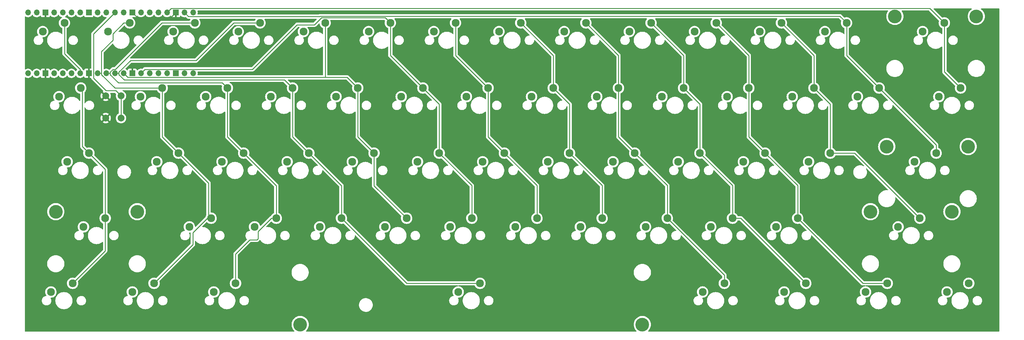
<source format=gbr>
%TF.GenerationSoftware,KiCad,Pcbnew,6.0.6-3a73a75311~116~ubuntu21.10.1*%
%TF.CreationDate,2022-11-06T15:30:44+01:00*%
%TF.ProjectId,Keyboard,4b657962-6f61-4726-942e-6b696361645f,v1*%
%TF.SameCoordinates,Original*%
%TF.FileFunction,Copper,L1,Top*%
%TF.FilePolarity,Positive*%
%FSLAX46Y46*%
G04 Gerber Fmt 4.6, Leading zero omitted, Abs format (unit mm)*
G04 Created by KiCad (PCBNEW 6.0.6-3a73a75311~116~ubuntu21.10.1) date 2022-11-06 15:30:44*
%MOMM*%
%LPD*%
G01*
G04 APERTURE LIST*
%TA.AperFunction,ComponentPad*%
%ADD10C,2.000000*%
%TD*%
%TA.AperFunction,ComponentPad*%
%ADD11C,2.300000*%
%TD*%
%TA.AperFunction,ComponentPad*%
%ADD12O,1.700000X1.700000*%
%TD*%
%TA.AperFunction,ComponentPad*%
%ADD13R,1.700000X1.700000*%
%TD*%
%TA.AperFunction,ComponentPad*%
%ADD14C,4.000000*%
%TD*%
%TA.AperFunction,ViaPad*%
%ADD15C,0.800000*%
%TD*%
%TA.AperFunction,Conductor*%
%ADD16C,0.250000*%
%TD*%
G04 APERTURE END LIST*
D10*
%TO.P,SW62,1*%
%TO.N,Net-(U1-Pad30)*%
X103049900Y-81675900D03*
X103049900Y-88175900D03*
%TO.P,SW62,2*%
%TO.N,GND*%
X98549900Y-81675900D03*
X98549900Y-88175900D03*
%TD*%
D11*
%TO.P,SW9,1,1*%
%TO.N,Net-(D9-Pad2)*%
X232564900Y-62863300D03*
%TO.P,SW9,2,2*%
%TO.N,Col9*%
X238914900Y-60323300D03*
%TD*%
%TO.P,SW33,1,1*%
%TO.N,Net-(D33-Pad2)*%
X170646500Y-100959000D03*
%TO.P,SW33,2,2*%
%TO.N,Col5*%
X176996500Y-98419000D03*
%TD*%
%TO.P,SW4,1,1*%
%TO.N,Net-(D4-Pad2)*%
X137314900Y-62863300D03*
%TO.P,SW4,2,2*%
%TO.N,Col4*%
X143664900Y-60323300D03*
%TD*%
%TO.P,SW30,1,1*%
%TO.N,Net-(D30-Pad2)*%
X113498700Y-100959300D03*
%TO.P,SW30,2,2*%
%TO.N,Col2*%
X119848700Y-98419300D03*
%TD*%
%TO.P,SW42,1,1*%
%TO.N,Net-(D42-Pad2)*%
X92069000Y-120007800D03*
%TO.P,SW42,2,2*%
%TO.N,Col1*%
X98419000Y-117467800D03*
%TD*%
%TO.P,SW25,1,1*%
%TO.N,Net-(D25-Pad2)*%
X280185500Y-81910200D03*
%TO.P,SW25,2,2*%
%TO.N,Col11*%
X286535500Y-79370200D03*
%TD*%
%TO.P,SW28,1,1*%
%TO.N,Net-(D28-Pad2)*%
X342084500Y-81910500D03*
%TO.P,SW28,2,2*%
%TO.N,Col14*%
X348434500Y-79370500D03*
%TD*%
%TO.P,SW49,1,1*%
%TO.N,Net-(D49-Pad2)*%
X237313500Y-120008100D03*
%TO.P,SW49,2,2*%
%TO.N,Col8*%
X243663500Y-117468100D03*
%TD*%
%TO.P,SW12,1,1*%
%TO.N,Net-(D12-Pad2)*%
X289714900Y-62863300D03*
%TO.P,SW12,2,2*%
%TO.N,Col12*%
X296064900Y-60323300D03*
%TD*%
%TO.P,SW20,1,1*%
%TO.N,Net-(D20-Pad2)*%
X184935500Y-81910200D03*
%TO.P,SW20,2,2*%
%TO.N,Col6*%
X191285500Y-79370200D03*
%TD*%
%TO.P,SW11,1,1*%
%TO.N,Net-(D11-Pad2)*%
X270664900Y-62863300D03*
%TO.P,SW11,2,2*%
%TO.N,Col11*%
X277014900Y-60323300D03*
%TD*%
%TO.P,SW40,1,1*%
%TO.N,Net-(D40-Pad2)*%
X303996500Y-100959000D03*
%TO.P,SW40,2,2*%
%TO.N,Col12*%
X310346500Y-98419000D03*
%TD*%
D12*
%TO.P,U1,1,GPIO0*%
%TO.N,Row1*%
X75851000Y-75085400D03*
%TO.P,U1,2,GPIO1*%
%TO.N,Row2*%
X78391000Y-75085400D03*
D13*
%TO.P,U1,3,GND*%
%TO.N,GND*%
X80931000Y-75085400D03*
D12*
%TO.P,U1,4,GPIO2*%
%TO.N,Row3*%
X83471000Y-75085400D03*
%TO.P,U1,5,GPIO3*%
%TO.N,Row4*%
X86011000Y-75085400D03*
%TO.P,U1,6,GPIO4*%
%TO.N,Row5*%
X88551000Y-75085400D03*
%TO.P,U1,7,GPIO5*%
%TO.N,Col1*%
X91091000Y-75085400D03*
D13*
%TO.P,U1,8,GND*%
%TO.N,GND*%
X93631000Y-75085400D03*
D12*
%TO.P,U1,9,GPIO6*%
%TO.N,Col2*%
X96171000Y-75085400D03*
%TO.P,U1,10,GPIO7*%
%TO.N,Col3*%
X98711000Y-75085400D03*
%TO.P,U1,11,GPIO8*%
%TO.N,Col4*%
X101251000Y-75085400D03*
%TO.P,U1,12,GPIO9*%
%TO.N,Col5*%
X103791000Y-75085400D03*
D13*
%TO.P,U1,13,GND*%
%TO.N,GND*%
X106331000Y-75085400D03*
D12*
%TO.P,U1,14,GPIO10*%
%TO.N,Col6*%
X108871000Y-75085400D03*
%TO.P,U1,15,GPIO11*%
%TO.N,Col7*%
X111411000Y-75085400D03*
%TO.P,U1,16,GPIO12*%
%TO.N,Col8*%
X113951000Y-75085400D03*
%TO.P,U1,17,GPIO13*%
%TO.N,Col9*%
X116491000Y-75085400D03*
D13*
%TO.P,U1,18,GND*%
%TO.N,GND*%
X119031000Y-75085400D03*
D12*
%TO.P,U1,19,GPIO14*%
%TO.N,Col10*%
X121571000Y-75085400D03*
%TO.P,U1,20,GPIO15*%
%TO.N,Col11*%
X124111000Y-75085400D03*
%TO.P,U1,21,GPIO16*%
%TO.N,Col12*%
X124111000Y-57305400D03*
%TO.P,U1,22,GPIO17*%
%TO.N,Col13*%
X121571000Y-57305400D03*
D13*
%TO.P,U1,23,GND*%
%TO.N,GND*%
X119031000Y-57305400D03*
D12*
%TO.P,U1,24,GPIO18*%
%TO.N,Col14*%
X116491000Y-57305400D03*
%TO.P,U1,25,GPIO19*%
%TO.N,unconnected-(U1-Pad25)*%
X113951000Y-57305400D03*
%TO.P,U1,26,GPIO20*%
%TO.N,unconnected-(U1-Pad26)*%
X111411000Y-57305400D03*
%TO.P,U1,27,GPIO21*%
%TO.N,unconnected-(U1-Pad27)*%
X108871000Y-57305400D03*
D13*
%TO.P,U1,28,GND*%
%TO.N,GND*%
X106331000Y-57305400D03*
D12*
%TO.P,U1,29,GPIO22*%
%TO.N,unconnected-(U1-Pad29)*%
X103791000Y-57305400D03*
%TO.P,U1,30,RUN*%
%TO.N,Net-(U1-Pad30)*%
X101251000Y-57305400D03*
%TO.P,U1,31,GPIO26_ADC0*%
%TO.N,unconnected-(U1-Pad31)*%
X98711000Y-57305400D03*
%TO.P,U1,32,GPIO27_ADC1*%
%TO.N,unconnected-(U1-Pad32)*%
X96171000Y-57305400D03*
D13*
%TO.P,U1,33,AGND*%
%TO.N,unconnected-(U1-Pad33)*%
X93631000Y-57305400D03*
D12*
%TO.P,U1,34,GPIO28_ADC2*%
%TO.N,unconnected-(U1-Pad34)*%
X91091000Y-57305400D03*
%TO.P,U1,35,ADC_VREF*%
%TO.N,unconnected-(U1-Pad35)*%
X88551000Y-57305400D03*
%TO.P,U1,36,3V3*%
%TO.N,unconnected-(U1-Pad36)*%
X86011000Y-57305400D03*
%TO.P,U1,37,3V3_EN*%
%TO.N,unconnected-(U1-Pad37)*%
X83471000Y-57305400D03*
D13*
%TO.P,U1,38,GND*%
%TO.N,GND*%
X80931000Y-57305400D03*
D12*
%TO.P,U1,39,VSYS*%
%TO.N,unconnected-(U1-Pad39)*%
X78391000Y-57305400D03*
%TO.P,U1,40,VBUS*%
%TO.N,unconnected-(U1-Pad40)*%
X75851000Y-57305400D03*
%TD*%
D11*
%TO.P,SW23,1,1*%
%TO.N,Net-(D23-Pad2)*%
X242085500Y-81910200D03*
%TO.P,SW23,2,2*%
%TO.N,Col9*%
X248435500Y-79370200D03*
%TD*%
%TO.P,SW31,1,1*%
%TO.N,Net-(D31-Pad2)*%
X132547500Y-100959300D03*
%TO.P,SW31,2,2*%
%TO.N,Col3*%
X138897500Y-98419300D03*
%TD*%
%TO.P,SW50,1,1*%
%TO.N,Net-(D50-Pad2)*%
X256363500Y-120008100D03*
%TO.P,SW50,2,2*%
%TO.N,Col9*%
X262713500Y-117468100D03*
%TD*%
%TO.P,SW51,1,1*%
%TO.N,Net-(D51-Pad2)*%
X275413500Y-120008100D03*
%TO.P,SW51,2,2*%
%TO.N,Col10*%
X281763500Y-117468100D03*
%TD*%
%TO.P,SW17,1,1*%
%TO.N,Net-(D17-Pad2)*%
X127785500Y-81910200D03*
%TO.P,SW17,2,2*%
%TO.N,Col3*%
X134135500Y-79370200D03*
%TD*%
%TO.P,SW38,1,1*%
%TO.N,Net-(D38-Pad2)*%
X265896500Y-100959000D03*
%TO.P,SW38,2,2*%
%TO.N,Col10*%
X272246500Y-98419000D03*
%TD*%
%TO.P,SW37,1,1*%
%TO.N,Net-(D37-Pad2)*%
X246846500Y-100959000D03*
%TO.P,SW37,2,2*%
%TO.N,Col9*%
X253196500Y-98419000D03*
%TD*%
%TO.P,SW55,1,1*%
%TO.N,Net-(D55-Pad2)*%
X106355400Y-139056900D03*
%TO.P,SW55,2,2*%
%TO.N,Col2*%
X112705400Y-136516900D03*
%TD*%
%TO.P,SW14,1,1*%
%TO.N,Net-(D14-Pad2)*%
X337339900Y-62863300D03*
%TO.P,SW14,2,2*%
%TO.N,Col14*%
X343689900Y-60323300D03*
%TD*%
%TO.P,SW13,1,1*%
%TO.N,Net-(D13-Pad2)*%
X308764900Y-62863300D03*
%TO.P,SW13,2,2*%
%TO.N,Col13*%
X315114900Y-60323300D03*
%TD*%
%TO.P,SW27,1,1*%
%TO.N,Net-(D27-Pad2)*%
X318273500Y-81910200D03*
%TO.P,SW27,2,2*%
%TO.N,Col13*%
X324623500Y-79370200D03*
%TD*%
%TO.P,SW16,1,1*%
%TO.N,Net-(D16-Pad2)*%
X108736500Y-81910500D03*
%TO.P,SW16,2,2*%
%TO.N,Col2*%
X115086500Y-79370500D03*
%TD*%
%TO.P,SW44,1,1*%
%TO.N,Net-(D44-Pad2)*%
X142072100Y-120007800D03*
%TO.P,SW44,2,2*%
%TO.N,Col3*%
X148422100Y-117467800D03*
%TD*%
%TO.P,SW43,1,1*%
%TO.N,Net-(D43-Pad2)*%
X123023100Y-120008100D03*
%TO.P,SW43,2,2*%
%TO.N,Col2*%
X129373100Y-117468100D03*
%TD*%
%TO.P,SW32,1,1*%
%TO.N,Net-(D32-Pad2)*%
X151596500Y-100959000D03*
%TO.P,SW32,2,2*%
%TO.N,Col4*%
X157946500Y-98419000D03*
%TD*%
%TO.P,SW24,1,1*%
%TO.N,Net-(D24-Pad2)*%
X261135500Y-81910200D03*
%TO.P,SW24,2,2*%
%TO.N,Col10*%
X267485500Y-79370200D03*
%TD*%
%TO.P,SW46,1,1*%
%TO.N,Net-(D46-Pad2)*%
X180163500Y-120008100D03*
%TO.P,SW46,2,2*%
%TO.N,Col5*%
X186513500Y-117468100D03*
%TD*%
%TO.P,SW52,1,1*%
%TO.N,Net-(D52-Pad2)*%
X294462300Y-120008100D03*
%TO.P,SW52,2,2*%
%TO.N,Col11*%
X300812300Y-117468100D03*
%TD*%
%TO.P,SW39,1,1*%
%TO.N,Net-(D39-Pad2)*%
X284946500Y-100959000D03*
%TO.P,SW39,2,2*%
%TO.N,Col11*%
X291296500Y-98419000D03*
%TD*%
%TO.P,SW15,1,1*%
%TO.N,Net-(D15-Pad2)*%
X84925500Y-81910500D03*
%TO.P,SW15,2,2*%
%TO.N,Col1*%
X91275500Y-79370500D03*
%TD*%
%TO.P,SW21,1,1*%
%TO.N,Net-(D21-Pad2)*%
X203985500Y-81910200D03*
%TO.P,SW21,2,2*%
%TO.N,Col7*%
X210335500Y-79370200D03*
%TD*%
%TO.P,SW8,1,1*%
%TO.N,Net-(D8-Pad2)*%
X213514900Y-62863300D03*
%TO.P,SW8,2,2*%
%TO.N,Col8*%
X219864900Y-60323300D03*
%TD*%
%TO.P,SW3,1,1*%
%TO.N,Net-(D3-Pad2)*%
X118264900Y-62863300D03*
%TO.P,SW3,2,2*%
%TO.N,Col3*%
X124614900Y-60323300D03*
%TD*%
%TO.P,SW29,1,1*%
%TO.N,Net-(D29-Pad2)*%
X87305100Y-100959300D03*
%TO.P,SW29,2,2*%
%TO.N,Col1*%
X93655100Y-98419300D03*
%TD*%
%TO.P,SW58,1,1*%
%TO.N,Net-(D58-Pad2)*%
X273032400Y-139056900D03*
%TO.P,SW58,2,2*%
%TO.N,Col9*%
X279382400Y-136516900D03*
%TD*%
%TO.P,SW53,1,1*%
%TO.N,Net-(D53-Pad2)*%
X330178800Y-120008100D03*
%TO.P,SW53,2,2*%
%TO.N,Col12*%
X336528800Y-117468100D03*
%TD*%
D14*
%TO.P,STAB4,*%
%TO.N,*%
X345895050Y-115563100D03*
X322082550Y-115563100D03*
%TD*%
D11*
%TO.P,SW61,1,1*%
%TO.N,Net-(D61-Pad2)*%
X344465400Y-139056900D03*
%TO.P,SW61,2,2*%
%TO.N,Col12*%
X350815400Y-136516900D03*
%TD*%
%TO.P,SW60,1,1*%
%TO.N,Net-(D60-Pad2)*%
X320654400Y-139056900D03*
%TO.P,SW60,2,2*%
%TO.N,Col11*%
X327004400Y-136516900D03*
%TD*%
%TO.P,SW18,1,1*%
%TO.N,Net-(D18-Pad2)*%
X146835500Y-81910200D03*
%TO.P,SW18,2,2*%
%TO.N,Col4*%
X153185500Y-79370200D03*
%TD*%
%TO.P,SW26,1,1*%
%TO.N,Net-(D26-Pad2)*%
X299235500Y-81910200D03*
%TO.P,SW26,2,2*%
%TO.N,Col12*%
X305585500Y-79370200D03*
%TD*%
D14*
%TO.P,STAB1,*%
%TO.N,*%
X353038350Y-58416700D03*
X329225850Y-58416700D03*
%TD*%
D11*
%TO.P,SW54,1,1*%
%TO.N,Net-(D54-Pad2)*%
X82544600Y-139056600D03*
%TO.P,SW54,2,2*%
%TO.N,Col1*%
X88894600Y-136516600D03*
%TD*%
%TO.P,SW2,1,1*%
%TO.N,Net-(D2-Pad2)*%
X99214900Y-62863300D03*
%TO.P,SW2,2,2*%
%TO.N,Col2*%
X105564900Y-60323300D03*
%TD*%
%TO.P,SW36,1,1*%
%TO.N,Net-(D36-Pad2)*%
X227796500Y-100959000D03*
%TO.P,SW36,2,2*%
%TO.N,Col8*%
X234146500Y-98419000D03*
%TD*%
%TO.P,SW5,1,1*%
%TO.N,Net-(D5-Pad2)*%
X156364900Y-62863300D03*
%TO.P,SW5,2,2*%
%TO.N,Col5*%
X162714900Y-60323300D03*
%TD*%
%TO.P,SW57,1,1*%
%TO.N,Net-(D57-Pad2)*%
X201599400Y-139056900D03*
%TO.P,SW57,2,2*%
%TO.N,Col4*%
X207949400Y-136516900D03*
%TD*%
%TO.P,SW35,1,1*%
%TO.N,Net-(D35-Pad2)*%
X208746500Y-100959000D03*
%TO.P,SW35,2,2*%
%TO.N,Col7*%
X215096500Y-98419000D03*
%TD*%
%TO.P,SW19,1,1*%
%TO.N,Net-(D19-Pad2)*%
X165885500Y-81910200D03*
%TO.P,SW19,2,2*%
%TO.N,Col5*%
X172235500Y-79370200D03*
%TD*%
%TO.P,SW59,1,1*%
%TO.N,Net-(D59-Pad2)*%
X296842100Y-139056600D03*
%TO.P,SW59,2,2*%
%TO.N,Col10*%
X303192100Y-136516600D03*
%TD*%
%TO.P,SW48,1,1*%
%TO.N,Net-(D48-Pad2)*%
X218263500Y-120008100D03*
%TO.P,SW48,2,2*%
%TO.N,Col7*%
X224613500Y-117468100D03*
%TD*%
%TO.P,SW10,1,1*%
%TO.N,Net-(D10-Pad2)*%
X251614900Y-62863300D03*
%TO.P,SW10,2,2*%
%TO.N,Col10*%
X257964900Y-60323300D03*
%TD*%
%TO.P,SW22,1,1*%
%TO.N,Net-(D22-Pad2)*%
X223035500Y-81910200D03*
%TO.P,SW22,2,2*%
%TO.N,Col8*%
X229385500Y-79370200D03*
%TD*%
D14*
%TO.P,STAB3,*%
%TO.N,*%
X107785050Y-115563100D03*
X83972550Y-115563100D03*
%TD*%
D11*
%TO.P,SW34,1,1*%
%TO.N,Net-(D34-Pad2)*%
X189696500Y-100959000D03*
%TO.P,SW34,2,2*%
%TO.N,Col6*%
X196046500Y-98419000D03*
%TD*%
D14*
%TO.P,STAB2,*%
%TO.N,*%
X350657250Y-96514300D03*
X326844750Y-96514300D03*
%TD*%
D11*
%TO.P,SW45,1,1*%
%TO.N,Net-(D45-Pad2)*%
X161120700Y-120008100D03*
%TO.P,SW45,2,2*%
%TO.N,Col4*%
X167470700Y-117468100D03*
%TD*%
%TO.P,SW7,1,1*%
%TO.N,Net-(D7-Pad2)*%
X194464900Y-62863300D03*
%TO.P,SW7,2,2*%
%TO.N,Col7*%
X200814900Y-60323300D03*
%TD*%
D14*
%TO.P,REF\u002A\u002A,*%
%TO.N,*%
X155403150Y-148581900D03*
X255415650Y-148581900D03*
%TD*%
D11*
%TO.P,SW41,1,1*%
%TO.N,Net-(D41-Pad2)*%
X334941000Y-100959300D03*
%TO.P,SW41,2,2*%
%TO.N,Col13*%
X341291000Y-98419300D03*
%TD*%
%TO.P,SW1,1,1*%
%TO.N,Net-(D1-Pad2)*%
X80164900Y-62863300D03*
%TO.P,SW1,2,2*%
%TO.N,Col1*%
X86514900Y-60323300D03*
%TD*%
%TO.P,SW6,1,1*%
%TO.N,Net-(D6-Pad2)*%
X175414900Y-62863300D03*
%TO.P,SW6,2,2*%
%TO.N,Col6*%
X181764900Y-60323300D03*
%TD*%
%TO.P,SW47,1,1*%
%TO.N,Net-(D47-Pad2)*%
X199213500Y-120008100D03*
%TO.P,SW47,2,2*%
%TO.N,Col6*%
X205563500Y-117468100D03*
%TD*%
%TO.P,SW56,1,1*%
%TO.N,Net-(D56-Pad2)*%
X130166400Y-139056900D03*
%TO.P,SW56,2,2*%
%TO.N,Col3*%
X136516400Y-136516900D03*
%TD*%
D15*
%TO.N,GND*%
X107943200Y-69845600D03*
X144453400Y-73814100D03*
%TD*%
D16*
%TO.N,Net-(U1-Pad30)*%
X103049900Y-81675900D02*
X103049900Y-88175900D01*
X101251000Y-57305400D02*
X94982535Y-63573865D01*
X94982535Y-63573865D02*
X94982535Y-76456664D01*
X94982535Y-76456664D02*
X98689571Y-80163700D01*
X98689571Y-80163700D02*
X101537700Y-80163700D01*
X101537700Y-80163700D02*
X103049900Y-81675900D01*
%TO.N,Col1*%
X86514900Y-69334000D02*
X91091000Y-73910100D01*
X88894600Y-136516600D02*
X98419000Y-126992200D01*
X91091000Y-75085400D02*
X91091000Y-73910100D01*
X98419000Y-126992200D02*
X98419000Y-117467800D01*
X86514900Y-60323300D02*
X86514900Y-69334000D01*
X93655100Y-98419300D02*
X98419000Y-103183200D01*
X91725800Y-96490000D02*
X93655100Y-98419300D01*
X98419000Y-103183200D02*
X98419000Y-117467800D01*
X91725800Y-79820800D02*
X91725800Y-96490000D01*
X91275500Y-79370500D02*
X91725800Y-79820800D01*
%TO.N,Col2*%
X97346300Y-75453800D02*
X101263000Y-79370500D01*
X100655999Y-65386701D02*
X97346300Y-68696400D01*
X105564900Y-60323300D02*
X103840866Y-60323300D01*
X128608900Y-107179500D02*
X128608900Y-117468100D01*
X119848700Y-98419300D02*
X128608900Y-107179500D01*
X129373100Y-117468100D02*
X128608900Y-117468100D01*
X128276750Y-117468100D02*
X124038635Y-121706215D01*
X101263000Y-79370500D02*
X115086500Y-79370500D01*
X124038635Y-125183665D02*
X112705400Y-136516900D01*
X128608900Y-117468100D02*
X128276750Y-117468100D01*
X96171000Y-75085400D02*
X97346300Y-75085400D01*
X124038635Y-121706215D02*
X124038635Y-125183665D01*
X100655999Y-63508167D02*
X100655999Y-65386701D01*
X115086500Y-79370500D02*
X115086500Y-93657100D01*
X97346300Y-75085400D02*
X97346300Y-75453800D01*
X115086500Y-93657100D02*
X119848700Y-98419300D01*
X103840866Y-60323300D02*
X100655999Y-63508167D01*
X97346300Y-68696400D02*
X97346300Y-75085400D01*
%TO.N,Col3*%
X143087635Y-123444933D02*
X143087635Y-121373865D01*
X140663699Y-123797801D02*
X142734767Y-123797801D01*
X102304100Y-77856600D02*
X132621900Y-77856600D01*
X98711000Y-75085400D02*
X99886300Y-75085400D01*
X99886300Y-74718000D02*
X99886300Y-75085400D01*
X134135500Y-93657300D02*
X134135500Y-79370200D01*
X142734767Y-123797801D02*
X143087635Y-123444933D01*
X124614900Y-60323300D02*
X114989200Y-60323300D01*
X101402400Y-73910100D02*
X100694200Y-73910100D01*
X143087635Y-121373865D02*
X146993700Y-117467800D01*
X148422100Y-117467800D02*
X148422100Y-107943900D01*
X114989200Y-60323300D02*
X101402400Y-73910100D01*
X138897500Y-98419300D02*
X134135500Y-93657300D01*
X148422100Y-107943900D02*
X138897500Y-98419300D01*
X100694200Y-73910100D02*
X99886300Y-74718000D01*
X99886300Y-75438800D02*
X102304100Y-77856600D01*
X136516400Y-136516900D02*
X136516400Y-127945100D01*
X99886300Y-75085400D02*
X99886300Y-75438800D01*
X146993700Y-117467800D02*
X148422100Y-117467800D01*
X136516400Y-127945100D02*
X140663699Y-123797801D01*
X132621900Y-77856600D02*
X134135500Y-79370200D01*
%TO.N,Col4*%
X157946500Y-98419000D02*
X167470700Y-107943200D01*
X101251000Y-75085400D02*
X102415800Y-75085400D01*
X186519500Y-136516900D02*
X207949400Y-136516900D01*
X153185500Y-93658000D02*
X157946500Y-98419000D01*
X153185500Y-79370200D02*
X153185500Y-93658000D01*
X103966400Y-76992800D02*
X150808100Y-76992800D01*
X167470700Y-107943200D02*
X167470700Y-117468100D01*
X105829500Y-71335400D02*
X102415800Y-74749100D01*
X102415800Y-75085400D02*
X102415800Y-75442200D01*
X143664900Y-60323300D02*
X135992600Y-60323300D01*
X135992600Y-60323300D02*
X124980500Y-71335400D01*
X167470700Y-117468100D02*
X186519500Y-136516900D01*
X102415800Y-74749100D02*
X102415800Y-75085400D01*
X150808100Y-76992800D02*
X153185500Y-79370200D01*
X102415800Y-75442200D02*
X103966400Y-76992800D01*
X124980500Y-71335400D02*
X105829500Y-71335400D01*
%TO.N,Col5*%
X169139800Y-76274500D02*
X162714900Y-76274500D01*
X103791000Y-75085400D02*
X104980100Y-76274500D01*
X176996500Y-98419000D02*
X176996500Y-107951100D01*
X162714900Y-76274500D02*
X162714900Y-60323300D01*
X172235500Y-79370200D02*
X169139800Y-76274500D01*
X172235500Y-79370200D02*
X172235500Y-93658000D01*
X172235500Y-93658000D02*
X176996500Y-98419000D01*
X176996500Y-107951100D02*
X186513500Y-117468100D01*
X104980100Y-76274500D02*
X162714900Y-76274500D01*
%TO.N,Col6*%
X191285500Y-79370200D02*
X181764900Y-69849600D01*
X205563500Y-117468100D02*
X205563500Y-107936000D01*
X141435700Y-73910100D02*
X154467000Y-60878800D01*
X161612100Y-58818400D02*
X180260000Y-58818400D01*
X159551700Y-60878800D02*
X161612100Y-58818400D01*
X180260000Y-58818400D02*
X181764900Y-60323300D01*
X205563500Y-107936000D02*
X196046500Y-98419000D01*
X196046500Y-84131200D02*
X191285500Y-79370200D01*
X181764900Y-69849600D02*
X181764900Y-60323300D01*
X108871000Y-75085400D02*
X110046300Y-73910100D01*
X154467000Y-60878800D02*
X159551700Y-60878800D01*
X110046300Y-73910100D02*
X141435700Y-73910100D01*
X196046500Y-98419000D02*
X196046500Y-84131200D01*
%TO.N,Col7*%
X200814900Y-69849600D02*
X210335500Y-79370200D01*
X200814900Y-60323300D02*
X200814900Y-69849600D01*
X210335500Y-93658000D02*
X215096500Y-98419000D01*
X215096500Y-98419000D02*
X224613500Y-107936000D01*
X210335500Y-79370200D02*
X210335500Y-93658000D01*
X224613500Y-107936000D02*
X224613500Y-117468100D01*
%TO.N,Col8*%
X229385500Y-79370200D02*
X234146500Y-84131200D01*
X229385500Y-79370200D02*
X229385500Y-69843900D01*
X229385500Y-69843900D02*
X219864900Y-60323300D01*
X234146500Y-98419000D02*
X243663500Y-107936000D01*
X234146500Y-84131200D02*
X234146500Y-98419000D01*
X243663500Y-107936000D02*
X243663500Y-117468100D01*
%TO.N,Col9*%
X262713500Y-117468100D02*
X262713500Y-107936000D01*
X279382400Y-134137000D02*
X262713500Y-117468100D01*
X253196500Y-98419000D02*
X248435500Y-93658000D01*
X248435500Y-93658000D02*
X248435500Y-79370200D01*
X262713500Y-107936000D02*
X253196500Y-98419000D01*
X248435500Y-79370200D02*
X248435500Y-69843900D01*
X248435500Y-69843900D02*
X238914900Y-60323300D01*
X279382400Y-136516900D02*
X279382400Y-134137000D01*
%TO.N,Col10*%
X272246500Y-84131200D02*
X272246500Y-98419000D01*
X267485500Y-79370200D02*
X272246500Y-84131200D01*
X281763500Y-107936000D02*
X281763500Y-117468100D01*
X257964900Y-60323300D02*
X267485500Y-69843900D01*
X281763500Y-117468100D02*
X284143600Y-117468100D01*
X272246500Y-98419000D02*
X281763500Y-107936000D01*
X284143600Y-117468100D02*
X303192100Y-136516600D01*
X267485500Y-69843900D02*
X267485500Y-79370200D01*
%TO.N,Col11*%
X319861100Y-136516900D02*
X300812300Y-117468100D01*
X327004400Y-136516900D02*
X319861100Y-136516900D01*
X286535500Y-69843900D02*
X277014900Y-60323300D01*
X291296500Y-98419000D02*
X286535500Y-93658000D01*
X300812300Y-107934800D02*
X291296500Y-98419000D01*
X300812300Y-117468100D02*
X300812300Y-107934800D01*
X286535500Y-93658000D02*
X286535500Y-79370200D01*
X286535500Y-79370200D02*
X286535500Y-69843900D01*
%TO.N,Col12*%
X296064900Y-60323300D02*
X305585500Y-69843900D01*
X310346500Y-84131200D02*
X310346500Y-98419000D01*
X305585500Y-69843900D02*
X305585500Y-79370200D01*
X336528800Y-117468100D02*
X317479700Y-98419000D01*
X305585500Y-79370200D02*
X310346500Y-84131200D01*
X317479700Y-98419000D02*
X310346500Y-98419000D01*
%TO.N,Col13*%
X324623500Y-79370200D02*
X315114900Y-69861600D01*
X122746300Y-58480700D02*
X121571000Y-57305400D01*
X161087600Y-58480700D02*
X122746300Y-58480700D01*
X313159700Y-58368100D02*
X161200200Y-58368100D01*
X341291000Y-96037700D02*
X324623500Y-79370200D01*
X161200200Y-58368100D02*
X161087600Y-58480700D01*
X315114900Y-60323300D02*
X313159700Y-58368100D01*
X341291000Y-98419300D02*
X341291000Y-96037700D01*
X315114900Y-69861600D02*
X315114900Y-60323300D01*
%TO.N,Col14*%
X117732600Y-56063800D02*
X339430400Y-56063800D01*
X343689900Y-74625900D02*
X348434500Y-79370500D01*
X116491000Y-57305400D02*
X117732600Y-56063800D01*
X339430400Y-56063800D02*
X343689900Y-60323300D01*
X343689900Y-60323300D02*
X343689900Y-74625900D01*
%TO.N,GND*%
X117602600Y-58733800D02*
X119031000Y-57305400D01*
X107759400Y-58733800D02*
X117602600Y-58733800D01*
X106331000Y-57305400D02*
X107759400Y-58733800D01*
%TD*%
%TA.AperFunction,Conductor*%
%TO.N,GND*%
G36*
X351634365Y-56123829D02*
G01*
X351680858Y-56177485D01*
X351690962Y-56247759D01*
X351661468Y-56312339D01*
X351640305Y-56331763D01*
X351450244Y-56469850D01*
X351436210Y-56480046D01*
X351206117Y-56696118D01*
X351203593Y-56699169D01*
X351203592Y-56699170D01*
X351106275Y-56816806D01*
X351004918Y-56939325D01*
X350835788Y-57205831D01*
X350834104Y-57209410D01*
X350834100Y-57209417D01*
X350703083Y-57487844D01*
X350701394Y-57491434D01*
X350603855Y-57791628D01*
X350544709Y-58101680D01*
X350524890Y-58416700D01*
X350544709Y-58731720D01*
X350603855Y-59041772D01*
X350616893Y-59081899D01*
X350673865Y-59257239D01*
X350701394Y-59341966D01*
X350703081Y-59345552D01*
X350703083Y-59345556D01*
X350834100Y-59623983D01*
X350834104Y-59623990D01*
X350835788Y-59627569D01*
X351004918Y-59894075D01*
X351206117Y-60137282D01*
X351436210Y-60353354D01*
X351691571Y-60538884D01*
X351695040Y-60540791D01*
X351695043Y-60540793D01*
X351964702Y-60689040D01*
X351968171Y-60690947D01*
X351971840Y-60692400D01*
X351971845Y-60692402D01*
X352257978Y-60805690D01*
X352261648Y-60807143D01*
X352567375Y-60885640D01*
X352880529Y-60925200D01*
X353196171Y-60925200D01*
X353509325Y-60885640D01*
X353815052Y-60807143D01*
X353818722Y-60805690D01*
X354104855Y-60692402D01*
X354104860Y-60692400D01*
X354108529Y-60690947D01*
X354111998Y-60689040D01*
X354381657Y-60540793D01*
X354381660Y-60540791D01*
X354385129Y-60538884D01*
X354640490Y-60353354D01*
X354870583Y-60137282D01*
X355071782Y-59894075D01*
X355240912Y-59627569D01*
X355242596Y-59623990D01*
X355242600Y-59623983D01*
X355373617Y-59345556D01*
X355373619Y-59345552D01*
X355375306Y-59341966D01*
X355402836Y-59257239D01*
X355459807Y-59081899D01*
X355472845Y-59041772D01*
X355531991Y-58731720D01*
X355551810Y-58416700D01*
X355531991Y-58101680D01*
X355472845Y-57791628D01*
X355375306Y-57491434D01*
X355373617Y-57487844D01*
X355242600Y-57209417D01*
X355242596Y-57209410D01*
X355240912Y-57205831D01*
X355071782Y-56939325D01*
X354970425Y-56816806D01*
X354873108Y-56699170D01*
X354873107Y-56699169D01*
X354870583Y-56696118D01*
X354640490Y-56480046D01*
X354626457Y-56469850D01*
X354436395Y-56331763D01*
X354393041Y-56275541D01*
X354386966Y-56204805D01*
X354420097Y-56142013D01*
X354481917Y-56107102D01*
X354510456Y-56103827D01*
X359635522Y-56103827D01*
X359703643Y-56123829D01*
X359750136Y-56177485D01*
X359761522Y-56229827D01*
X359761522Y-150488750D01*
X359741520Y-150556871D01*
X359687864Y-150603364D01*
X359635522Y-150614750D01*
X257233591Y-150614750D01*
X257165470Y-150594748D01*
X257118977Y-150541092D01*
X257108873Y-150470818D01*
X257138367Y-150406238D01*
X257147338Y-150396900D01*
X257244992Y-150305197D01*
X257244993Y-150305196D01*
X257247883Y-150302482D01*
X257449082Y-150059275D01*
X257618212Y-149792769D01*
X257619896Y-149789190D01*
X257619900Y-149789183D01*
X257750917Y-149510756D01*
X257750919Y-149510752D01*
X257752606Y-149507166D01*
X257850145Y-149206972D01*
X257909291Y-148896920D01*
X257929110Y-148581900D01*
X257909291Y-148266880D01*
X257850145Y-147956828D01*
X257752606Y-147656634D01*
X257750917Y-147653044D01*
X257619900Y-147374617D01*
X257619896Y-147374610D01*
X257618212Y-147371031D01*
X257449082Y-147104525D01*
X257247883Y-146861318D01*
X257017790Y-146645246D01*
X256762429Y-146459716D01*
X256485829Y-146307653D01*
X256482160Y-146306200D01*
X256482155Y-146306198D01*
X256196022Y-146192910D01*
X256196021Y-146192910D01*
X256192352Y-146191457D01*
X255886625Y-146112960D01*
X255573471Y-146073400D01*
X255257829Y-146073400D01*
X254944675Y-146112960D01*
X254638948Y-146191457D01*
X254635279Y-146192910D01*
X254635278Y-146192910D01*
X254349145Y-146306198D01*
X254349140Y-146306200D01*
X254345471Y-146307653D01*
X254068871Y-146459716D01*
X253813510Y-146645246D01*
X253583417Y-146861318D01*
X253382218Y-147104525D01*
X253213088Y-147371031D01*
X253211404Y-147374610D01*
X253211400Y-147374617D01*
X253080383Y-147653044D01*
X253078694Y-147656634D01*
X252981155Y-147956828D01*
X252922009Y-148266880D01*
X252902190Y-148581900D01*
X252922009Y-148896920D01*
X252981155Y-149206972D01*
X253078694Y-149507166D01*
X253080381Y-149510752D01*
X253080383Y-149510756D01*
X253211400Y-149789183D01*
X253211404Y-149789190D01*
X253213088Y-149792769D01*
X253382218Y-150059275D01*
X253583417Y-150302482D01*
X253586307Y-150305196D01*
X253586308Y-150305197D01*
X253683962Y-150396900D01*
X253719927Y-150458113D01*
X253717090Y-150529053D01*
X253676349Y-150587197D01*
X253610641Y-150614085D01*
X253597709Y-150614750D01*
X157221091Y-150614750D01*
X157152970Y-150594748D01*
X157106477Y-150541092D01*
X157096373Y-150470818D01*
X157125867Y-150406238D01*
X157134838Y-150396900D01*
X157232492Y-150305197D01*
X157232493Y-150305196D01*
X157235383Y-150302482D01*
X157436582Y-150059275D01*
X157605712Y-149792769D01*
X157607396Y-149789190D01*
X157607400Y-149789183D01*
X157738417Y-149510756D01*
X157738419Y-149510752D01*
X157740106Y-149507166D01*
X157837645Y-149206972D01*
X157896791Y-148896920D01*
X157916610Y-148581900D01*
X157896791Y-148266880D01*
X157837645Y-147956828D01*
X157740106Y-147656634D01*
X157738417Y-147653044D01*
X157607400Y-147374617D01*
X157607396Y-147374610D01*
X157605712Y-147371031D01*
X157436582Y-147104525D01*
X157235383Y-146861318D01*
X157005290Y-146645246D01*
X156749929Y-146459716D01*
X156473329Y-146307653D01*
X156469660Y-146306200D01*
X156469655Y-146306198D01*
X156183522Y-146192910D01*
X156183521Y-146192910D01*
X156179852Y-146191457D01*
X155874125Y-146112960D01*
X155560971Y-146073400D01*
X155245329Y-146073400D01*
X154932175Y-146112960D01*
X154626448Y-146191457D01*
X154622779Y-146192910D01*
X154622778Y-146192910D01*
X154336645Y-146306198D01*
X154336640Y-146306200D01*
X154332971Y-146307653D01*
X154056371Y-146459716D01*
X153801010Y-146645246D01*
X153570917Y-146861318D01*
X153369718Y-147104525D01*
X153200588Y-147371031D01*
X153198904Y-147374610D01*
X153198900Y-147374617D01*
X153067883Y-147653044D01*
X153066194Y-147656634D01*
X152968655Y-147956828D01*
X152909509Y-148266880D01*
X152889690Y-148581900D01*
X152909509Y-148896920D01*
X152968655Y-149206972D01*
X153066194Y-149507166D01*
X153067881Y-149510752D01*
X153067883Y-149510756D01*
X153198900Y-149789183D01*
X153198904Y-149789190D01*
X153200588Y-149792769D01*
X153369718Y-150059275D01*
X153570917Y-150302482D01*
X153573807Y-150305196D01*
X153573808Y-150305197D01*
X153671462Y-150396900D01*
X153707427Y-150458113D01*
X153704590Y-150529053D01*
X153663849Y-150587197D01*
X153598141Y-150614085D01*
X153585209Y-150614750D01*
X75051257Y-150614750D01*
X74983136Y-150594748D01*
X74936643Y-150541092D01*
X74925257Y-150488750D01*
X74925257Y-141531193D01*
X79887639Y-141531193D01*
X79896448Y-141765816D01*
X79897543Y-141771034D01*
X79922457Y-141889771D01*
X79944662Y-141995601D01*
X80030902Y-142213977D01*
X80033671Y-142218540D01*
X80128453Y-142374735D01*
X80152704Y-142414700D01*
X80306585Y-142592032D01*
X80310717Y-142595420D01*
X80484016Y-142737517D01*
X80484022Y-142737521D01*
X80488144Y-142740901D01*
X80492780Y-142743540D01*
X80492783Y-142743542D01*
X80584470Y-142795733D01*
X80692190Y-142857051D01*
X80912889Y-142937161D01*
X80918138Y-142938110D01*
X80918141Y-142938111D01*
X80999215Y-142952771D01*
X81143930Y-142978940D01*
X81148069Y-142979135D01*
X81148076Y-142979136D01*
X81167040Y-142980030D01*
X81167049Y-142980030D01*
X81168529Y-142980100D01*
X81333550Y-142980100D01*
X81414899Y-142973197D01*
X81503237Y-142965702D01*
X81503241Y-142965701D01*
X81508548Y-142965251D01*
X81513703Y-142963913D01*
X81513709Y-142963912D01*
X81691423Y-142917786D01*
X81735806Y-142906267D01*
X81740672Y-142904075D01*
X81740675Y-142904074D01*
X81945017Y-142812024D01*
X81945020Y-142812023D01*
X81949878Y-142809834D01*
X82144641Y-142678712D01*
X82163414Y-142660804D01*
X82310670Y-142520328D01*
X82314527Y-142516649D01*
X82454678Y-142328279D01*
X82515319Y-142209008D01*
X82558669Y-142123744D01*
X82558669Y-142123743D01*
X82561087Y-142118988D01*
X82630711Y-141894760D01*
X82648469Y-141760784D01*
X82649363Y-141754038D01*
X83852200Y-141754038D01*
X83891664Y-142066430D01*
X83969970Y-142371413D01*
X84085884Y-142664177D01*
X84087786Y-142667636D01*
X84087787Y-142667639D01*
X84235467Y-142936267D01*
X84237576Y-142940104D01*
X84422655Y-143194844D01*
X84638202Y-143424378D01*
X84880818Y-143625087D01*
X85146676Y-143793806D01*
X85150255Y-143795490D01*
X85150262Y-143795494D01*
X85427994Y-143926184D01*
X85427998Y-143926186D01*
X85431584Y-143927873D01*
X85435356Y-143929099D01*
X85435357Y-143929099D01*
X85560260Y-143969682D01*
X85731048Y-144025175D01*
X86040346Y-144084177D01*
X86133900Y-144090063D01*
X86273958Y-144098875D01*
X86273974Y-144098876D01*
X86275953Y-144099000D01*
X86433247Y-144099000D01*
X86435226Y-144098876D01*
X86435242Y-144098875D01*
X86575300Y-144090063D01*
X86668854Y-144084177D01*
X86978152Y-144025175D01*
X87148940Y-143969682D01*
X87273843Y-143929099D01*
X87273844Y-143929099D01*
X87277616Y-143927873D01*
X87281202Y-143926186D01*
X87281206Y-143926184D01*
X87558938Y-143795494D01*
X87558945Y-143795490D01*
X87562524Y-143793806D01*
X87828382Y-143625087D01*
X88070998Y-143424378D01*
X88286545Y-143194844D01*
X88471624Y-142940104D01*
X88473734Y-142936267D01*
X88621413Y-142667639D01*
X88621414Y-142667636D01*
X88623316Y-142664177D01*
X88739230Y-142371413D01*
X88817536Y-142066430D01*
X88857000Y-141754038D01*
X88857000Y-141531193D01*
X90047639Y-141531193D01*
X90056448Y-141765816D01*
X90057543Y-141771034D01*
X90082457Y-141889771D01*
X90104662Y-141995601D01*
X90190902Y-142213977D01*
X90193671Y-142218540D01*
X90288453Y-142374735D01*
X90312704Y-142414700D01*
X90466585Y-142592032D01*
X90470717Y-142595420D01*
X90644016Y-142737517D01*
X90644022Y-142737521D01*
X90648144Y-142740901D01*
X90652780Y-142743540D01*
X90652783Y-142743542D01*
X90744470Y-142795733D01*
X90852190Y-142857051D01*
X91072889Y-142937161D01*
X91078138Y-142938110D01*
X91078141Y-142938111D01*
X91159215Y-142952771D01*
X91303930Y-142978940D01*
X91308069Y-142979135D01*
X91308076Y-142979136D01*
X91327040Y-142980030D01*
X91327049Y-142980030D01*
X91328529Y-142980100D01*
X91493550Y-142980100D01*
X91574899Y-142973197D01*
X91663237Y-142965702D01*
X91663241Y-142965701D01*
X91668548Y-142965251D01*
X91673703Y-142963913D01*
X91673709Y-142963912D01*
X91851423Y-142917786D01*
X91895806Y-142906267D01*
X91900672Y-142904075D01*
X91900675Y-142904074D01*
X92105017Y-142812024D01*
X92105020Y-142812023D01*
X92109878Y-142809834D01*
X92304641Y-142678712D01*
X92323414Y-142660804D01*
X92470670Y-142520328D01*
X92474527Y-142516649D01*
X92614678Y-142328279D01*
X92675319Y-142209008D01*
X92718669Y-142123744D01*
X92718669Y-142123743D01*
X92721087Y-142118988D01*
X92790711Y-141894760D01*
X92808469Y-141760784D01*
X92820861Y-141667290D01*
X92820861Y-141667287D01*
X92821561Y-141662007D01*
X92816661Y-141531493D01*
X103698439Y-141531493D01*
X103707248Y-141766116D01*
X103708343Y-141771334D01*
X103733194Y-141889771D01*
X103755462Y-141995901D01*
X103841702Y-142214277D01*
X103844471Y-142218840D01*
X103939282Y-142375083D01*
X103963504Y-142415000D01*
X104117385Y-142592332D01*
X104121517Y-142595720D01*
X104294816Y-142737817D01*
X104294822Y-142737821D01*
X104298944Y-142741201D01*
X104303580Y-142743840D01*
X104303583Y-142743842D01*
X104394743Y-142795733D01*
X104502990Y-142857351D01*
X104723689Y-142937461D01*
X104728938Y-142938410D01*
X104728941Y-142938411D01*
X104810015Y-142953071D01*
X104954730Y-142979240D01*
X104958869Y-142979435D01*
X104958876Y-142979436D01*
X104977840Y-142980330D01*
X104977849Y-142980330D01*
X104979329Y-142980400D01*
X105144350Y-142980400D01*
X105225699Y-142973497D01*
X105314037Y-142966002D01*
X105314041Y-142966001D01*
X105319348Y-142965551D01*
X105324503Y-142964213D01*
X105324509Y-142964212D01*
X105541435Y-142907909D01*
X105541434Y-142907909D01*
X105546606Y-142906567D01*
X105551472Y-142904375D01*
X105551475Y-142904374D01*
X105755817Y-142812324D01*
X105755820Y-142812323D01*
X105760678Y-142810134D01*
X105765549Y-142806855D01*
X105863068Y-142741201D01*
X105955441Y-142679012D01*
X105974843Y-142660504D01*
X106050538Y-142588294D01*
X106125327Y-142516949D01*
X106265478Y-142328579D01*
X106268049Y-142323524D01*
X106369469Y-142124044D01*
X106369469Y-142124043D01*
X106371887Y-142119288D01*
X106441511Y-141895060D01*
X106458642Y-141765816D01*
X106460163Y-141754338D01*
X107663000Y-141754338D01*
X107702464Y-142066730D01*
X107780770Y-142371713D01*
X107896684Y-142664477D01*
X107898586Y-142667936D01*
X107898587Y-142667939D01*
X108046102Y-142936267D01*
X108048376Y-142940404D01*
X108233455Y-143195144D01*
X108449002Y-143424678D01*
X108691618Y-143625387D01*
X108957476Y-143794106D01*
X108961055Y-143795790D01*
X108961062Y-143795794D01*
X109238794Y-143926484D01*
X109238798Y-143926486D01*
X109242384Y-143928173D01*
X109541848Y-144025475D01*
X109851146Y-144084477D01*
X109944700Y-144090363D01*
X110084758Y-144099175D01*
X110084774Y-144099176D01*
X110086753Y-144099300D01*
X110244047Y-144099300D01*
X110246026Y-144099176D01*
X110246042Y-144099175D01*
X110386100Y-144090363D01*
X110479654Y-144084477D01*
X110788952Y-144025475D01*
X111088416Y-143928173D01*
X111092002Y-143926486D01*
X111092006Y-143926484D01*
X111369738Y-143795794D01*
X111369745Y-143795790D01*
X111373324Y-143794106D01*
X111639182Y-143625387D01*
X111881798Y-143424678D01*
X112097345Y-143195144D01*
X112282424Y-142940404D01*
X112284699Y-142936267D01*
X112432213Y-142667939D01*
X112432214Y-142667936D01*
X112434116Y-142664477D01*
X112550030Y-142371713D01*
X112628336Y-142066730D01*
X112667800Y-141754338D01*
X112667800Y-141531493D01*
X113858439Y-141531493D01*
X113867248Y-141766116D01*
X113868343Y-141771334D01*
X113893194Y-141889771D01*
X113915462Y-141995901D01*
X114001702Y-142214277D01*
X114004471Y-142218840D01*
X114099282Y-142375083D01*
X114123504Y-142415000D01*
X114277385Y-142592332D01*
X114281517Y-142595720D01*
X114454816Y-142737817D01*
X114454822Y-142737821D01*
X114458944Y-142741201D01*
X114463580Y-142743840D01*
X114463583Y-142743842D01*
X114554743Y-142795733D01*
X114662990Y-142857351D01*
X114883689Y-142937461D01*
X114888938Y-142938410D01*
X114888941Y-142938411D01*
X114970015Y-142953071D01*
X115114730Y-142979240D01*
X115118869Y-142979435D01*
X115118876Y-142979436D01*
X115137840Y-142980330D01*
X115137849Y-142980330D01*
X115139329Y-142980400D01*
X115304350Y-142980400D01*
X115385699Y-142973497D01*
X115474037Y-142966002D01*
X115474041Y-142966001D01*
X115479348Y-142965551D01*
X115484503Y-142964213D01*
X115484509Y-142964212D01*
X115701435Y-142907909D01*
X115701434Y-142907909D01*
X115706606Y-142906567D01*
X115711472Y-142904375D01*
X115711475Y-142904374D01*
X115915817Y-142812324D01*
X115915820Y-142812323D01*
X115920678Y-142810134D01*
X115925549Y-142806855D01*
X116023068Y-142741201D01*
X116115441Y-142679012D01*
X116134843Y-142660504D01*
X116210538Y-142588294D01*
X116285327Y-142516949D01*
X116425478Y-142328579D01*
X116428049Y-142323524D01*
X116529469Y-142124044D01*
X116529469Y-142124043D01*
X116531887Y-142119288D01*
X116601511Y-141895060D01*
X116618642Y-141765816D01*
X116631661Y-141667590D01*
X116631661Y-141667587D01*
X116632361Y-141662307D01*
X116627450Y-141531493D01*
X127509439Y-141531493D01*
X127518248Y-141766116D01*
X127519343Y-141771334D01*
X127544194Y-141889771D01*
X127566462Y-141995901D01*
X127652702Y-142214277D01*
X127655471Y-142218840D01*
X127750282Y-142375083D01*
X127774504Y-142415000D01*
X127928385Y-142592332D01*
X127932517Y-142595720D01*
X128105816Y-142737817D01*
X128105822Y-142737821D01*
X128109944Y-142741201D01*
X128114580Y-142743840D01*
X128114583Y-142743842D01*
X128205743Y-142795733D01*
X128313990Y-142857351D01*
X128534689Y-142937461D01*
X128539938Y-142938410D01*
X128539941Y-142938411D01*
X128621015Y-142953071D01*
X128765730Y-142979240D01*
X128769869Y-142979435D01*
X128769876Y-142979436D01*
X128788840Y-142980330D01*
X128788849Y-142980330D01*
X128790329Y-142980400D01*
X128955350Y-142980400D01*
X129036699Y-142973497D01*
X129125037Y-142966002D01*
X129125041Y-142966001D01*
X129130348Y-142965551D01*
X129135503Y-142964213D01*
X129135509Y-142964212D01*
X129352435Y-142907909D01*
X129352434Y-142907909D01*
X129357606Y-142906567D01*
X129362472Y-142904375D01*
X129362475Y-142904374D01*
X129566817Y-142812324D01*
X129566820Y-142812323D01*
X129571678Y-142810134D01*
X129576549Y-142806855D01*
X129674068Y-142741201D01*
X129766441Y-142679012D01*
X129785843Y-142660504D01*
X129861538Y-142588294D01*
X129936327Y-142516949D01*
X130076478Y-142328579D01*
X130079049Y-142323524D01*
X130180469Y-142124044D01*
X130180469Y-142124043D01*
X130182887Y-142119288D01*
X130252511Y-141895060D01*
X130269642Y-141765816D01*
X130271163Y-141754338D01*
X131474000Y-141754338D01*
X131513464Y-142066730D01*
X131591770Y-142371713D01*
X131707684Y-142664477D01*
X131709586Y-142667936D01*
X131709587Y-142667939D01*
X131857102Y-142936267D01*
X131859376Y-142940404D01*
X132044455Y-143195144D01*
X132260002Y-143424678D01*
X132502618Y-143625387D01*
X132768476Y-143794106D01*
X132772055Y-143795790D01*
X132772062Y-143795794D01*
X133049794Y-143926484D01*
X133049798Y-143926486D01*
X133053384Y-143928173D01*
X133352848Y-144025475D01*
X133662146Y-144084477D01*
X133755700Y-144090363D01*
X133895758Y-144099175D01*
X133895774Y-144099176D01*
X133897753Y-144099300D01*
X134055047Y-144099300D01*
X134057026Y-144099176D01*
X134057042Y-144099175D01*
X134197100Y-144090363D01*
X134290654Y-144084477D01*
X134599952Y-144025475D01*
X134899416Y-143928173D01*
X134903002Y-143926486D01*
X134903006Y-143926484D01*
X135180738Y-143795794D01*
X135180745Y-143795790D01*
X135184324Y-143794106D01*
X135450182Y-143625387D01*
X135692798Y-143424678D01*
X135908345Y-143195144D01*
X136093424Y-142940404D01*
X136095699Y-142936267D01*
X136243213Y-142667939D01*
X136243214Y-142667936D01*
X136245116Y-142664477D01*
X136361030Y-142371713D01*
X136439336Y-142066730D01*
X136478800Y-141754338D01*
X136478800Y-141531493D01*
X137669439Y-141531493D01*
X137678248Y-141766116D01*
X137679343Y-141771334D01*
X137704194Y-141889771D01*
X137726462Y-141995901D01*
X137812702Y-142214277D01*
X137815471Y-142218840D01*
X137910282Y-142375083D01*
X137934504Y-142415000D01*
X138088385Y-142592332D01*
X138092517Y-142595720D01*
X138265816Y-142737817D01*
X138265822Y-142737821D01*
X138269944Y-142741201D01*
X138274580Y-142743840D01*
X138274583Y-142743842D01*
X138365743Y-142795733D01*
X138473990Y-142857351D01*
X138694689Y-142937461D01*
X138699938Y-142938410D01*
X138699941Y-142938411D01*
X138781015Y-142953071D01*
X138925730Y-142979240D01*
X138929869Y-142979435D01*
X138929876Y-142979436D01*
X138948840Y-142980330D01*
X138948849Y-142980330D01*
X138950329Y-142980400D01*
X139115350Y-142980400D01*
X139196699Y-142973497D01*
X139285037Y-142966002D01*
X139285041Y-142966001D01*
X139290348Y-142965551D01*
X139295503Y-142964213D01*
X139295509Y-142964212D01*
X139512435Y-142907909D01*
X139512434Y-142907909D01*
X139517606Y-142906567D01*
X139522472Y-142904375D01*
X139522475Y-142904374D01*
X139726817Y-142812324D01*
X139726820Y-142812323D01*
X139731678Y-142810134D01*
X139736549Y-142806855D01*
X139753069Y-142795733D01*
X172601822Y-142795733D01*
X172601975Y-142800121D01*
X172601975Y-142800127D01*
X172608271Y-142980400D01*
X172611625Y-143076458D01*
X172612387Y-143080781D01*
X172612388Y-143080788D01*
X172636164Y-143215624D01*
X172660402Y-143353087D01*
X172747203Y-143620235D01*
X172749131Y-143624188D01*
X172749133Y-143624193D01*
X172804313Y-143737328D01*
X172870340Y-143872702D01*
X172872795Y-143876341D01*
X172872798Y-143876347D01*
X172908380Y-143929099D01*
X173027415Y-144105576D01*
X173215371Y-144314322D01*
X173430550Y-144494879D01*
X173668764Y-144643731D01*
X173925375Y-144757982D01*
X174195390Y-144835407D01*
X174199740Y-144836018D01*
X174199743Y-144836019D01*
X174302690Y-144850487D01*
X174473552Y-144874500D01*
X174684146Y-144874500D01*
X174686332Y-144874347D01*
X174686336Y-144874347D01*
X174889827Y-144860118D01*
X174889832Y-144860117D01*
X174894212Y-144859811D01*
X175168970Y-144801409D01*
X175173099Y-144799906D01*
X175173103Y-144799905D01*
X175428781Y-144706846D01*
X175428785Y-144706844D01*
X175432926Y-144705337D01*
X175680942Y-144573464D01*
X175785896Y-144497211D01*
X175904629Y-144410947D01*
X175904632Y-144410944D01*
X175908192Y-144408358D01*
X176110252Y-144213231D01*
X176283188Y-143991882D01*
X176285384Y-143988078D01*
X176285389Y-143988071D01*
X176421435Y-143752431D01*
X176423636Y-143748619D01*
X176528862Y-143488176D01*
X176544065Y-143427202D01*
X176595753Y-143219893D01*
X176595754Y-143219888D01*
X176596817Y-143215624D01*
X176598667Y-143198030D01*
X176625719Y-142940636D01*
X176625719Y-142940633D01*
X176626178Y-142936267D01*
X176625188Y-142907909D01*
X176616529Y-142659939D01*
X176616528Y-142659933D01*
X176616375Y-142655542D01*
X176605230Y-142592332D01*
X176568360Y-142383236D01*
X176567598Y-142378913D01*
X176480797Y-142111765D01*
X176460703Y-142070565D01*
X176374956Y-141894760D01*
X176357660Y-141859298D01*
X176355205Y-141855659D01*
X176355202Y-141855653D01*
X176274935Y-141736653D01*
X176200585Y-141626424D01*
X176115109Y-141531493D01*
X198942439Y-141531493D01*
X198951248Y-141766116D01*
X198952343Y-141771334D01*
X198977194Y-141889771D01*
X198999462Y-141995901D01*
X199085702Y-142214277D01*
X199088471Y-142218840D01*
X199183282Y-142375083D01*
X199207504Y-142415000D01*
X199361385Y-142592332D01*
X199365517Y-142595720D01*
X199538816Y-142737817D01*
X199538822Y-142737821D01*
X199542944Y-142741201D01*
X199547580Y-142743840D01*
X199547583Y-142743842D01*
X199638743Y-142795733D01*
X199746990Y-142857351D01*
X199967689Y-142937461D01*
X199972938Y-142938410D01*
X199972941Y-142938411D01*
X200054015Y-142953071D01*
X200198730Y-142979240D01*
X200202869Y-142979435D01*
X200202876Y-142979436D01*
X200221840Y-142980330D01*
X200221849Y-142980330D01*
X200223329Y-142980400D01*
X200388350Y-142980400D01*
X200469699Y-142973497D01*
X200558037Y-142966002D01*
X200558041Y-142966001D01*
X200563348Y-142965551D01*
X200568503Y-142964213D01*
X200568509Y-142964212D01*
X200785435Y-142907909D01*
X200785434Y-142907909D01*
X200790606Y-142906567D01*
X200795472Y-142904375D01*
X200795475Y-142904374D01*
X200999817Y-142812324D01*
X200999820Y-142812323D01*
X201004678Y-142810134D01*
X201009549Y-142806855D01*
X201107068Y-142741201D01*
X201199441Y-142679012D01*
X201218843Y-142660504D01*
X201294538Y-142588294D01*
X201369327Y-142516949D01*
X201509478Y-142328579D01*
X201512049Y-142323524D01*
X201613469Y-142124044D01*
X201613469Y-142124043D01*
X201615887Y-142119288D01*
X201685511Y-141895060D01*
X201702642Y-141765816D01*
X201704163Y-141754338D01*
X202907000Y-141754338D01*
X202946464Y-142066730D01*
X203024770Y-142371713D01*
X203140684Y-142664477D01*
X203142586Y-142667936D01*
X203142587Y-142667939D01*
X203290102Y-142936267D01*
X203292376Y-142940404D01*
X203477455Y-143195144D01*
X203693002Y-143424678D01*
X203935618Y-143625387D01*
X204201476Y-143794106D01*
X204205055Y-143795790D01*
X204205062Y-143795794D01*
X204482794Y-143926484D01*
X204482798Y-143926486D01*
X204486384Y-143928173D01*
X204785848Y-144025475D01*
X205095146Y-144084477D01*
X205188700Y-144090363D01*
X205328758Y-144099175D01*
X205328774Y-144099176D01*
X205330753Y-144099300D01*
X205488047Y-144099300D01*
X205490026Y-144099176D01*
X205490042Y-144099175D01*
X205630100Y-144090363D01*
X205723654Y-144084477D01*
X206032952Y-144025475D01*
X206332416Y-143928173D01*
X206336002Y-143926486D01*
X206336006Y-143926484D01*
X206613738Y-143795794D01*
X206613745Y-143795790D01*
X206617324Y-143794106D01*
X206883182Y-143625387D01*
X207125798Y-143424678D01*
X207341345Y-143195144D01*
X207526424Y-142940404D01*
X207528699Y-142936267D01*
X207676213Y-142667939D01*
X207676214Y-142667936D01*
X207678116Y-142664477D01*
X207794030Y-142371713D01*
X207872336Y-142066730D01*
X207911800Y-141754338D01*
X207911800Y-141531493D01*
X209102439Y-141531493D01*
X209111248Y-141766116D01*
X209112343Y-141771334D01*
X209137194Y-141889771D01*
X209159462Y-141995901D01*
X209245702Y-142214277D01*
X209248471Y-142218840D01*
X209343282Y-142375083D01*
X209367504Y-142415000D01*
X209521385Y-142592332D01*
X209525517Y-142595720D01*
X209698816Y-142737817D01*
X209698822Y-142737821D01*
X209702944Y-142741201D01*
X209707580Y-142743840D01*
X209707583Y-142743842D01*
X209798743Y-142795733D01*
X209906990Y-142857351D01*
X210127689Y-142937461D01*
X210132938Y-142938410D01*
X210132941Y-142938411D01*
X210214015Y-142953071D01*
X210358730Y-142979240D01*
X210362869Y-142979435D01*
X210362876Y-142979436D01*
X210381840Y-142980330D01*
X210381849Y-142980330D01*
X210383329Y-142980400D01*
X210548350Y-142980400D01*
X210629699Y-142973497D01*
X210718037Y-142966002D01*
X210718041Y-142966001D01*
X210723348Y-142965551D01*
X210728503Y-142964213D01*
X210728509Y-142964212D01*
X210945435Y-142907909D01*
X210945434Y-142907909D01*
X210950606Y-142906567D01*
X210955472Y-142904375D01*
X210955475Y-142904374D01*
X211159817Y-142812324D01*
X211159820Y-142812323D01*
X211164678Y-142810134D01*
X211169549Y-142806855D01*
X211267068Y-142741201D01*
X211359441Y-142679012D01*
X211378843Y-142660504D01*
X211454538Y-142588294D01*
X211529327Y-142516949D01*
X211669478Y-142328579D01*
X211672049Y-142323524D01*
X211773469Y-142124044D01*
X211773469Y-142124043D01*
X211775887Y-142119288D01*
X211845511Y-141895060D01*
X211862642Y-141765816D01*
X211875661Y-141667590D01*
X211875661Y-141667587D01*
X211876361Y-141662307D01*
X211871450Y-141531493D01*
X270375439Y-141531493D01*
X270384248Y-141766116D01*
X270385343Y-141771334D01*
X270410194Y-141889771D01*
X270432462Y-141995901D01*
X270518702Y-142214277D01*
X270521471Y-142218840D01*
X270616282Y-142375083D01*
X270640504Y-142415000D01*
X270794385Y-142592332D01*
X270798517Y-142595720D01*
X270971816Y-142737817D01*
X270971822Y-142737821D01*
X270975944Y-142741201D01*
X270980580Y-142743840D01*
X270980583Y-142743842D01*
X271071743Y-142795733D01*
X271179990Y-142857351D01*
X271400689Y-142937461D01*
X271405938Y-142938410D01*
X271405941Y-142938411D01*
X271487015Y-142953071D01*
X271631730Y-142979240D01*
X271635869Y-142979435D01*
X271635876Y-142979436D01*
X271654840Y-142980330D01*
X271654849Y-142980330D01*
X271656329Y-142980400D01*
X271821350Y-142980400D01*
X271902699Y-142973497D01*
X271991037Y-142966002D01*
X271991041Y-142966001D01*
X271996348Y-142965551D01*
X272001503Y-142964213D01*
X272001509Y-142964212D01*
X272218435Y-142907909D01*
X272218434Y-142907909D01*
X272223606Y-142906567D01*
X272228472Y-142904375D01*
X272228475Y-142904374D01*
X272432817Y-142812324D01*
X272432820Y-142812323D01*
X272437678Y-142810134D01*
X272442549Y-142806855D01*
X272540068Y-142741201D01*
X272632441Y-142679012D01*
X272651843Y-142660504D01*
X272727538Y-142588294D01*
X272802327Y-142516949D01*
X272942478Y-142328579D01*
X272945049Y-142323524D01*
X273046469Y-142124044D01*
X273046469Y-142124043D01*
X273048887Y-142119288D01*
X273118511Y-141895060D01*
X273135642Y-141765816D01*
X273137163Y-141754338D01*
X274340000Y-141754338D01*
X274379464Y-142066730D01*
X274457770Y-142371713D01*
X274573684Y-142664477D01*
X274575586Y-142667936D01*
X274575587Y-142667939D01*
X274723102Y-142936267D01*
X274725376Y-142940404D01*
X274910455Y-143195144D01*
X275126002Y-143424678D01*
X275368618Y-143625387D01*
X275634476Y-143794106D01*
X275638055Y-143795790D01*
X275638062Y-143795794D01*
X275915794Y-143926484D01*
X275915798Y-143926486D01*
X275919384Y-143928173D01*
X276218848Y-144025475D01*
X276528146Y-144084477D01*
X276621700Y-144090363D01*
X276761758Y-144099175D01*
X276761774Y-144099176D01*
X276763753Y-144099300D01*
X276921047Y-144099300D01*
X276923026Y-144099176D01*
X276923042Y-144099175D01*
X277063100Y-144090363D01*
X277156654Y-144084477D01*
X277465952Y-144025475D01*
X277765416Y-143928173D01*
X277769002Y-143926486D01*
X277769006Y-143926484D01*
X278046738Y-143795794D01*
X278046745Y-143795790D01*
X278050324Y-143794106D01*
X278316182Y-143625387D01*
X278558798Y-143424678D01*
X278774345Y-143195144D01*
X278959424Y-142940404D01*
X278961699Y-142936267D01*
X279109213Y-142667939D01*
X279109214Y-142667936D01*
X279111116Y-142664477D01*
X279227030Y-142371713D01*
X279305336Y-142066730D01*
X279344800Y-141754338D01*
X279344800Y-141531493D01*
X280535439Y-141531493D01*
X280544248Y-141766116D01*
X280545343Y-141771334D01*
X280570194Y-141889771D01*
X280592462Y-141995901D01*
X280678702Y-142214277D01*
X280681471Y-142218840D01*
X280776282Y-142375083D01*
X280800504Y-142415000D01*
X280954385Y-142592332D01*
X280958517Y-142595720D01*
X281131816Y-142737817D01*
X281131822Y-142737821D01*
X281135944Y-142741201D01*
X281140580Y-142743840D01*
X281140583Y-142743842D01*
X281231743Y-142795733D01*
X281339990Y-142857351D01*
X281560689Y-142937461D01*
X281565938Y-142938410D01*
X281565941Y-142938411D01*
X281647015Y-142953071D01*
X281791730Y-142979240D01*
X281795869Y-142979435D01*
X281795876Y-142979436D01*
X281814840Y-142980330D01*
X281814849Y-142980330D01*
X281816329Y-142980400D01*
X281981350Y-142980400D01*
X282062699Y-142973497D01*
X282151037Y-142966002D01*
X282151041Y-142966001D01*
X282156348Y-142965551D01*
X282161503Y-142964213D01*
X282161509Y-142964212D01*
X282378435Y-142907909D01*
X282378434Y-142907909D01*
X282383606Y-142906567D01*
X282388472Y-142904375D01*
X282388475Y-142904374D01*
X282592817Y-142812324D01*
X282592820Y-142812323D01*
X282597678Y-142810134D01*
X282602549Y-142806855D01*
X282700068Y-142741201D01*
X282792441Y-142679012D01*
X282811843Y-142660504D01*
X282887538Y-142588294D01*
X282962327Y-142516949D01*
X283102478Y-142328579D01*
X283105049Y-142323524D01*
X283206469Y-142124044D01*
X283206469Y-142124043D01*
X283208887Y-142119288D01*
X283278511Y-141895060D01*
X283295642Y-141765816D01*
X283308661Y-141667590D01*
X283308661Y-141667587D01*
X283309361Y-141662307D01*
X283304438Y-141531193D01*
X294185139Y-141531193D01*
X294193948Y-141765816D01*
X294195043Y-141771034D01*
X294219957Y-141889771D01*
X294242162Y-141995601D01*
X294328402Y-142213977D01*
X294331171Y-142218540D01*
X294425953Y-142374735D01*
X294450204Y-142414700D01*
X294604085Y-142592032D01*
X294608217Y-142595420D01*
X294781516Y-142737517D01*
X294781522Y-142737521D01*
X294785644Y-142740901D01*
X294790280Y-142743540D01*
X294790283Y-142743542D01*
X294881970Y-142795733D01*
X294989690Y-142857051D01*
X295210389Y-142937161D01*
X295215638Y-142938110D01*
X295215641Y-142938111D01*
X295296715Y-142952771D01*
X295441430Y-142978940D01*
X295445569Y-142979135D01*
X295445576Y-142979136D01*
X295464540Y-142980030D01*
X295464549Y-142980030D01*
X295466029Y-142980100D01*
X295631050Y-142980100D01*
X295712399Y-142973197D01*
X295800737Y-142965702D01*
X295800741Y-142965701D01*
X295806048Y-142965251D01*
X295811203Y-142963913D01*
X295811209Y-142963912D01*
X295988923Y-142917786D01*
X296033306Y-142906267D01*
X296038172Y-142904075D01*
X296038175Y-142904074D01*
X296242517Y-142812024D01*
X296242520Y-142812023D01*
X296247378Y-142809834D01*
X296442141Y-142678712D01*
X296460914Y-142660804D01*
X296608170Y-142520328D01*
X296612027Y-142516649D01*
X296752178Y-142328279D01*
X296812819Y-142209008D01*
X296856169Y-142123744D01*
X296856169Y-142123743D01*
X296858587Y-142118988D01*
X296928211Y-141894760D01*
X296945969Y-141760784D01*
X296946863Y-141754038D01*
X298149700Y-141754038D01*
X298189164Y-142066430D01*
X298267470Y-142371413D01*
X298383384Y-142664177D01*
X298385286Y-142667636D01*
X298385287Y-142667639D01*
X298532967Y-142936267D01*
X298535076Y-142940104D01*
X298720155Y-143194844D01*
X298935702Y-143424378D01*
X299178318Y-143625087D01*
X299444176Y-143793806D01*
X299447755Y-143795490D01*
X299447762Y-143795494D01*
X299725494Y-143926184D01*
X299725498Y-143926186D01*
X299729084Y-143927873D01*
X299732856Y-143929099D01*
X299732857Y-143929099D01*
X299857760Y-143969682D01*
X300028548Y-144025175D01*
X300337846Y-144084177D01*
X300431400Y-144090063D01*
X300571458Y-144098875D01*
X300571474Y-144098876D01*
X300573453Y-144099000D01*
X300730747Y-144099000D01*
X300732726Y-144098876D01*
X300732742Y-144098875D01*
X300872800Y-144090063D01*
X300966354Y-144084177D01*
X301275652Y-144025175D01*
X301446440Y-143969682D01*
X301571343Y-143929099D01*
X301571344Y-143929099D01*
X301575116Y-143927873D01*
X301578702Y-143926186D01*
X301578706Y-143926184D01*
X301856438Y-143795494D01*
X301856445Y-143795490D01*
X301860024Y-143793806D01*
X302125882Y-143625087D01*
X302368498Y-143424378D01*
X302584045Y-143194844D01*
X302769124Y-142940104D01*
X302771234Y-142936267D01*
X302918913Y-142667639D01*
X302918914Y-142667636D01*
X302920816Y-142664177D01*
X303036730Y-142371413D01*
X303115036Y-142066430D01*
X303154500Y-141754038D01*
X303154500Y-141531193D01*
X304345139Y-141531193D01*
X304353948Y-141765816D01*
X304355043Y-141771034D01*
X304379957Y-141889771D01*
X304402162Y-141995601D01*
X304488402Y-142213977D01*
X304491171Y-142218540D01*
X304585953Y-142374735D01*
X304610204Y-142414700D01*
X304764085Y-142592032D01*
X304768217Y-142595420D01*
X304941516Y-142737517D01*
X304941522Y-142737521D01*
X304945644Y-142740901D01*
X304950280Y-142743540D01*
X304950283Y-142743542D01*
X305041970Y-142795733D01*
X305149690Y-142857051D01*
X305370389Y-142937161D01*
X305375638Y-142938110D01*
X305375641Y-142938111D01*
X305456715Y-142952771D01*
X305601430Y-142978940D01*
X305605569Y-142979135D01*
X305605576Y-142979136D01*
X305624540Y-142980030D01*
X305624549Y-142980030D01*
X305626029Y-142980100D01*
X305791050Y-142980100D01*
X305872399Y-142973197D01*
X305960737Y-142965702D01*
X305960741Y-142965701D01*
X305966048Y-142965251D01*
X305971203Y-142963913D01*
X305971209Y-142963912D01*
X306148923Y-142917786D01*
X306193306Y-142906267D01*
X306198172Y-142904075D01*
X306198175Y-142904074D01*
X306402517Y-142812024D01*
X306402520Y-142812023D01*
X306407378Y-142809834D01*
X306602141Y-142678712D01*
X306620914Y-142660804D01*
X306768170Y-142520328D01*
X306772027Y-142516649D01*
X306912178Y-142328279D01*
X306972819Y-142209008D01*
X307016169Y-142123744D01*
X307016169Y-142123743D01*
X307018587Y-142118988D01*
X307088211Y-141894760D01*
X307105969Y-141760784D01*
X307118361Y-141667290D01*
X307118361Y-141667287D01*
X307119061Y-141662007D01*
X307114161Y-141531493D01*
X317997439Y-141531493D01*
X318006248Y-141766116D01*
X318007343Y-141771334D01*
X318032194Y-141889771D01*
X318054462Y-141995901D01*
X318140702Y-142214277D01*
X318143471Y-142218840D01*
X318238282Y-142375083D01*
X318262504Y-142415000D01*
X318416385Y-142592332D01*
X318420517Y-142595720D01*
X318593816Y-142737817D01*
X318593822Y-142737821D01*
X318597944Y-142741201D01*
X318602580Y-142743840D01*
X318602583Y-142743842D01*
X318693743Y-142795733D01*
X318801990Y-142857351D01*
X319022689Y-142937461D01*
X319027938Y-142938410D01*
X319027941Y-142938411D01*
X319109015Y-142953071D01*
X319253730Y-142979240D01*
X319257869Y-142979435D01*
X319257876Y-142979436D01*
X319276840Y-142980330D01*
X319276849Y-142980330D01*
X319278329Y-142980400D01*
X319443350Y-142980400D01*
X319524699Y-142973497D01*
X319613037Y-142966002D01*
X319613041Y-142966001D01*
X319618348Y-142965551D01*
X319623503Y-142964213D01*
X319623509Y-142964212D01*
X319840435Y-142907909D01*
X319840434Y-142907909D01*
X319845606Y-142906567D01*
X319850472Y-142904375D01*
X319850475Y-142904374D01*
X320054817Y-142812324D01*
X320054820Y-142812323D01*
X320059678Y-142810134D01*
X320064549Y-142806855D01*
X320162068Y-142741201D01*
X320254441Y-142679012D01*
X320273843Y-142660504D01*
X320349538Y-142588294D01*
X320424327Y-142516949D01*
X320564478Y-142328579D01*
X320567049Y-142323524D01*
X320668469Y-142124044D01*
X320668469Y-142124043D01*
X320670887Y-142119288D01*
X320740511Y-141895060D01*
X320757642Y-141765816D01*
X320759163Y-141754338D01*
X321962000Y-141754338D01*
X322001464Y-142066730D01*
X322079770Y-142371713D01*
X322195684Y-142664477D01*
X322197586Y-142667936D01*
X322197587Y-142667939D01*
X322345102Y-142936267D01*
X322347376Y-142940404D01*
X322532455Y-143195144D01*
X322748002Y-143424678D01*
X322990618Y-143625387D01*
X323256476Y-143794106D01*
X323260055Y-143795790D01*
X323260062Y-143795794D01*
X323537794Y-143926484D01*
X323537798Y-143926486D01*
X323541384Y-143928173D01*
X323840848Y-144025475D01*
X324150146Y-144084477D01*
X324243700Y-144090363D01*
X324383758Y-144099175D01*
X324383774Y-144099176D01*
X324385753Y-144099300D01*
X324543047Y-144099300D01*
X324545026Y-144099176D01*
X324545042Y-144099175D01*
X324685100Y-144090363D01*
X324778654Y-144084477D01*
X325087952Y-144025475D01*
X325387416Y-143928173D01*
X325391002Y-143926486D01*
X325391006Y-143926484D01*
X325668738Y-143795794D01*
X325668745Y-143795790D01*
X325672324Y-143794106D01*
X325938182Y-143625387D01*
X326180798Y-143424678D01*
X326396345Y-143195144D01*
X326581424Y-142940404D01*
X326583699Y-142936267D01*
X326731213Y-142667939D01*
X326731214Y-142667936D01*
X326733116Y-142664477D01*
X326849030Y-142371713D01*
X326927336Y-142066730D01*
X326966800Y-141754338D01*
X326966800Y-141531493D01*
X328157439Y-141531493D01*
X328166248Y-141766116D01*
X328167343Y-141771334D01*
X328192194Y-141889771D01*
X328214462Y-141995901D01*
X328300702Y-142214277D01*
X328303471Y-142218840D01*
X328398282Y-142375083D01*
X328422504Y-142415000D01*
X328576385Y-142592332D01*
X328580517Y-142595720D01*
X328753816Y-142737817D01*
X328753822Y-142737821D01*
X328757944Y-142741201D01*
X328762580Y-142743840D01*
X328762583Y-142743842D01*
X328853743Y-142795733D01*
X328961990Y-142857351D01*
X329182689Y-142937461D01*
X329187938Y-142938410D01*
X329187941Y-142938411D01*
X329269015Y-142953071D01*
X329413730Y-142979240D01*
X329417869Y-142979435D01*
X329417876Y-142979436D01*
X329436840Y-142980330D01*
X329436849Y-142980330D01*
X329438329Y-142980400D01*
X329603350Y-142980400D01*
X329684699Y-142973497D01*
X329773037Y-142966002D01*
X329773041Y-142966001D01*
X329778348Y-142965551D01*
X329783503Y-142964213D01*
X329783509Y-142964212D01*
X330000435Y-142907909D01*
X330000434Y-142907909D01*
X330005606Y-142906567D01*
X330010472Y-142904375D01*
X330010475Y-142904374D01*
X330214817Y-142812324D01*
X330214820Y-142812323D01*
X330219678Y-142810134D01*
X330224549Y-142806855D01*
X330322068Y-142741201D01*
X330414441Y-142679012D01*
X330433843Y-142660504D01*
X330509538Y-142588294D01*
X330584327Y-142516949D01*
X330724478Y-142328579D01*
X330727049Y-142323524D01*
X330828469Y-142124044D01*
X330828469Y-142124043D01*
X330830887Y-142119288D01*
X330900511Y-141895060D01*
X330917642Y-141765816D01*
X330930661Y-141667590D01*
X330930661Y-141667587D01*
X330931361Y-141662307D01*
X330926450Y-141531493D01*
X341808439Y-141531493D01*
X341817248Y-141766116D01*
X341818343Y-141771334D01*
X341843194Y-141889771D01*
X341865462Y-141995901D01*
X341951702Y-142214277D01*
X341954471Y-142218840D01*
X342049282Y-142375083D01*
X342073504Y-142415000D01*
X342227385Y-142592332D01*
X342231517Y-142595720D01*
X342404816Y-142737817D01*
X342404822Y-142737821D01*
X342408944Y-142741201D01*
X342413580Y-142743840D01*
X342413583Y-142743842D01*
X342504743Y-142795733D01*
X342612990Y-142857351D01*
X342833689Y-142937461D01*
X342838938Y-142938410D01*
X342838941Y-142938411D01*
X342920015Y-142953071D01*
X343064730Y-142979240D01*
X343068869Y-142979435D01*
X343068876Y-142979436D01*
X343087840Y-142980330D01*
X343087849Y-142980330D01*
X343089329Y-142980400D01*
X343254350Y-142980400D01*
X343335699Y-142973497D01*
X343424037Y-142966002D01*
X343424041Y-142966001D01*
X343429348Y-142965551D01*
X343434503Y-142964213D01*
X343434509Y-142964212D01*
X343651435Y-142907909D01*
X343651434Y-142907909D01*
X343656606Y-142906567D01*
X343661472Y-142904375D01*
X343661475Y-142904374D01*
X343865817Y-142812324D01*
X343865820Y-142812323D01*
X343870678Y-142810134D01*
X343875549Y-142806855D01*
X343973068Y-142741201D01*
X344065441Y-142679012D01*
X344084843Y-142660504D01*
X344160538Y-142588294D01*
X344235327Y-142516949D01*
X344375478Y-142328579D01*
X344378049Y-142323524D01*
X344479469Y-142124044D01*
X344479469Y-142124043D01*
X344481887Y-142119288D01*
X344551511Y-141895060D01*
X344568642Y-141765816D01*
X344570163Y-141754338D01*
X345773000Y-141754338D01*
X345812464Y-142066730D01*
X345890770Y-142371713D01*
X346006684Y-142664477D01*
X346008586Y-142667936D01*
X346008587Y-142667939D01*
X346156102Y-142936267D01*
X346158376Y-142940404D01*
X346343455Y-143195144D01*
X346559002Y-143424678D01*
X346801618Y-143625387D01*
X347067476Y-143794106D01*
X347071055Y-143795790D01*
X347071062Y-143795794D01*
X347348794Y-143926484D01*
X347348798Y-143926486D01*
X347352384Y-143928173D01*
X347651848Y-144025475D01*
X347961146Y-144084477D01*
X348054700Y-144090363D01*
X348194758Y-144099175D01*
X348194774Y-144099176D01*
X348196753Y-144099300D01*
X348354047Y-144099300D01*
X348356026Y-144099176D01*
X348356042Y-144099175D01*
X348496100Y-144090363D01*
X348589654Y-144084477D01*
X348898952Y-144025475D01*
X349198416Y-143928173D01*
X349202002Y-143926486D01*
X349202006Y-143926484D01*
X349479738Y-143795794D01*
X349479745Y-143795790D01*
X349483324Y-143794106D01*
X349749182Y-143625387D01*
X349991798Y-143424678D01*
X350207345Y-143195144D01*
X350392424Y-142940404D01*
X350394699Y-142936267D01*
X350542213Y-142667939D01*
X350542214Y-142667936D01*
X350544116Y-142664477D01*
X350660030Y-142371713D01*
X350738336Y-142066730D01*
X350777800Y-141754338D01*
X350777800Y-141531493D01*
X351968439Y-141531493D01*
X351977248Y-141766116D01*
X351978343Y-141771334D01*
X352003194Y-141889771D01*
X352025462Y-141995901D01*
X352111702Y-142214277D01*
X352114471Y-142218840D01*
X352209282Y-142375083D01*
X352233504Y-142415000D01*
X352387385Y-142592332D01*
X352391517Y-142595720D01*
X352564816Y-142737817D01*
X352564822Y-142737821D01*
X352568944Y-142741201D01*
X352573580Y-142743840D01*
X352573583Y-142743842D01*
X352664743Y-142795733D01*
X352772990Y-142857351D01*
X352993689Y-142937461D01*
X352998938Y-142938410D01*
X352998941Y-142938411D01*
X353080015Y-142953071D01*
X353224730Y-142979240D01*
X353228869Y-142979435D01*
X353228876Y-142979436D01*
X353247840Y-142980330D01*
X353247849Y-142980330D01*
X353249329Y-142980400D01*
X353414350Y-142980400D01*
X353495699Y-142973497D01*
X353584037Y-142966002D01*
X353584041Y-142966001D01*
X353589348Y-142965551D01*
X353594503Y-142964213D01*
X353594509Y-142964212D01*
X353811435Y-142907909D01*
X353811434Y-142907909D01*
X353816606Y-142906567D01*
X353821472Y-142904375D01*
X353821475Y-142904374D01*
X354025817Y-142812324D01*
X354025820Y-142812323D01*
X354030678Y-142810134D01*
X354035549Y-142806855D01*
X354133068Y-142741201D01*
X354225441Y-142679012D01*
X354244843Y-142660504D01*
X354320538Y-142588294D01*
X354395327Y-142516949D01*
X354535478Y-142328579D01*
X354538049Y-142323524D01*
X354639469Y-142124044D01*
X354639469Y-142124043D01*
X354641887Y-142119288D01*
X354711511Y-141895060D01*
X354728642Y-141765816D01*
X354741661Y-141667590D01*
X354741661Y-141667587D01*
X354742361Y-141662307D01*
X354733552Y-141427684D01*
X354711178Y-141321053D01*
X354686435Y-141203126D01*
X354686434Y-141203123D01*
X354685338Y-141197899D01*
X354599098Y-140979523D01*
X354525145Y-140857653D01*
X354480064Y-140783361D01*
X354480062Y-140783358D01*
X354477296Y-140778800D01*
X354323415Y-140601468D01*
X354313338Y-140593206D01*
X354145984Y-140455983D01*
X354145978Y-140455979D01*
X354141856Y-140452599D01*
X354137220Y-140449960D01*
X354137217Y-140449958D01*
X353942453Y-140339092D01*
X353937810Y-140336449D01*
X353717111Y-140256339D01*
X353711862Y-140255390D01*
X353711859Y-140255389D01*
X353605608Y-140236176D01*
X353486070Y-140214560D01*
X353481931Y-140214365D01*
X353481924Y-140214364D01*
X353462960Y-140213470D01*
X353462951Y-140213470D01*
X353461471Y-140213400D01*
X353296450Y-140213400D01*
X353215101Y-140220303D01*
X353126763Y-140227798D01*
X353126759Y-140227799D01*
X353121452Y-140228249D01*
X353116297Y-140229587D01*
X353116291Y-140229588D01*
X352938577Y-140275714D01*
X352894194Y-140287233D01*
X352889328Y-140289425D01*
X352889325Y-140289426D01*
X352684983Y-140381476D01*
X352684980Y-140381477D01*
X352680122Y-140383666D01*
X352485359Y-140514788D01*
X352481502Y-140518467D01*
X352481500Y-140518469D01*
X352466272Y-140532996D01*
X352315473Y-140676851D01*
X352175322Y-140865221D01*
X352172906Y-140869972D01*
X352172904Y-140869976D01*
X352094008Y-141025154D01*
X352068913Y-141074512D01*
X351999289Y-141298740D01*
X351998588Y-141304029D01*
X351970531Y-141515713D01*
X351968439Y-141531493D01*
X350777800Y-141531493D01*
X350777800Y-141439462D01*
X350738336Y-141127070D01*
X350660030Y-140822087D01*
X350544116Y-140529323D01*
X350537984Y-140518169D01*
X350394333Y-140256868D01*
X350394331Y-140256865D01*
X350392424Y-140253396D01*
X350207345Y-139998656D01*
X349991798Y-139769122D01*
X349749182Y-139568413D01*
X349483324Y-139399694D01*
X349479745Y-139398010D01*
X349479738Y-139398006D01*
X349202006Y-139267316D01*
X349202002Y-139267314D01*
X349198416Y-139265627D01*
X349193720Y-139264101D01*
X348902728Y-139169552D01*
X348902729Y-139169552D01*
X348898952Y-139168325D01*
X348589654Y-139109323D01*
X348496100Y-139103437D01*
X348356042Y-139094625D01*
X348356026Y-139094624D01*
X348354047Y-139094500D01*
X348196753Y-139094500D01*
X348194774Y-139094624D01*
X348194758Y-139094625D01*
X348054700Y-139103437D01*
X347961146Y-139109323D01*
X347651848Y-139168325D01*
X347648071Y-139169552D01*
X347648072Y-139169552D01*
X347357081Y-139264101D01*
X347352384Y-139265627D01*
X347348798Y-139267314D01*
X347348794Y-139267316D01*
X347071062Y-139398006D01*
X347071055Y-139398010D01*
X347067476Y-139399694D01*
X346801618Y-139568413D01*
X346559002Y-139769122D01*
X346343455Y-139998656D01*
X346158376Y-140253396D01*
X346156469Y-140256865D01*
X346156467Y-140256868D01*
X346012816Y-140518169D01*
X346006684Y-140529323D01*
X345890770Y-140822087D01*
X345812464Y-141127070D01*
X345773000Y-141439462D01*
X345773000Y-141754338D01*
X344570163Y-141754338D01*
X344581661Y-141667590D01*
X344581661Y-141667587D01*
X344582361Y-141662307D01*
X344573552Y-141427684D01*
X344551178Y-141321053D01*
X344526435Y-141203126D01*
X344526434Y-141203123D01*
X344525338Y-141197899D01*
X344439098Y-140979523D01*
X344436328Y-140974959D01*
X344436326Y-140974954D01*
X344396445Y-140909232D01*
X344378206Y-140840619D01*
X344399957Y-140773036D01*
X344454794Y-140727942D01*
X344494276Y-140718255D01*
X344725649Y-140700046D01*
X344730456Y-140698892D01*
X344730462Y-140698891D01*
X344890469Y-140660476D01*
X344979489Y-140639104D01*
X345060602Y-140605506D01*
X345216097Y-140541098D01*
X345216101Y-140541096D01*
X345220671Y-140539203D01*
X345443256Y-140402803D01*
X345641763Y-140233263D01*
X345811303Y-140034756D01*
X345947703Y-139812171D01*
X345966705Y-139766298D01*
X346045710Y-139575562D01*
X346045711Y-139575560D01*
X346047604Y-139570989D01*
X346089206Y-139397706D01*
X346107391Y-139321962D01*
X346107392Y-139321956D01*
X346108546Y-139317149D01*
X346129028Y-139056900D01*
X346108546Y-138796651D01*
X346107392Y-138791844D01*
X346107391Y-138791838D01*
X346048759Y-138547623D01*
X346047604Y-138542811D01*
X345947703Y-138301629D01*
X345811303Y-138079044D01*
X345641763Y-137880537D01*
X345443256Y-137710997D01*
X345220671Y-137574597D01*
X345216101Y-137572704D01*
X345216097Y-137572702D01*
X344984062Y-137476590D01*
X344984060Y-137476589D01*
X344979489Y-137474696D01*
X344890469Y-137453324D01*
X344730462Y-137414909D01*
X344730456Y-137414908D01*
X344725649Y-137413754D01*
X344465400Y-137393272D01*
X344205151Y-137413754D01*
X344200344Y-137414908D01*
X344200338Y-137414909D01*
X344040331Y-137453324D01*
X343951311Y-137474696D01*
X343946740Y-137476589D01*
X343946738Y-137476590D01*
X343714703Y-137572702D01*
X343714699Y-137572704D01*
X343710129Y-137574597D01*
X343487544Y-137710997D01*
X343289037Y-137880537D01*
X343119497Y-138079044D01*
X342983097Y-138301629D01*
X342883196Y-138542811D01*
X342882041Y-138547623D01*
X342823409Y-138791838D01*
X342823408Y-138791844D01*
X342822254Y-138796651D01*
X342801772Y-139056900D01*
X342822254Y-139317149D01*
X342823408Y-139321956D01*
X342823409Y-139321962D01*
X342841594Y-139397706D01*
X342883196Y-139570989D01*
X342885089Y-139575560D01*
X342885090Y-139575562D01*
X342964096Y-139766298D01*
X342983097Y-139812171D01*
X342985683Y-139816391D01*
X343117697Y-140031819D01*
X343136235Y-140100353D01*
X343114778Y-140168030D01*
X343060139Y-140213362D01*
X343020918Y-140223203D01*
X342966762Y-140227798D01*
X342966757Y-140227799D01*
X342961452Y-140228249D01*
X342956297Y-140229587D01*
X342956291Y-140229588D01*
X342778577Y-140275714D01*
X342734194Y-140287233D01*
X342729328Y-140289425D01*
X342729325Y-140289426D01*
X342524983Y-140381476D01*
X342524980Y-140381477D01*
X342520122Y-140383666D01*
X342325359Y-140514788D01*
X342321502Y-140518467D01*
X342321500Y-140518469D01*
X342306272Y-140532996D01*
X342155473Y-140676851D01*
X342015322Y-140865221D01*
X342012906Y-140869972D01*
X342012904Y-140869976D01*
X341934008Y-141025154D01*
X341908913Y-141074512D01*
X341839289Y-141298740D01*
X341838588Y-141304029D01*
X341810531Y-141515713D01*
X341808439Y-141531493D01*
X330926450Y-141531493D01*
X330922552Y-141427684D01*
X330900178Y-141321053D01*
X330875435Y-141203126D01*
X330875434Y-141203123D01*
X330874338Y-141197899D01*
X330788098Y-140979523D01*
X330714145Y-140857653D01*
X330669064Y-140783361D01*
X330669062Y-140783358D01*
X330666296Y-140778800D01*
X330512415Y-140601468D01*
X330502338Y-140593206D01*
X330334984Y-140455983D01*
X330334978Y-140455979D01*
X330330856Y-140452599D01*
X330326220Y-140449960D01*
X330326217Y-140449958D01*
X330131453Y-140339092D01*
X330126810Y-140336449D01*
X329906111Y-140256339D01*
X329900862Y-140255390D01*
X329900859Y-140255389D01*
X329794608Y-140236176D01*
X329675070Y-140214560D01*
X329670931Y-140214365D01*
X329670924Y-140214364D01*
X329651960Y-140213470D01*
X329651951Y-140213470D01*
X329650471Y-140213400D01*
X329485450Y-140213400D01*
X329404101Y-140220303D01*
X329315763Y-140227798D01*
X329315759Y-140227799D01*
X329310452Y-140228249D01*
X329305297Y-140229587D01*
X329305291Y-140229588D01*
X329127577Y-140275714D01*
X329083194Y-140287233D01*
X329078328Y-140289425D01*
X329078325Y-140289426D01*
X328873983Y-140381476D01*
X328873980Y-140381477D01*
X328869122Y-140383666D01*
X328674359Y-140514788D01*
X328670502Y-140518467D01*
X328670500Y-140518469D01*
X328655272Y-140532996D01*
X328504473Y-140676851D01*
X328364322Y-140865221D01*
X328361906Y-140869972D01*
X328361904Y-140869976D01*
X328283008Y-141025154D01*
X328257913Y-141074512D01*
X328188289Y-141298740D01*
X328187588Y-141304029D01*
X328159531Y-141515713D01*
X328157439Y-141531493D01*
X326966800Y-141531493D01*
X326966800Y-141439462D01*
X326927336Y-141127070D01*
X326849030Y-140822087D01*
X326733116Y-140529323D01*
X326726984Y-140518169D01*
X326583333Y-140256868D01*
X326583331Y-140256865D01*
X326581424Y-140253396D01*
X326396345Y-139998656D01*
X326180798Y-139769122D01*
X325938182Y-139568413D01*
X325672324Y-139399694D01*
X325668745Y-139398010D01*
X325668738Y-139398006D01*
X325391006Y-139267316D01*
X325391002Y-139267314D01*
X325387416Y-139265627D01*
X325382720Y-139264101D01*
X325091728Y-139169552D01*
X325091729Y-139169552D01*
X325087952Y-139168325D01*
X324778654Y-139109323D01*
X324685100Y-139103437D01*
X324545042Y-139094625D01*
X324545026Y-139094624D01*
X324543047Y-139094500D01*
X324385753Y-139094500D01*
X324383774Y-139094624D01*
X324383758Y-139094625D01*
X324243700Y-139103437D01*
X324150146Y-139109323D01*
X323840848Y-139168325D01*
X323837071Y-139169552D01*
X323837072Y-139169552D01*
X323546081Y-139264101D01*
X323541384Y-139265627D01*
X323537798Y-139267314D01*
X323537794Y-139267316D01*
X323260062Y-139398006D01*
X323260055Y-139398010D01*
X323256476Y-139399694D01*
X322990618Y-139568413D01*
X322748002Y-139769122D01*
X322532455Y-139998656D01*
X322347376Y-140253396D01*
X322345469Y-140256865D01*
X322345467Y-140256868D01*
X322201816Y-140518169D01*
X322195684Y-140529323D01*
X322079770Y-140822087D01*
X322001464Y-141127070D01*
X321962000Y-141439462D01*
X321962000Y-141754338D01*
X320759163Y-141754338D01*
X320770661Y-141667590D01*
X320770661Y-141667587D01*
X320771361Y-141662307D01*
X320762552Y-141427684D01*
X320740178Y-141321053D01*
X320715435Y-141203126D01*
X320715434Y-141203123D01*
X320714338Y-141197899D01*
X320628098Y-140979523D01*
X320625328Y-140974959D01*
X320625326Y-140974954D01*
X320585445Y-140909232D01*
X320567206Y-140840619D01*
X320588957Y-140773036D01*
X320643794Y-140727942D01*
X320683276Y-140718255D01*
X320914649Y-140700046D01*
X320919456Y-140698892D01*
X320919462Y-140698891D01*
X321079469Y-140660476D01*
X321168489Y-140639104D01*
X321249602Y-140605506D01*
X321405097Y-140541098D01*
X321405101Y-140541096D01*
X321409671Y-140539203D01*
X321632256Y-140402803D01*
X321830763Y-140233263D01*
X322000303Y-140034756D01*
X322136703Y-139812171D01*
X322155705Y-139766298D01*
X322234710Y-139575562D01*
X322234711Y-139575560D01*
X322236604Y-139570989D01*
X322278206Y-139397706D01*
X322296391Y-139321962D01*
X322296392Y-139321956D01*
X322297546Y-139317149D01*
X322318028Y-139056900D01*
X322297546Y-138796651D01*
X322296392Y-138791844D01*
X322296391Y-138791838D01*
X322237759Y-138547623D01*
X322236604Y-138542811D01*
X322136703Y-138301629D01*
X322000303Y-138079044D01*
X321830763Y-137880537D01*
X321632256Y-137710997D01*
X321409671Y-137574597D01*
X321405101Y-137572704D01*
X321405097Y-137572702D01*
X321173062Y-137476590D01*
X321173060Y-137476589D01*
X321168489Y-137474696D01*
X321079469Y-137453324D01*
X320919462Y-137414909D01*
X320919456Y-137414908D01*
X320914649Y-137413754D01*
X320765452Y-137402012D01*
X320699111Y-137376727D01*
X320656971Y-137319589D01*
X320655696Y-137299771D01*
X320628686Y-137358912D01*
X320568960Y-137397296D01*
X320543348Y-137402012D01*
X320394151Y-137413754D01*
X320389344Y-137414908D01*
X320389338Y-137414909D01*
X320229331Y-137453324D01*
X320140311Y-137474696D01*
X320135740Y-137476589D01*
X320135738Y-137476590D01*
X319903703Y-137572702D01*
X319903699Y-137572704D01*
X319899129Y-137574597D01*
X319676544Y-137710997D01*
X319478037Y-137880537D01*
X319308497Y-138079044D01*
X319172097Y-138301629D01*
X319072196Y-138542811D01*
X319071041Y-138547623D01*
X319012409Y-138791838D01*
X319012408Y-138791844D01*
X319011254Y-138796651D01*
X318990772Y-139056900D01*
X319011254Y-139317149D01*
X319012408Y-139321956D01*
X319012409Y-139321962D01*
X319030594Y-139397706D01*
X319072196Y-139570989D01*
X319074089Y-139575560D01*
X319074090Y-139575562D01*
X319153096Y-139766298D01*
X319172097Y-139812171D01*
X319174683Y-139816391D01*
X319306697Y-140031819D01*
X319325235Y-140100353D01*
X319303778Y-140168030D01*
X319249139Y-140213362D01*
X319209918Y-140223203D01*
X319155762Y-140227798D01*
X319155757Y-140227799D01*
X319150452Y-140228249D01*
X319145297Y-140229587D01*
X319145291Y-140229588D01*
X318967577Y-140275714D01*
X318923194Y-140287233D01*
X318918328Y-140289425D01*
X318918325Y-140289426D01*
X318713983Y-140381476D01*
X318713980Y-140381477D01*
X318709122Y-140383666D01*
X318514359Y-140514788D01*
X318510502Y-140518467D01*
X318510500Y-140518469D01*
X318495272Y-140532996D01*
X318344473Y-140676851D01*
X318204322Y-140865221D01*
X318201906Y-140869972D01*
X318201904Y-140869976D01*
X318123008Y-141025154D01*
X318097913Y-141074512D01*
X318028289Y-141298740D01*
X318027588Y-141304029D01*
X317999531Y-141515713D01*
X317997439Y-141531493D01*
X307114161Y-141531493D01*
X307110252Y-141427384D01*
X307084369Y-141304029D01*
X307063135Y-141202826D01*
X307063134Y-141202823D01*
X307062038Y-141197599D01*
X306975798Y-140979223D01*
X306902027Y-140857653D01*
X306856764Y-140783061D01*
X306856762Y-140783058D01*
X306853996Y-140778500D01*
X306700115Y-140601168D01*
X306690038Y-140592906D01*
X306522684Y-140455683D01*
X306522678Y-140455679D01*
X306518556Y-140452299D01*
X306513920Y-140449660D01*
X306513917Y-140449658D01*
X306319153Y-140338792D01*
X306314510Y-140336149D01*
X306093811Y-140256039D01*
X306088562Y-140255090D01*
X306088559Y-140255089D01*
X305983967Y-140236176D01*
X305862770Y-140214260D01*
X305858631Y-140214065D01*
X305858624Y-140214064D01*
X305839660Y-140213170D01*
X305839651Y-140213170D01*
X305838171Y-140213100D01*
X305673150Y-140213100D01*
X305591801Y-140220003D01*
X305503463Y-140227498D01*
X305503459Y-140227499D01*
X305498152Y-140227949D01*
X305492997Y-140229287D01*
X305492991Y-140229288D01*
X305315277Y-140275414D01*
X305270894Y-140286933D01*
X305266028Y-140289125D01*
X305266025Y-140289126D01*
X305061683Y-140381176D01*
X305061680Y-140381177D01*
X305056822Y-140383366D01*
X305052398Y-140386345D01*
X305052397Y-140386345D01*
X305033174Y-140399287D01*
X304862059Y-140514488D01*
X304858202Y-140518167D01*
X304858200Y-140518169D01*
X304839176Y-140536317D01*
X304692173Y-140676551D01*
X304552022Y-140864921D01*
X304549606Y-140869672D01*
X304549604Y-140869676D01*
X304491229Y-140984492D01*
X304445613Y-141074212D01*
X304375989Y-141298440D01*
X304375288Y-141303729D01*
X304358192Y-141432716D01*
X304345139Y-141531193D01*
X303154500Y-141531193D01*
X303154500Y-141439162D01*
X303115036Y-141126770D01*
X303036730Y-140821787D01*
X302920816Y-140529023D01*
X302912990Y-140514788D01*
X302771033Y-140256568D01*
X302771031Y-140256565D01*
X302769124Y-140253096D01*
X302584045Y-139998356D01*
X302368498Y-139768822D01*
X302125882Y-139568113D01*
X301860024Y-139399394D01*
X301856445Y-139397710D01*
X301856438Y-139397706D01*
X301578706Y-139267016D01*
X301578702Y-139267014D01*
X301575116Y-139265327D01*
X301275652Y-139168025D01*
X300966354Y-139109023D01*
X300872800Y-139103137D01*
X300732742Y-139094325D01*
X300732726Y-139094324D01*
X300730747Y-139094200D01*
X300573453Y-139094200D01*
X300571474Y-139094324D01*
X300571458Y-139094325D01*
X300431400Y-139103137D01*
X300337846Y-139109023D01*
X300028548Y-139168025D01*
X299729084Y-139265327D01*
X299725498Y-139267014D01*
X299725494Y-139267016D01*
X299447762Y-139397706D01*
X299447755Y-139397710D01*
X299444176Y-139399394D01*
X299178318Y-139568113D01*
X298935702Y-139768822D01*
X298720155Y-139998356D01*
X298535076Y-140253096D01*
X298533169Y-140256565D01*
X298533167Y-140256568D01*
X298391210Y-140514788D01*
X298383384Y-140529023D01*
X298267470Y-140821787D01*
X298189164Y-141126770D01*
X298149700Y-141439162D01*
X298149700Y-141754038D01*
X296946863Y-141754038D01*
X296958361Y-141667290D01*
X296958361Y-141667287D01*
X296959061Y-141662007D01*
X296950252Y-141427384D01*
X296924369Y-141304029D01*
X296903135Y-141202826D01*
X296903134Y-141202823D01*
X296902038Y-141197599D01*
X296815798Y-140979223D01*
X296813028Y-140974659D01*
X296813026Y-140974654D01*
X296773145Y-140908932D01*
X296754906Y-140840319D01*
X296776657Y-140772736D01*
X296831494Y-140727642D01*
X296870976Y-140717955D01*
X297102349Y-140699746D01*
X297107156Y-140698592D01*
X297107162Y-140698591D01*
X297267169Y-140660176D01*
X297356189Y-140638804D01*
X297360762Y-140636910D01*
X297592797Y-140540798D01*
X297592801Y-140540796D01*
X297597371Y-140538903D01*
X297819956Y-140402503D01*
X298018463Y-140232963D01*
X298188003Y-140034456D01*
X298324403Y-139811871D01*
X298340915Y-139772009D01*
X298422410Y-139575262D01*
X298422411Y-139575260D01*
X298424304Y-139570689D01*
X298465834Y-139397706D01*
X298484091Y-139321662D01*
X298484092Y-139321656D01*
X298485246Y-139316849D01*
X298505728Y-139056600D01*
X298485246Y-138796351D01*
X298484092Y-138791544D01*
X298484091Y-138791538D01*
X298425459Y-138547323D01*
X298424304Y-138542511D01*
X298324403Y-138301329D01*
X298188003Y-138078744D01*
X298018463Y-137880237D01*
X297819956Y-137710697D01*
X297597371Y-137574297D01*
X297592801Y-137572404D01*
X297592797Y-137572402D01*
X297360762Y-137476290D01*
X297360760Y-137476289D01*
X297356189Y-137474396D01*
X297267169Y-137453024D01*
X297107162Y-137414609D01*
X297107156Y-137414608D01*
X297102349Y-137413454D01*
X296842100Y-137392972D01*
X296581851Y-137413454D01*
X296577044Y-137414608D01*
X296577038Y-137414609D01*
X296417031Y-137453024D01*
X296328011Y-137474396D01*
X296323440Y-137476289D01*
X296323438Y-137476290D01*
X296091403Y-137572402D01*
X296091399Y-137572404D01*
X296086829Y-137574297D01*
X295864244Y-137710697D01*
X295665737Y-137880237D01*
X295496197Y-138078744D01*
X295359797Y-138301329D01*
X295259896Y-138542511D01*
X295258741Y-138547323D01*
X295200109Y-138791538D01*
X295200108Y-138791544D01*
X295198954Y-138796351D01*
X295178472Y-139056600D01*
X295198954Y-139316849D01*
X295200108Y-139321656D01*
X295200109Y-139321662D01*
X295218366Y-139397706D01*
X295259896Y-139570689D01*
X295261789Y-139575260D01*
X295261790Y-139575262D01*
X295343286Y-139772009D01*
X295359797Y-139811871D01*
X295362383Y-139816091D01*
X295494397Y-140031519D01*
X295512935Y-140100053D01*
X295491478Y-140167730D01*
X295436839Y-140213062D01*
X295397618Y-140222903D01*
X295343462Y-140227498D01*
X295343457Y-140227499D01*
X295338152Y-140227949D01*
X295332997Y-140229287D01*
X295332991Y-140229288D01*
X295155277Y-140275414D01*
X295110894Y-140286933D01*
X295106028Y-140289125D01*
X295106025Y-140289126D01*
X294901683Y-140381176D01*
X294901680Y-140381177D01*
X294896822Y-140383366D01*
X294892398Y-140386345D01*
X294892397Y-140386345D01*
X294873174Y-140399287D01*
X294702059Y-140514488D01*
X294698202Y-140518167D01*
X294698200Y-140518169D01*
X294679176Y-140536317D01*
X294532173Y-140676551D01*
X294392022Y-140864921D01*
X294389606Y-140869672D01*
X294389604Y-140869676D01*
X294331229Y-140984492D01*
X294285613Y-141074212D01*
X294215989Y-141298440D01*
X294215288Y-141303729D01*
X294198192Y-141432716D01*
X294185139Y-141531193D01*
X283304438Y-141531193D01*
X283300552Y-141427684D01*
X283278178Y-141321053D01*
X283253435Y-141203126D01*
X283253434Y-141203123D01*
X283252338Y-141197899D01*
X283166098Y-140979523D01*
X283092145Y-140857653D01*
X283047064Y-140783361D01*
X283047062Y-140783358D01*
X283044296Y-140778800D01*
X282890415Y-140601468D01*
X282880338Y-140593206D01*
X282712984Y-140455983D01*
X282712978Y-140455979D01*
X282708856Y-140452599D01*
X282704220Y-140449960D01*
X282704217Y-140449958D01*
X282509453Y-140339092D01*
X282504810Y-140336449D01*
X282284111Y-140256339D01*
X282278862Y-140255390D01*
X282278859Y-140255389D01*
X282172608Y-140236176D01*
X282053070Y-140214560D01*
X282048931Y-140214365D01*
X282048924Y-140214364D01*
X282029960Y-140213470D01*
X282029951Y-140213470D01*
X282028471Y-140213400D01*
X281863450Y-140213400D01*
X281782101Y-140220303D01*
X281693763Y-140227798D01*
X281693759Y-140227799D01*
X281688452Y-140228249D01*
X281683297Y-140229587D01*
X281683291Y-140229588D01*
X281505577Y-140275714D01*
X281461194Y-140287233D01*
X281456328Y-140289425D01*
X281456325Y-140289426D01*
X281251983Y-140381476D01*
X281251980Y-140381477D01*
X281247122Y-140383666D01*
X281052359Y-140514788D01*
X281048502Y-140518467D01*
X281048500Y-140518469D01*
X281033272Y-140532996D01*
X280882473Y-140676851D01*
X280742322Y-140865221D01*
X280739906Y-140869972D01*
X280739904Y-140869976D01*
X280661008Y-141025154D01*
X280635913Y-141074512D01*
X280566289Y-141298740D01*
X280565588Y-141304029D01*
X280537531Y-141515713D01*
X280535439Y-141531493D01*
X279344800Y-141531493D01*
X279344800Y-141439462D01*
X279305336Y-141127070D01*
X279227030Y-140822087D01*
X279111116Y-140529323D01*
X279104984Y-140518169D01*
X278961333Y-140256868D01*
X278961331Y-140256865D01*
X278959424Y-140253396D01*
X278774345Y-139998656D01*
X278558798Y-139769122D01*
X278316182Y-139568413D01*
X278050324Y-139399694D01*
X278046745Y-139398010D01*
X278046738Y-139398006D01*
X277769006Y-139267316D01*
X277769002Y-139267314D01*
X277765416Y-139265627D01*
X277760720Y-139264101D01*
X277469728Y-139169552D01*
X277469729Y-139169552D01*
X277465952Y-139168325D01*
X277156654Y-139109323D01*
X277063100Y-139103437D01*
X276923042Y-139094625D01*
X276923026Y-139094624D01*
X276921047Y-139094500D01*
X276763753Y-139094500D01*
X276761774Y-139094624D01*
X276761758Y-139094625D01*
X276621700Y-139103437D01*
X276528146Y-139109323D01*
X276218848Y-139168325D01*
X276215071Y-139169552D01*
X276215072Y-139169552D01*
X275924081Y-139264101D01*
X275919384Y-139265627D01*
X275915798Y-139267314D01*
X275915794Y-139267316D01*
X275638062Y-139398006D01*
X275638055Y-139398010D01*
X275634476Y-139399694D01*
X275368618Y-139568413D01*
X275126002Y-139769122D01*
X274910455Y-139998656D01*
X274725376Y-140253396D01*
X274723469Y-140256865D01*
X274723467Y-140256868D01*
X274579816Y-140518169D01*
X274573684Y-140529323D01*
X274457770Y-140822087D01*
X274379464Y-141127070D01*
X274340000Y-141439462D01*
X274340000Y-141754338D01*
X273137163Y-141754338D01*
X273148661Y-141667590D01*
X273148661Y-141667587D01*
X273149361Y-141662307D01*
X273140552Y-141427684D01*
X273118178Y-141321053D01*
X273093435Y-141203126D01*
X273093434Y-141203123D01*
X273092338Y-141197899D01*
X273006098Y-140979523D01*
X273003328Y-140974959D01*
X273003326Y-140974954D01*
X272963445Y-140909232D01*
X272945206Y-140840619D01*
X272966957Y-140773036D01*
X273021794Y-140727942D01*
X273061276Y-140718255D01*
X273292649Y-140700046D01*
X273297456Y-140698892D01*
X273297462Y-140698891D01*
X273457469Y-140660476D01*
X273546489Y-140639104D01*
X273627602Y-140605506D01*
X273783097Y-140541098D01*
X273783101Y-140541096D01*
X273787671Y-140539203D01*
X274010256Y-140402803D01*
X274208763Y-140233263D01*
X274378303Y-140034756D01*
X274514703Y-139812171D01*
X274533705Y-139766298D01*
X274612710Y-139575562D01*
X274612711Y-139575560D01*
X274614604Y-139570989D01*
X274656206Y-139397706D01*
X274674391Y-139321962D01*
X274674392Y-139321956D01*
X274675546Y-139317149D01*
X274696028Y-139056900D01*
X274675546Y-138796651D01*
X274674392Y-138791844D01*
X274674391Y-138791838D01*
X274615759Y-138547623D01*
X274614604Y-138542811D01*
X274514703Y-138301629D01*
X274378303Y-138079044D01*
X274208763Y-137880537D01*
X274010256Y-137710997D01*
X273787671Y-137574597D01*
X273783101Y-137572704D01*
X273783097Y-137572702D01*
X273551062Y-137476590D01*
X273551060Y-137476589D01*
X273546489Y-137474696D01*
X273457469Y-137453324D01*
X273297462Y-137414909D01*
X273297456Y-137414908D01*
X273292649Y-137413754D01*
X273032400Y-137393272D01*
X272772151Y-137413754D01*
X272767344Y-137414908D01*
X272767338Y-137414909D01*
X272607331Y-137453324D01*
X272518311Y-137474696D01*
X272513740Y-137476589D01*
X272513738Y-137476590D01*
X272281703Y-137572702D01*
X272281699Y-137572704D01*
X272277129Y-137574597D01*
X272054544Y-137710997D01*
X271856037Y-137880537D01*
X271686497Y-138079044D01*
X271550097Y-138301629D01*
X271450196Y-138542811D01*
X271449041Y-138547623D01*
X271390409Y-138791838D01*
X271390408Y-138791844D01*
X271389254Y-138796651D01*
X271368772Y-139056900D01*
X271389254Y-139317149D01*
X271390408Y-139321956D01*
X271390409Y-139321962D01*
X271408594Y-139397706D01*
X271450196Y-139570989D01*
X271452089Y-139575560D01*
X271452090Y-139575562D01*
X271531096Y-139766298D01*
X271550097Y-139812171D01*
X271552683Y-139816391D01*
X271684697Y-140031819D01*
X271703235Y-140100353D01*
X271681778Y-140168030D01*
X271627139Y-140213362D01*
X271587918Y-140223203D01*
X271533762Y-140227798D01*
X271533757Y-140227799D01*
X271528452Y-140228249D01*
X271523297Y-140229587D01*
X271523291Y-140229588D01*
X271345577Y-140275714D01*
X271301194Y-140287233D01*
X271296328Y-140289425D01*
X271296325Y-140289426D01*
X271091983Y-140381476D01*
X271091980Y-140381477D01*
X271087122Y-140383666D01*
X270892359Y-140514788D01*
X270888502Y-140518467D01*
X270888500Y-140518469D01*
X270873272Y-140532996D01*
X270722473Y-140676851D01*
X270582322Y-140865221D01*
X270579906Y-140869972D01*
X270579904Y-140869976D01*
X270501008Y-141025154D01*
X270475913Y-141074512D01*
X270406289Y-141298740D01*
X270405588Y-141304029D01*
X270377531Y-141515713D01*
X270375439Y-141531493D01*
X211871450Y-141531493D01*
X211867552Y-141427684D01*
X211845178Y-141321053D01*
X211820435Y-141203126D01*
X211820434Y-141203123D01*
X211819338Y-141197899D01*
X211733098Y-140979523D01*
X211659145Y-140857653D01*
X211614064Y-140783361D01*
X211614062Y-140783358D01*
X211611296Y-140778800D01*
X211457415Y-140601468D01*
X211447338Y-140593206D01*
X211279984Y-140455983D01*
X211279978Y-140455979D01*
X211275856Y-140452599D01*
X211271220Y-140449960D01*
X211271217Y-140449958D01*
X211076453Y-140339092D01*
X211071810Y-140336449D01*
X210851111Y-140256339D01*
X210845862Y-140255390D01*
X210845859Y-140255389D01*
X210739608Y-140236176D01*
X210620070Y-140214560D01*
X210615931Y-140214365D01*
X210615924Y-140214364D01*
X210596960Y-140213470D01*
X210596951Y-140213470D01*
X210595471Y-140213400D01*
X210430450Y-140213400D01*
X210349101Y-140220303D01*
X210260763Y-140227798D01*
X210260759Y-140227799D01*
X210255452Y-140228249D01*
X210250297Y-140229587D01*
X210250291Y-140229588D01*
X210072577Y-140275714D01*
X210028194Y-140287233D01*
X210023328Y-140289425D01*
X210023325Y-140289426D01*
X209818983Y-140381476D01*
X209818980Y-140381477D01*
X209814122Y-140383666D01*
X209619359Y-140514788D01*
X209615502Y-140518467D01*
X209615500Y-140518469D01*
X209600272Y-140532996D01*
X209449473Y-140676851D01*
X209309322Y-140865221D01*
X209306906Y-140869972D01*
X209306904Y-140869976D01*
X209228008Y-141025154D01*
X209202913Y-141074512D01*
X209133289Y-141298740D01*
X209132588Y-141304029D01*
X209104531Y-141515713D01*
X209102439Y-141531493D01*
X207911800Y-141531493D01*
X207911800Y-141439462D01*
X207872336Y-141127070D01*
X207794030Y-140822087D01*
X207678116Y-140529323D01*
X207671984Y-140518169D01*
X207528333Y-140256868D01*
X207528331Y-140256865D01*
X207526424Y-140253396D01*
X207341345Y-139998656D01*
X207125798Y-139769122D01*
X206883182Y-139568413D01*
X206617324Y-139399694D01*
X206613745Y-139398010D01*
X206613738Y-139398006D01*
X206336006Y-139267316D01*
X206336002Y-139267314D01*
X206332416Y-139265627D01*
X206327720Y-139264101D01*
X206036728Y-139169552D01*
X206036729Y-139169552D01*
X206032952Y-139168325D01*
X205723654Y-139109323D01*
X205630100Y-139103437D01*
X205490042Y-139094625D01*
X205490026Y-139094624D01*
X205488047Y-139094500D01*
X205330753Y-139094500D01*
X205328774Y-139094624D01*
X205328758Y-139094625D01*
X205188700Y-139103437D01*
X205095146Y-139109323D01*
X204785848Y-139168325D01*
X204782071Y-139169552D01*
X204782072Y-139169552D01*
X204491081Y-139264101D01*
X204486384Y-139265627D01*
X204482798Y-139267314D01*
X204482794Y-139267316D01*
X204205062Y-139398006D01*
X204205055Y-139398010D01*
X204201476Y-139399694D01*
X203935618Y-139568413D01*
X203693002Y-139769122D01*
X203477455Y-139998656D01*
X203292376Y-140253396D01*
X203290469Y-140256865D01*
X203290467Y-140256868D01*
X203146816Y-140518169D01*
X203140684Y-140529323D01*
X203024770Y-140822087D01*
X202946464Y-141127070D01*
X202907000Y-141439462D01*
X202907000Y-141754338D01*
X201704163Y-141754338D01*
X201715661Y-141667590D01*
X201715661Y-141667587D01*
X201716361Y-141662307D01*
X201707552Y-141427684D01*
X201685178Y-141321053D01*
X201660435Y-141203126D01*
X201660434Y-141203123D01*
X201659338Y-141197899D01*
X201573098Y-140979523D01*
X201570328Y-140974959D01*
X201570326Y-140974954D01*
X201530445Y-140909232D01*
X201512206Y-140840619D01*
X201533957Y-140773036D01*
X201588794Y-140727942D01*
X201628276Y-140718255D01*
X201859649Y-140700046D01*
X201864456Y-140698892D01*
X201864462Y-140698891D01*
X202024469Y-140660476D01*
X202113489Y-140639104D01*
X202194602Y-140605506D01*
X202350097Y-140541098D01*
X202350101Y-140541096D01*
X202354671Y-140539203D01*
X202577256Y-140402803D01*
X202775763Y-140233263D01*
X202945303Y-140034756D01*
X203081703Y-139812171D01*
X203100705Y-139766298D01*
X203179710Y-139575562D01*
X203179711Y-139575560D01*
X203181604Y-139570989D01*
X203223206Y-139397706D01*
X203241391Y-139321962D01*
X203241392Y-139321956D01*
X203242546Y-139317149D01*
X203263028Y-139056900D01*
X203242546Y-138796651D01*
X203241392Y-138791844D01*
X203241391Y-138791838D01*
X203182759Y-138547623D01*
X203181604Y-138542811D01*
X203081703Y-138301629D01*
X202945303Y-138079044D01*
X202775763Y-137880537D01*
X202577256Y-137710997D01*
X202354671Y-137574597D01*
X202350101Y-137572704D01*
X202350097Y-137572702D01*
X202118062Y-137476590D01*
X202118060Y-137476589D01*
X202113489Y-137474696D01*
X202024469Y-137453324D01*
X201864462Y-137414909D01*
X201864456Y-137414908D01*
X201859649Y-137413754D01*
X201710452Y-137402012D01*
X201644111Y-137376727D01*
X201601971Y-137319589D01*
X201600696Y-137299771D01*
X201573686Y-137358912D01*
X201513960Y-137397296D01*
X201488348Y-137402012D01*
X201339151Y-137413754D01*
X201334344Y-137414908D01*
X201334338Y-137414909D01*
X201174331Y-137453324D01*
X201085311Y-137474696D01*
X201080740Y-137476589D01*
X201080738Y-137476590D01*
X200848703Y-137572702D01*
X200848699Y-137572704D01*
X200844129Y-137574597D01*
X200621544Y-137710997D01*
X200423037Y-137880537D01*
X200253497Y-138079044D01*
X200117097Y-138301629D01*
X200017196Y-138542811D01*
X200016041Y-138547623D01*
X199957409Y-138791838D01*
X199957408Y-138791844D01*
X199956254Y-138796651D01*
X199935772Y-139056900D01*
X199956254Y-139317149D01*
X199957408Y-139321956D01*
X199957409Y-139321962D01*
X199975594Y-139397706D01*
X200017196Y-139570989D01*
X200019089Y-139575560D01*
X200019090Y-139575562D01*
X200098096Y-139766298D01*
X200117097Y-139812171D01*
X200119683Y-139816391D01*
X200251697Y-140031819D01*
X200270235Y-140100353D01*
X200248778Y-140168030D01*
X200194139Y-140213362D01*
X200154918Y-140223203D01*
X200100762Y-140227798D01*
X200100757Y-140227799D01*
X200095452Y-140228249D01*
X200090297Y-140229587D01*
X200090291Y-140229588D01*
X199912577Y-140275714D01*
X199868194Y-140287233D01*
X199863328Y-140289425D01*
X199863325Y-140289426D01*
X199658983Y-140381476D01*
X199658980Y-140381477D01*
X199654122Y-140383666D01*
X199459359Y-140514788D01*
X199455502Y-140518467D01*
X199455500Y-140518469D01*
X199440272Y-140532996D01*
X199289473Y-140676851D01*
X199149322Y-140865221D01*
X199146906Y-140869972D01*
X199146904Y-140869976D01*
X199068008Y-141025154D01*
X199042913Y-141074512D01*
X198973289Y-141298740D01*
X198972588Y-141304029D01*
X198944531Y-141515713D01*
X198942439Y-141531493D01*
X176115109Y-141531493D01*
X176012629Y-141417678D01*
X175797450Y-141237121D01*
X175559236Y-141088269D01*
X175325476Y-140984192D01*
X175306639Y-140975805D01*
X175306637Y-140975804D01*
X175302625Y-140974018D01*
X175032610Y-140896593D01*
X175028260Y-140895982D01*
X175028257Y-140895981D01*
X174925310Y-140881513D01*
X174754448Y-140857500D01*
X174543854Y-140857500D01*
X174541668Y-140857653D01*
X174541664Y-140857653D01*
X174338173Y-140871882D01*
X174338168Y-140871883D01*
X174333788Y-140872189D01*
X174059030Y-140930591D01*
X174054901Y-140932094D01*
X174054897Y-140932095D01*
X173799219Y-141025154D01*
X173799215Y-141025156D01*
X173795074Y-141026663D01*
X173547058Y-141158536D01*
X173543499Y-141161122D01*
X173543497Y-141161123D01*
X173354083Y-141298740D01*
X173319808Y-141323642D01*
X173117748Y-141518769D01*
X172944812Y-141740118D01*
X172942616Y-141743922D01*
X172942611Y-141743929D01*
X172828794Y-141941068D01*
X172804364Y-141983381D01*
X172699138Y-142243824D01*
X172698073Y-142248097D01*
X172698072Y-142248099D01*
X172656534Y-142414700D01*
X172631183Y-142516376D01*
X172630724Y-142520744D01*
X172630723Y-142520749D01*
X172607909Y-142737817D01*
X172601822Y-142795733D01*
X139753069Y-142795733D01*
X139834068Y-142741201D01*
X139926441Y-142679012D01*
X139945843Y-142660504D01*
X140021538Y-142588294D01*
X140096327Y-142516949D01*
X140236478Y-142328579D01*
X140239049Y-142323524D01*
X140340469Y-142124044D01*
X140340469Y-142124043D01*
X140342887Y-142119288D01*
X140412511Y-141895060D01*
X140429642Y-141765816D01*
X140442661Y-141667590D01*
X140442661Y-141667587D01*
X140443361Y-141662307D01*
X140434552Y-141427684D01*
X140412178Y-141321053D01*
X140387435Y-141203126D01*
X140387434Y-141203123D01*
X140386338Y-141197899D01*
X140300098Y-140979523D01*
X140226145Y-140857653D01*
X140181064Y-140783361D01*
X140181062Y-140783358D01*
X140178296Y-140778800D01*
X140024415Y-140601468D01*
X140014338Y-140593206D01*
X139846984Y-140455983D01*
X139846978Y-140455979D01*
X139842856Y-140452599D01*
X139838220Y-140449960D01*
X139838217Y-140449958D01*
X139643453Y-140339092D01*
X139638810Y-140336449D01*
X139418111Y-140256339D01*
X139412862Y-140255390D01*
X139412859Y-140255389D01*
X139306608Y-140236176D01*
X139187070Y-140214560D01*
X139182931Y-140214365D01*
X139182924Y-140214364D01*
X139163960Y-140213470D01*
X139163951Y-140213470D01*
X139162471Y-140213400D01*
X138997450Y-140213400D01*
X138916101Y-140220303D01*
X138827763Y-140227798D01*
X138827759Y-140227799D01*
X138822452Y-140228249D01*
X138817297Y-140229587D01*
X138817291Y-140229588D01*
X138639577Y-140275714D01*
X138595194Y-140287233D01*
X138590328Y-140289425D01*
X138590325Y-140289426D01*
X138385983Y-140381476D01*
X138385980Y-140381477D01*
X138381122Y-140383666D01*
X138186359Y-140514788D01*
X138182502Y-140518467D01*
X138182500Y-140518469D01*
X138167272Y-140532996D01*
X138016473Y-140676851D01*
X137876322Y-140865221D01*
X137873906Y-140869972D01*
X137873904Y-140869976D01*
X137795008Y-141025154D01*
X137769913Y-141074512D01*
X137700289Y-141298740D01*
X137699588Y-141304029D01*
X137671531Y-141515713D01*
X137669439Y-141531493D01*
X136478800Y-141531493D01*
X136478800Y-141439462D01*
X136439336Y-141127070D01*
X136361030Y-140822087D01*
X136245116Y-140529323D01*
X136238984Y-140518169D01*
X136095333Y-140256868D01*
X136095331Y-140256865D01*
X136093424Y-140253396D01*
X135908345Y-139998656D01*
X135692798Y-139769122D01*
X135450182Y-139568413D01*
X135184324Y-139399694D01*
X135180745Y-139398010D01*
X135180738Y-139398006D01*
X134903006Y-139267316D01*
X134903002Y-139267314D01*
X134899416Y-139265627D01*
X134894720Y-139264101D01*
X134603728Y-139169552D01*
X134603729Y-139169552D01*
X134599952Y-139168325D01*
X134290654Y-139109323D01*
X134197100Y-139103437D01*
X134057042Y-139094625D01*
X134057026Y-139094624D01*
X134055047Y-139094500D01*
X133897753Y-139094500D01*
X133895774Y-139094624D01*
X133895758Y-139094625D01*
X133755700Y-139103437D01*
X133662146Y-139109323D01*
X133352848Y-139168325D01*
X133349071Y-139169552D01*
X133349072Y-139169552D01*
X133058081Y-139264101D01*
X133053384Y-139265627D01*
X133049798Y-139267314D01*
X133049794Y-139267316D01*
X132772062Y-139398006D01*
X132772055Y-139398010D01*
X132768476Y-139399694D01*
X132502618Y-139568413D01*
X132260002Y-139769122D01*
X132044455Y-139998656D01*
X131859376Y-140253396D01*
X131857469Y-140256865D01*
X131857467Y-140256868D01*
X131713816Y-140518169D01*
X131707684Y-140529323D01*
X131591770Y-140822087D01*
X131513464Y-141127070D01*
X131474000Y-141439462D01*
X131474000Y-141754338D01*
X130271163Y-141754338D01*
X130282661Y-141667590D01*
X130282661Y-141667587D01*
X130283361Y-141662307D01*
X130274552Y-141427684D01*
X130252178Y-141321053D01*
X130227435Y-141203126D01*
X130227434Y-141203123D01*
X130226338Y-141197899D01*
X130140098Y-140979523D01*
X130137328Y-140974959D01*
X130137326Y-140974954D01*
X130097445Y-140909232D01*
X130079206Y-140840619D01*
X130100957Y-140773036D01*
X130155794Y-140727942D01*
X130195276Y-140718255D01*
X130426649Y-140700046D01*
X130431456Y-140698892D01*
X130431462Y-140698891D01*
X130591469Y-140660476D01*
X130680489Y-140639104D01*
X130761602Y-140605506D01*
X130917097Y-140541098D01*
X130917101Y-140541096D01*
X130921671Y-140539203D01*
X131144256Y-140402803D01*
X131342763Y-140233263D01*
X131512303Y-140034756D01*
X131648703Y-139812171D01*
X131667705Y-139766298D01*
X131746710Y-139575562D01*
X131746711Y-139575560D01*
X131748604Y-139570989D01*
X131790206Y-139397706D01*
X131808391Y-139321962D01*
X131808392Y-139321956D01*
X131809546Y-139317149D01*
X131830028Y-139056900D01*
X131809546Y-138796651D01*
X131808392Y-138791844D01*
X131808391Y-138791838D01*
X131749759Y-138547623D01*
X131748604Y-138542811D01*
X131648703Y-138301629D01*
X131512303Y-138079044D01*
X131342763Y-137880537D01*
X131144256Y-137710997D01*
X130921671Y-137574597D01*
X130917101Y-137572704D01*
X130917097Y-137572702D01*
X130685062Y-137476590D01*
X130685060Y-137476589D01*
X130680489Y-137474696D01*
X130591469Y-137453324D01*
X130431462Y-137414909D01*
X130431456Y-137414908D01*
X130426649Y-137413754D01*
X130166400Y-137393272D01*
X129906151Y-137413754D01*
X129901344Y-137414908D01*
X129901338Y-137414909D01*
X129741331Y-137453324D01*
X129652311Y-137474696D01*
X129647740Y-137476589D01*
X129647738Y-137476590D01*
X129415703Y-137572702D01*
X129415699Y-137572704D01*
X129411129Y-137574597D01*
X129188544Y-137710997D01*
X128990037Y-137880537D01*
X128820497Y-138079044D01*
X128684097Y-138301629D01*
X128584196Y-138542811D01*
X128583041Y-138547623D01*
X128524409Y-138791838D01*
X128524408Y-138791844D01*
X128523254Y-138796651D01*
X128502772Y-139056900D01*
X128523254Y-139317149D01*
X128524408Y-139321956D01*
X128524409Y-139321962D01*
X128542594Y-139397706D01*
X128584196Y-139570989D01*
X128586089Y-139575560D01*
X128586090Y-139575562D01*
X128665096Y-139766298D01*
X128684097Y-139812171D01*
X128686683Y-139816391D01*
X128818697Y-140031819D01*
X128837235Y-140100353D01*
X128815778Y-140168030D01*
X128761139Y-140213362D01*
X128721918Y-140223203D01*
X128667762Y-140227798D01*
X128667757Y-140227799D01*
X128662452Y-140228249D01*
X128657297Y-140229587D01*
X128657291Y-140229588D01*
X128479577Y-140275714D01*
X128435194Y-140287233D01*
X128430328Y-140289425D01*
X128430325Y-140289426D01*
X128225983Y-140381476D01*
X128225980Y-140381477D01*
X128221122Y-140383666D01*
X128026359Y-140514788D01*
X128022502Y-140518467D01*
X128022500Y-140518469D01*
X128007272Y-140532996D01*
X127856473Y-140676851D01*
X127716322Y-140865221D01*
X127713906Y-140869972D01*
X127713904Y-140869976D01*
X127635008Y-141025154D01*
X127609913Y-141074512D01*
X127540289Y-141298740D01*
X127539588Y-141304029D01*
X127511531Y-141515713D01*
X127509439Y-141531493D01*
X116627450Y-141531493D01*
X116623552Y-141427684D01*
X116601178Y-141321053D01*
X116576435Y-141203126D01*
X116576434Y-141203123D01*
X116575338Y-141197899D01*
X116489098Y-140979523D01*
X116415145Y-140857653D01*
X116370064Y-140783361D01*
X116370062Y-140783358D01*
X116367296Y-140778800D01*
X116213415Y-140601468D01*
X116203338Y-140593206D01*
X116035984Y-140455983D01*
X116035978Y-140455979D01*
X116031856Y-140452599D01*
X116027220Y-140449960D01*
X116027217Y-140449958D01*
X115832453Y-140339092D01*
X115827810Y-140336449D01*
X115607111Y-140256339D01*
X115601862Y-140255390D01*
X115601859Y-140255389D01*
X115495608Y-140236176D01*
X115376070Y-140214560D01*
X115371931Y-140214365D01*
X115371924Y-140214364D01*
X115352960Y-140213470D01*
X115352951Y-140213470D01*
X115351471Y-140213400D01*
X115186450Y-140213400D01*
X115105101Y-140220303D01*
X115016763Y-140227798D01*
X115016759Y-140227799D01*
X115011452Y-140228249D01*
X115006297Y-140229587D01*
X115006291Y-140229588D01*
X114828577Y-140275714D01*
X114784194Y-140287233D01*
X114779328Y-140289425D01*
X114779325Y-140289426D01*
X114574983Y-140381476D01*
X114574980Y-140381477D01*
X114570122Y-140383666D01*
X114375359Y-140514788D01*
X114371502Y-140518467D01*
X114371500Y-140518469D01*
X114356272Y-140532996D01*
X114205473Y-140676851D01*
X114065322Y-140865221D01*
X114062906Y-140869972D01*
X114062904Y-140869976D01*
X113984008Y-141025154D01*
X113958913Y-141074512D01*
X113889289Y-141298740D01*
X113888588Y-141304029D01*
X113860531Y-141515713D01*
X113858439Y-141531493D01*
X112667800Y-141531493D01*
X112667800Y-141439462D01*
X112628336Y-141127070D01*
X112550030Y-140822087D01*
X112434116Y-140529323D01*
X112427984Y-140518169D01*
X112284333Y-140256868D01*
X112284331Y-140256865D01*
X112282424Y-140253396D01*
X112097345Y-139998656D01*
X111881798Y-139769122D01*
X111639182Y-139568413D01*
X111373324Y-139399694D01*
X111369745Y-139398010D01*
X111369738Y-139398006D01*
X111092006Y-139267316D01*
X111092002Y-139267314D01*
X111088416Y-139265627D01*
X111083720Y-139264101D01*
X110792728Y-139169552D01*
X110792729Y-139169552D01*
X110788952Y-139168325D01*
X110479654Y-139109323D01*
X110386100Y-139103437D01*
X110246042Y-139094625D01*
X110246026Y-139094624D01*
X110244047Y-139094500D01*
X110086753Y-139094500D01*
X110084774Y-139094624D01*
X110084758Y-139094625D01*
X109944700Y-139103437D01*
X109851146Y-139109323D01*
X109541848Y-139168325D01*
X109538071Y-139169552D01*
X109538072Y-139169552D01*
X109247081Y-139264101D01*
X109242384Y-139265627D01*
X109238798Y-139267314D01*
X109238794Y-139267316D01*
X108961062Y-139398006D01*
X108961055Y-139398010D01*
X108957476Y-139399694D01*
X108691618Y-139568413D01*
X108449002Y-139769122D01*
X108233455Y-139998656D01*
X108048376Y-140253396D01*
X108046469Y-140256865D01*
X108046467Y-140256868D01*
X107902816Y-140518169D01*
X107896684Y-140529323D01*
X107780770Y-140822087D01*
X107702464Y-141127070D01*
X107663000Y-141439462D01*
X107663000Y-141754338D01*
X106460163Y-141754338D01*
X106471661Y-141667590D01*
X106471661Y-141667587D01*
X106472361Y-141662307D01*
X106463552Y-141427684D01*
X106441178Y-141321053D01*
X106416435Y-141203126D01*
X106416434Y-141203123D01*
X106415338Y-141197899D01*
X106329098Y-140979523D01*
X106326328Y-140974959D01*
X106326326Y-140974954D01*
X106286445Y-140909232D01*
X106268206Y-140840619D01*
X106289957Y-140773036D01*
X106344794Y-140727942D01*
X106384276Y-140718255D01*
X106615649Y-140700046D01*
X106620456Y-140698892D01*
X106620462Y-140698891D01*
X106780469Y-140660476D01*
X106869489Y-140639104D01*
X106950602Y-140605506D01*
X107106097Y-140541098D01*
X107106101Y-140541096D01*
X107110671Y-140539203D01*
X107333256Y-140402803D01*
X107531763Y-140233263D01*
X107701303Y-140034756D01*
X107837703Y-139812171D01*
X107856705Y-139766298D01*
X107935710Y-139575562D01*
X107935711Y-139575560D01*
X107937604Y-139570989D01*
X107979206Y-139397706D01*
X107997391Y-139321962D01*
X107997392Y-139321956D01*
X107998546Y-139317149D01*
X108019028Y-139056900D01*
X107998546Y-138796651D01*
X107997392Y-138791844D01*
X107997391Y-138791838D01*
X107938759Y-138547623D01*
X107937604Y-138542811D01*
X107837703Y-138301629D01*
X107701303Y-138079044D01*
X107531763Y-137880537D01*
X107333256Y-137710997D01*
X107110671Y-137574597D01*
X107106101Y-137572704D01*
X107106097Y-137572702D01*
X106874062Y-137476590D01*
X106874060Y-137476589D01*
X106869489Y-137474696D01*
X106780469Y-137453324D01*
X106620462Y-137414909D01*
X106620456Y-137414908D01*
X106615649Y-137413754D01*
X106355400Y-137393272D01*
X106095151Y-137413754D01*
X106090344Y-137414908D01*
X106090338Y-137414909D01*
X105930331Y-137453324D01*
X105841311Y-137474696D01*
X105836740Y-137476589D01*
X105836738Y-137476590D01*
X105604703Y-137572702D01*
X105604699Y-137572704D01*
X105600129Y-137574597D01*
X105377544Y-137710997D01*
X105179037Y-137880537D01*
X105009497Y-138079044D01*
X104873097Y-138301629D01*
X104773196Y-138542811D01*
X104772041Y-138547623D01*
X104713409Y-138791838D01*
X104713408Y-138791844D01*
X104712254Y-138796651D01*
X104691772Y-139056900D01*
X104712254Y-139317149D01*
X104713408Y-139321956D01*
X104713409Y-139321962D01*
X104731594Y-139397706D01*
X104773196Y-139570989D01*
X104775089Y-139575560D01*
X104775090Y-139575562D01*
X104854096Y-139766298D01*
X104873097Y-139812171D01*
X104875683Y-139816391D01*
X105007697Y-140031819D01*
X105026235Y-140100353D01*
X105004778Y-140168030D01*
X104950139Y-140213362D01*
X104910918Y-140223203D01*
X104856762Y-140227798D01*
X104856757Y-140227799D01*
X104851452Y-140228249D01*
X104846297Y-140229587D01*
X104846291Y-140229588D01*
X104668577Y-140275714D01*
X104624194Y-140287233D01*
X104619328Y-140289425D01*
X104619325Y-140289426D01*
X104414983Y-140381476D01*
X104414980Y-140381477D01*
X104410122Y-140383666D01*
X104215359Y-140514788D01*
X104211502Y-140518467D01*
X104211500Y-140518469D01*
X104196272Y-140532996D01*
X104045473Y-140676851D01*
X103905322Y-140865221D01*
X103902906Y-140869972D01*
X103902904Y-140869976D01*
X103824008Y-141025154D01*
X103798913Y-141074512D01*
X103729289Y-141298740D01*
X103728588Y-141304029D01*
X103700531Y-141515713D01*
X103698439Y-141531493D01*
X92816661Y-141531493D01*
X92812752Y-141427384D01*
X92786869Y-141304029D01*
X92765635Y-141202826D01*
X92765634Y-141202823D01*
X92764538Y-141197599D01*
X92678298Y-140979223D01*
X92604527Y-140857653D01*
X92559264Y-140783061D01*
X92559262Y-140783058D01*
X92556496Y-140778500D01*
X92402615Y-140601168D01*
X92392538Y-140592906D01*
X92225184Y-140455683D01*
X92225178Y-140455679D01*
X92221056Y-140452299D01*
X92216420Y-140449660D01*
X92216417Y-140449658D01*
X92021653Y-140338792D01*
X92017010Y-140336149D01*
X91796311Y-140256039D01*
X91791062Y-140255090D01*
X91791059Y-140255089D01*
X91686467Y-140236176D01*
X91565270Y-140214260D01*
X91561131Y-140214065D01*
X91561124Y-140214064D01*
X91542160Y-140213170D01*
X91542151Y-140213170D01*
X91540671Y-140213100D01*
X91375650Y-140213100D01*
X91294301Y-140220003D01*
X91205963Y-140227498D01*
X91205959Y-140227499D01*
X91200652Y-140227949D01*
X91195497Y-140229287D01*
X91195491Y-140229288D01*
X91017777Y-140275414D01*
X90973394Y-140286933D01*
X90968528Y-140289125D01*
X90968525Y-140289126D01*
X90764183Y-140381176D01*
X90764180Y-140381177D01*
X90759322Y-140383366D01*
X90754898Y-140386345D01*
X90754897Y-140386345D01*
X90735674Y-140399287D01*
X90564559Y-140514488D01*
X90560702Y-140518167D01*
X90560700Y-140518169D01*
X90541676Y-140536317D01*
X90394673Y-140676551D01*
X90254522Y-140864921D01*
X90252106Y-140869672D01*
X90252104Y-140869676D01*
X90193729Y-140984492D01*
X90148113Y-141074212D01*
X90078489Y-141298440D01*
X90077788Y-141303729D01*
X90060692Y-141432716D01*
X90047639Y-141531193D01*
X88857000Y-141531193D01*
X88857000Y-141439162D01*
X88817536Y-141126770D01*
X88739230Y-140821787D01*
X88623316Y-140529023D01*
X88615490Y-140514788D01*
X88473533Y-140256568D01*
X88473531Y-140256565D01*
X88471624Y-140253096D01*
X88286545Y-139998356D01*
X88070998Y-139768822D01*
X87828382Y-139568113D01*
X87562524Y-139399394D01*
X87558945Y-139397710D01*
X87558938Y-139397706D01*
X87281206Y-139267016D01*
X87281202Y-139267014D01*
X87277616Y-139265327D01*
X86978152Y-139168025D01*
X86668854Y-139109023D01*
X86575300Y-139103137D01*
X86435242Y-139094325D01*
X86435226Y-139094324D01*
X86433247Y-139094200D01*
X86275953Y-139094200D01*
X86273974Y-139094324D01*
X86273958Y-139094325D01*
X86133900Y-139103137D01*
X86040346Y-139109023D01*
X85731048Y-139168025D01*
X85431584Y-139265327D01*
X85427998Y-139267014D01*
X85427994Y-139267016D01*
X85150262Y-139397706D01*
X85150255Y-139397710D01*
X85146676Y-139399394D01*
X84880818Y-139568113D01*
X84638202Y-139768822D01*
X84422655Y-139998356D01*
X84237576Y-140253096D01*
X84235669Y-140256565D01*
X84235667Y-140256568D01*
X84093710Y-140514788D01*
X84085884Y-140529023D01*
X83969970Y-140821787D01*
X83891664Y-141126770D01*
X83852200Y-141439162D01*
X83852200Y-141754038D01*
X82649363Y-141754038D01*
X82660861Y-141667290D01*
X82660861Y-141667287D01*
X82661561Y-141662007D01*
X82652752Y-141427384D01*
X82626869Y-141304029D01*
X82605635Y-141202826D01*
X82605634Y-141202823D01*
X82604538Y-141197599D01*
X82518298Y-140979223D01*
X82515528Y-140974659D01*
X82515526Y-140974654D01*
X82475645Y-140908932D01*
X82457406Y-140840319D01*
X82479157Y-140772736D01*
X82533994Y-140727642D01*
X82573476Y-140717955D01*
X82804849Y-140699746D01*
X82809656Y-140698592D01*
X82809662Y-140698591D01*
X82969669Y-140660176D01*
X83058689Y-140638804D01*
X83063262Y-140636910D01*
X83295297Y-140540798D01*
X83295301Y-140540796D01*
X83299871Y-140538903D01*
X83522456Y-140402503D01*
X83720963Y-140232963D01*
X83890503Y-140034456D01*
X84026903Y-139811871D01*
X84043415Y-139772009D01*
X84124910Y-139575262D01*
X84124911Y-139575260D01*
X84126804Y-139570689D01*
X84168334Y-139397706D01*
X84186591Y-139321662D01*
X84186592Y-139321656D01*
X84187746Y-139316849D01*
X84208228Y-139056600D01*
X84187746Y-138796351D01*
X84186592Y-138791544D01*
X84186591Y-138791538D01*
X84127959Y-138547323D01*
X84126804Y-138542511D01*
X84026903Y-138301329D01*
X83890503Y-138078744D01*
X83720963Y-137880237D01*
X83522456Y-137710697D01*
X83299871Y-137574297D01*
X83295301Y-137572404D01*
X83295297Y-137572402D01*
X83063262Y-137476290D01*
X83063260Y-137476289D01*
X83058689Y-137474396D01*
X82969669Y-137453024D01*
X82809662Y-137414609D01*
X82809656Y-137414608D01*
X82804849Y-137413454D01*
X82544600Y-137392972D01*
X82284351Y-137413454D01*
X82279544Y-137414608D01*
X82279538Y-137414609D01*
X82119531Y-137453024D01*
X82030511Y-137474396D01*
X82025940Y-137476289D01*
X82025938Y-137476290D01*
X81793903Y-137572402D01*
X81793899Y-137572404D01*
X81789329Y-137574297D01*
X81566744Y-137710697D01*
X81368237Y-137880237D01*
X81198697Y-138078744D01*
X81062297Y-138301329D01*
X80962396Y-138542511D01*
X80961241Y-138547323D01*
X80902609Y-138791538D01*
X80902608Y-138791544D01*
X80901454Y-138796351D01*
X80880972Y-139056600D01*
X80901454Y-139316849D01*
X80902608Y-139321656D01*
X80902609Y-139321662D01*
X80920866Y-139397706D01*
X80962396Y-139570689D01*
X80964289Y-139575260D01*
X80964290Y-139575262D01*
X81045786Y-139772009D01*
X81062297Y-139811871D01*
X81064883Y-139816091D01*
X81196897Y-140031519D01*
X81215435Y-140100053D01*
X81193978Y-140167730D01*
X81139339Y-140213062D01*
X81100118Y-140222903D01*
X81045962Y-140227498D01*
X81045957Y-140227499D01*
X81040652Y-140227949D01*
X81035497Y-140229287D01*
X81035491Y-140229288D01*
X80857777Y-140275414D01*
X80813394Y-140286933D01*
X80808528Y-140289125D01*
X80808525Y-140289126D01*
X80604183Y-140381176D01*
X80604180Y-140381177D01*
X80599322Y-140383366D01*
X80594898Y-140386345D01*
X80594897Y-140386345D01*
X80575674Y-140399287D01*
X80404559Y-140514488D01*
X80400702Y-140518167D01*
X80400700Y-140518169D01*
X80381676Y-140536317D01*
X80234673Y-140676551D01*
X80094522Y-140864921D01*
X80092106Y-140869672D01*
X80092104Y-140869676D01*
X80033729Y-140984492D01*
X79988113Y-141074212D01*
X79918489Y-141298440D01*
X79917788Y-141303729D01*
X79900692Y-141432716D01*
X79887639Y-141531193D01*
X74925257Y-141531193D01*
X74925257Y-130960538D01*
X81470150Y-130960538D01*
X81509614Y-131272930D01*
X81587920Y-131577913D01*
X81703834Y-131870677D01*
X81855526Y-132146604D01*
X82040605Y-132401344D01*
X82256152Y-132630878D01*
X82498768Y-132831587D01*
X82764626Y-133000306D01*
X82768205Y-133001990D01*
X82768212Y-133001994D01*
X83045944Y-133132684D01*
X83045948Y-133132686D01*
X83049534Y-133134373D01*
X83348998Y-133231675D01*
X83658296Y-133290677D01*
X83751850Y-133296563D01*
X83891908Y-133305375D01*
X83891924Y-133305376D01*
X83893903Y-133305500D01*
X84051197Y-133305500D01*
X84053176Y-133305376D01*
X84053192Y-133305375D01*
X84193250Y-133296563D01*
X84286804Y-133290677D01*
X84596102Y-133231675D01*
X84895566Y-133134373D01*
X84899152Y-133132686D01*
X84899156Y-133132684D01*
X85176888Y-133001994D01*
X85176895Y-133001990D01*
X85180474Y-133000306D01*
X85446332Y-132831587D01*
X85688948Y-132630878D01*
X85904495Y-132401344D01*
X86089574Y-132146604D01*
X86241266Y-131870677D01*
X86357180Y-131577913D01*
X86435486Y-131272930D01*
X86474950Y-130960538D01*
X86474950Y-130645662D01*
X86435486Y-130333270D01*
X86357180Y-130028287D01*
X86241266Y-129735523D01*
X86089574Y-129459596D01*
X85904495Y-129204856D01*
X85688948Y-128975322D01*
X85446332Y-128774613D01*
X85180474Y-128605894D01*
X85176895Y-128604210D01*
X85176888Y-128604206D01*
X84899156Y-128473516D01*
X84899152Y-128473514D01*
X84895566Y-128471827D01*
X84596102Y-128374525D01*
X84286804Y-128315523D01*
X84193250Y-128309637D01*
X84053192Y-128300825D01*
X84053176Y-128300824D01*
X84051197Y-128300700D01*
X83893903Y-128300700D01*
X83891924Y-128300824D01*
X83891908Y-128300825D01*
X83751850Y-128309637D01*
X83658296Y-128315523D01*
X83348998Y-128374525D01*
X83049534Y-128471827D01*
X83045948Y-128473514D01*
X83045944Y-128473516D01*
X82768212Y-128604206D01*
X82768205Y-128604210D01*
X82764626Y-128605894D01*
X82498768Y-128774613D01*
X82256152Y-128975322D01*
X82040605Y-129204856D01*
X81855526Y-129459596D01*
X81703834Y-129735523D01*
X81587920Y-130028287D01*
X81509614Y-130333270D01*
X81470150Y-130645662D01*
X81470150Y-130960538D01*
X74925257Y-130960538D01*
X74925257Y-122482393D01*
X89412039Y-122482393D01*
X89420848Y-122717016D01*
X89421943Y-122722234D01*
X89446857Y-122840971D01*
X89469062Y-122946801D01*
X89555302Y-123165177D01*
X89677104Y-123365900D01*
X89830985Y-123543232D01*
X89835117Y-123546620D01*
X90008416Y-123688717D01*
X90008422Y-123688721D01*
X90012544Y-123692101D01*
X90017180Y-123694740D01*
X90017183Y-123694742D01*
X90043078Y-123709482D01*
X90216590Y-123808251D01*
X90437289Y-123888361D01*
X90442538Y-123889310D01*
X90442541Y-123889311D01*
X90523615Y-123903971D01*
X90668330Y-123930140D01*
X90672469Y-123930335D01*
X90672476Y-123930336D01*
X90691440Y-123931230D01*
X90691449Y-123931230D01*
X90692929Y-123931300D01*
X90857950Y-123931300D01*
X90939299Y-123924397D01*
X91027637Y-123916902D01*
X91027641Y-123916901D01*
X91032948Y-123916451D01*
X91038103Y-123915113D01*
X91038109Y-123915112D01*
X91232330Y-123864702D01*
X91260206Y-123857467D01*
X91265072Y-123855275D01*
X91265075Y-123855274D01*
X91469417Y-123763224D01*
X91469420Y-123763223D01*
X91474278Y-123761034D01*
X91669041Y-123629912D01*
X91687814Y-123612004D01*
X91835070Y-123471528D01*
X91838927Y-123467849D01*
X91979078Y-123279479D01*
X92037638Y-123164301D01*
X92083069Y-123074944D01*
X92083069Y-123074943D01*
X92085487Y-123070188D01*
X92155111Y-122845960D01*
X92172869Y-122711984D01*
X92185261Y-122618490D01*
X92185261Y-122618487D01*
X92185961Y-122613207D01*
X92177152Y-122378584D01*
X92151269Y-122255229D01*
X92130035Y-122154026D01*
X92130034Y-122154023D01*
X92128938Y-122148799D01*
X92042698Y-121930423D01*
X92039928Y-121925859D01*
X92039926Y-121925854D01*
X92000045Y-121860132D01*
X91981806Y-121791519D01*
X92003557Y-121723936D01*
X92058394Y-121678842D01*
X92097876Y-121669155D01*
X92329249Y-121650946D01*
X92334056Y-121649792D01*
X92334062Y-121649791D01*
X92494069Y-121611376D01*
X92583089Y-121590004D01*
X92587662Y-121588110D01*
X92819697Y-121491998D01*
X92819701Y-121491996D01*
X92824271Y-121490103D01*
X93046856Y-121353703D01*
X93245363Y-121184163D01*
X93414903Y-120985656D01*
X93551303Y-120763071D01*
X93563245Y-120734242D01*
X93649310Y-120526462D01*
X93649311Y-120526460D01*
X93651204Y-120521889D01*
X93692734Y-120348906D01*
X93710991Y-120272862D01*
X93710992Y-120272856D01*
X93712146Y-120268049D01*
X93732628Y-120007800D01*
X93712146Y-119747551D01*
X93710992Y-119742744D01*
X93710991Y-119742738D01*
X93652359Y-119498523D01*
X93651204Y-119493711D01*
X93551303Y-119252529D01*
X93414903Y-119029944D01*
X93245363Y-118831437D01*
X93046856Y-118661897D01*
X92824271Y-118525497D01*
X92819701Y-118523604D01*
X92819697Y-118523602D01*
X92587662Y-118427490D01*
X92587660Y-118427489D01*
X92583089Y-118425596D01*
X92494069Y-118404224D01*
X92334062Y-118365809D01*
X92334056Y-118365808D01*
X92329249Y-118364654D01*
X92069000Y-118344172D01*
X91808751Y-118364654D01*
X91803944Y-118365808D01*
X91803938Y-118365809D01*
X91643931Y-118404224D01*
X91554911Y-118425596D01*
X91550340Y-118427489D01*
X91550338Y-118427490D01*
X91318303Y-118523602D01*
X91318299Y-118523604D01*
X91313729Y-118525497D01*
X91091144Y-118661897D01*
X90892637Y-118831437D01*
X90723097Y-119029944D01*
X90586697Y-119252529D01*
X90486796Y-119493711D01*
X90485641Y-119498523D01*
X90427009Y-119742738D01*
X90427008Y-119742744D01*
X90425854Y-119747551D01*
X90405372Y-120007800D01*
X90425854Y-120268049D01*
X90427008Y-120272856D01*
X90427009Y-120272862D01*
X90445266Y-120348906D01*
X90486796Y-120521889D01*
X90488689Y-120526460D01*
X90488690Y-120526462D01*
X90574756Y-120734242D01*
X90586697Y-120763071D01*
X90589283Y-120767291D01*
X90721297Y-120982719D01*
X90739835Y-121051253D01*
X90718378Y-121118930D01*
X90663739Y-121164262D01*
X90624518Y-121174103D01*
X90570362Y-121178698D01*
X90570357Y-121178699D01*
X90565052Y-121179149D01*
X90559897Y-121180487D01*
X90559891Y-121180488D01*
X90382177Y-121226614D01*
X90337794Y-121238133D01*
X90332928Y-121240325D01*
X90332925Y-121240326D01*
X90128583Y-121332376D01*
X90128580Y-121332377D01*
X90123722Y-121334566D01*
X90119298Y-121337545D01*
X90119297Y-121337545D01*
X90100074Y-121350487D01*
X89928959Y-121465688D01*
X89925102Y-121469367D01*
X89925100Y-121469369D01*
X89906076Y-121487517D01*
X89759073Y-121627751D01*
X89618922Y-121816121D01*
X89616506Y-121820872D01*
X89616504Y-121820876D01*
X89558129Y-121935692D01*
X89512513Y-122025412D01*
X89442889Y-122249640D01*
X89442188Y-122254929D01*
X89425092Y-122383916D01*
X89412039Y-122482393D01*
X74925257Y-122482393D01*
X74925257Y-115563100D01*
X81459090Y-115563100D01*
X81478909Y-115878120D01*
X81538055Y-116188172D01*
X81635594Y-116488366D01*
X81637281Y-116491952D01*
X81637283Y-116491956D01*
X81768300Y-116770383D01*
X81768304Y-116770390D01*
X81769988Y-116773969D01*
X81939118Y-117040475D01*
X81941643Y-117043527D01*
X82081418Y-117212485D01*
X82140317Y-117283682D01*
X82370410Y-117499754D01*
X82625771Y-117685284D01*
X82629240Y-117687191D01*
X82629243Y-117687193D01*
X82712860Y-117733162D01*
X82902371Y-117837347D01*
X82906040Y-117838800D01*
X82906045Y-117838802D01*
X83192178Y-117952090D01*
X83195848Y-117953543D01*
X83501575Y-118032040D01*
X83814729Y-118071600D01*
X84130371Y-118071600D01*
X84443525Y-118032040D01*
X84749252Y-117953543D01*
X84752922Y-117952090D01*
X85039055Y-117838802D01*
X85039060Y-117838800D01*
X85042729Y-117837347D01*
X85232240Y-117733162D01*
X85315857Y-117687193D01*
X85315860Y-117687191D01*
X85319329Y-117685284D01*
X85574690Y-117499754D01*
X85804783Y-117283682D01*
X85863683Y-117212485D01*
X86003457Y-117043527D01*
X86005982Y-117040475D01*
X86175112Y-116773969D01*
X86176796Y-116770390D01*
X86176800Y-116770383D01*
X86307817Y-116491956D01*
X86307819Y-116491952D01*
X86309506Y-116488366D01*
X86407045Y-116188172D01*
X86466191Y-115878120D01*
X86486010Y-115563100D01*
X86466191Y-115248080D01*
X86407045Y-114938028D01*
X86309506Y-114637834D01*
X86307817Y-114634244D01*
X86176800Y-114355817D01*
X86176796Y-114355810D01*
X86175112Y-114352231D01*
X86005982Y-114085725D01*
X85804783Y-113842518D01*
X85574690Y-113626446D01*
X85319329Y-113440916D01*
X85163832Y-113355430D01*
X85046198Y-113290760D01*
X85046197Y-113290759D01*
X85042729Y-113288853D01*
X85039060Y-113287400D01*
X85039055Y-113287398D01*
X84752922Y-113174110D01*
X84752921Y-113174110D01*
X84749252Y-113172657D01*
X84443525Y-113094160D01*
X84130371Y-113054600D01*
X83814729Y-113054600D01*
X83501575Y-113094160D01*
X83195848Y-113172657D01*
X83192179Y-113174110D01*
X83192178Y-113174110D01*
X82906045Y-113287398D01*
X82906040Y-113287400D01*
X82902371Y-113288853D01*
X82898903Y-113290759D01*
X82898902Y-113290760D01*
X82781269Y-113355430D01*
X82625771Y-113440916D01*
X82370410Y-113626446D01*
X82140317Y-113842518D01*
X81939118Y-114085725D01*
X81769988Y-114352231D01*
X81768304Y-114355810D01*
X81768300Y-114355817D01*
X81637283Y-114634244D01*
X81635594Y-114637834D01*
X81538055Y-114938028D01*
X81478909Y-115248080D01*
X81459090Y-115563100D01*
X74925257Y-115563100D01*
X74925257Y-103433893D01*
X84648139Y-103433893D01*
X84656948Y-103668516D01*
X84658043Y-103673734D01*
X84699982Y-103873612D01*
X84705162Y-103898301D01*
X84791402Y-104116677D01*
X84794171Y-104121240D01*
X84888982Y-104277483D01*
X84913204Y-104317400D01*
X85067085Y-104494732D01*
X85071217Y-104498120D01*
X85244516Y-104640217D01*
X85244522Y-104640221D01*
X85248644Y-104643601D01*
X85253280Y-104646240D01*
X85253283Y-104646242D01*
X85363981Y-104709255D01*
X85452690Y-104759751D01*
X85673389Y-104839861D01*
X85678638Y-104840810D01*
X85678641Y-104840811D01*
X85747370Y-104853239D01*
X85904430Y-104881640D01*
X85908569Y-104881835D01*
X85908576Y-104881836D01*
X85927540Y-104882730D01*
X85927549Y-104882730D01*
X85929029Y-104882800D01*
X86094050Y-104882800D01*
X86175399Y-104875897D01*
X86263737Y-104868402D01*
X86263741Y-104868401D01*
X86269048Y-104867951D01*
X86274203Y-104866613D01*
X86274209Y-104866612D01*
X86491135Y-104810309D01*
X86491134Y-104810309D01*
X86496306Y-104808967D01*
X86501172Y-104806775D01*
X86501175Y-104806774D01*
X86705517Y-104714724D01*
X86705520Y-104714723D01*
X86710378Y-104712534D01*
X86715249Y-104709255D01*
X86812768Y-104643601D01*
X86905141Y-104581412D01*
X86924543Y-104562904D01*
X87000238Y-104490694D01*
X87075027Y-104419349D01*
X87215178Y-104230979D01*
X87217749Y-104225924D01*
X87319169Y-104026444D01*
X87319169Y-104026443D01*
X87321587Y-104021688D01*
X87391211Y-103797460D01*
X87408342Y-103668216D01*
X87409863Y-103656738D01*
X88612700Y-103656738D01*
X88652164Y-103969130D01*
X88730470Y-104274113D01*
X88846384Y-104566877D01*
X88848286Y-104570336D01*
X88848287Y-104570339D01*
X88980212Y-104810309D01*
X88998076Y-104842804D01*
X89183155Y-105097544D01*
X89398702Y-105327078D01*
X89641318Y-105527787D01*
X89907176Y-105696506D01*
X89910755Y-105698190D01*
X89910762Y-105698194D01*
X90188494Y-105828884D01*
X90188498Y-105828886D01*
X90192084Y-105830573D01*
X90491548Y-105927875D01*
X90800846Y-105986877D01*
X90894400Y-105992763D01*
X91034458Y-106001575D01*
X91034474Y-106001576D01*
X91036453Y-106001700D01*
X91193747Y-106001700D01*
X91195726Y-106001576D01*
X91195742Y-106001575D01*
X91335800Y-105992763D01*
X91429354Y-105986877D01*
X91738652Y-105927875D01*
X92038116Y-105830573D01*
X92041702Y-105828886D01*
X92041706Y-105828884D01*
X92319438Y-105698194D01*
X92319445Y-105698190D01*
X92323024Y-105696506D01*
X92588882Y-105527787D01*
X92831498Y-105327078D01*
X93047045Y-105097544D01*
X93232124Y-104842804D01*
X93249989Y-104810309D01*
X93381913Y-104570339D01*
X93381914Y-104570336D01*
X93383816Y-104566877D01*
X93499730Y-104274113D01*
X93578036Y-103969130D01*
X93617500Y-103656738D01*
X93617500Y-103341862D01*
X93578036Y-103029470D01*
X93499730Y-102724487D01*
X93383816Y-102431723D01*
X93377684Y-102420569D01*
X93234033Y-102159268D01*
X93234031Y-102159265D01*
X93232124Y-102155796D01*
X93047045Y-101901056D01*
X92831498Y-101671522D01*
X92588882Y-101470813D01*
X92323024Y-101302094D01*
X92319445Y-101300410D01*
X92319438Y-101300406D01*
X92041706Y-101169716D01*
X92041702Y-101169714D01*
X92038116Y-101168027D01*
X92033420Y-101166501D01*
X91742428Y-101071952D01*
X91742429Y-101071952D01*
X91738652Y-101070725D01*
X91429354Y-101011723D01*
X91335800Y-101005837D01*
X91195742Y-100997025D01*
X91195726Y-100997024D01*
X91193747Y-100996900D01*
X91036453Y-100996900D01*
X91034474Y-100997024D01*
X91034458Y-100997025D01*
X90894400Y-101005837D01*
X90800846Y-101011723D01*
X90491548Y-101070725D01*
X90487771Y-101071952D01*
X90487772Y-101071952D01*
X90196781Y-101166501D01*
X90192084Y-101168027D01*
X90188498Y-101169714D01*
X90188494Y-101169716D01*
X89910762Y-101300406D01*
X89910755Y-101300410D01*
X89907176Y-101302094D01*
X89641318Y-101470813D01*
X89398702Y-101671522D01*
X89183155Y-101901056D01*
X88998076Y-102155796D01*
X88996169Y-102159265D01*
X88996167Y-102159268D01*
X88852516Y-102420569D01*
X88846384Y-102431723D01*
X88730470Y-102724487D01*
X88652164Y-103029470D01*
X88612700Y-103341862D01*
X88612700Y-103656738D01*
X87409863Y-103656738D01*
X87421361Y-103569990D01*
X87421361Y-103569987D01*
X87422061Y-103564707D01*
X87413252Y-103330084D01*
X87391130Y-103224654D01*
X87366135Y-103105526D01*
X87366134Y-103105523D01*
X87365038Y-103100299D01*
X87278798Y-102881923D01*
X87276028Y-102877359D01*
X87276026Y-102877354D01*
X87236145Y-102811632D01*
X87217906Y-102743019D01*
X87239657Y-102675436D01*
X87294494Y-102630342D01*
X87333976Y-102620655D01*
X87565349Y-102602446D01*
X87570156Y-102601292D01*
X87570162Y-102601291D01*
X87730169Y-102562876D01*
X87819189Y-102541504D01*
X87824486Y-102539310D01*
X88055797Y-102443498D01*
X88055801Y-102443496D01*
X88060371Y-102441603D01*
X88282956Y-102305203D01*
X88481463Y-102135663D01*
X88651003Y-101937156D01*
X88787403Y-101714571D01*
X88806405Y-101668698D01*
X88885410Y-101477962D01*
X88885411Y-101477960D01*
X88887304Y-101473389D01*
X88928906Y-101300106D01*
X88947091Y-101224362D01*
X88947092Y-101224356D01*
X88948246Y-101219549D01*
X88968728Y-100959300D01*
X88948246Y-100699051D01*
X88947092Y-100694244D01*
X88947091Y-100694238D01*
X88888459Y-100450023D01*
X88887304Y-100445211D01*
X88787403Y-100204029D01*
X88651003Y-99981444D01*
X88481463Y-99782937D01*
X88282956Y-99613397D01*
X88060371Y-99476997D01*
X88055801Y-99475104D01*
X88055797Y-99475102D01*
X87823762Y-99378990D01*
X87823760Y-99378989D01*
X87819189Y-99377096D01*
X87730169Y-99355724D01*
X87570162Y-99317309D01*
X87570156Y-99317308D01*
X87565349Y-99316154D01*
X87305100Y-99295672D01*
X87044851Y-99316154D01*
X87040044Y-99317308D01*
X87040038Y-99317309D01*
X86880031Y-99355724D01*
X86791011Y-99377096D01*
X86786440Y-99378989D01*
X86786438Y-99378990D01*
X86554403Y-99475102D01*
X86554399Y-99475104D01*
X86549829Y-99476997D01*
X86327244Y-99613397D01*
X86128737Y-99782937D01*
X85959197Y-99981444D01*
X85822797Y-100204029D01*
X85722896Y-100445211D01*
X85721741Y-100450023D01*
X85663109Y-100694238D01*
X85663108Y-100694244D01*
X85661954Y-100699051D01*
X85641472Y-100959300D01*
X85661954Y-101219549D01*
X85663108Y-101224356D01*
X85663109Y-101224362D01*
X85681294Y-101300106D01*
X85722896Y-101473389D01*
X85724789Y-101477960D01*
X85724790Y-101477962D01*
X85803796Y-101668698D01*
X85822797Y-101714571D01*
X85825383Y-101718791D01*
X85957397Y-101934219D01*
X85975935Y-102002753D01*
X85954478Y-102070430D01*
X85899839Y-102115762D01*
X85860618Y-102125603D01*
X85806462Y-102130198D01*
X85806457Y-102130199D01*
X85801152Y-102130649D01*
X85795997Y-102131987D01*
X85795991Y-102131988D01*
X85618277Y-102178114D01*
X85573894Y-102189633D01*
X85569028Y-102191825D01*
X85569025Y-102191826D01*
X85364683Y-102283876D01*
X85364680Y-102283877D01*
X85359822Y-102286066D01*
X85165059Y-102417188D01*
X85161202Y-102420867D01*
X85161200Y-102420869D01*
X85145972Y-102435396D01*
X84995173Y-102579251D01*
X84855022Y-102767621D01*
X84852606Y-102772372D01*
X84852604Y-102772376D01*
X84772664Y-102929607D01*
X84748613Y-102976912D01*
X84678989Y-103201140D01*
X84678288Y-103206429D01*
X84649924Y-103420429D01*
X84648139Y-103433893D01*
X74925257Y-103433893D01*
X74925257Y-84385093D01*
X82268539Y-84385093D01*
X82268739Y-84390422D01*
X82268739Y-84390423D01*
X82269038Y-84398378D01*
X82277348Y-84619716D01*
X82278443Y-84624934D01*
X82303294Y-84743371D01*
X82325562Y-84849501D01*
X82411802Y-85067877D01*
X82431347Y-85100086D01*
X82509382Y-85228683D01*
X82533604Y-85268600D01*
X82687485Y-85445932D01*
X82691617Y-85449320D01*
X82864916Y-85591417D01*
X82864922Y-85591421D01*
X82869044Y-85594801D01*
X82873680Y-85597440D01*
X82873683Y-85597442D01*
X82984381Y-85660455D01*
X83073090Y-85710951D01*
X83293789Y-85791061D01*
X83299038Y-85792010D01*
X83299041Y-85792011D01*
X83370281Y-85804893D01*
X83524830Y-85832840D01*
X83528969Y-85833035D01*
X83528976Y-85833036D01*
X83547940Y-85833930D01*
X83547949Y-85833930D01*
X83549429Y-85834000D01*
X83714450Y-85834000D01*
X83795799Y-85827097D01*
X83884137Y-85819602D01*
X83884141Y-85819601D01*
X83889448Y-85819151D01*
X83894603Y-85817813D01*
X83894609Y-85817812D01*
X84111535Y-85761509D01*
X84111534Y-85761509D01*
X84116706Y-85760167D01*
X84121572Y-85757975D01*
X84121575Y-85757974D01*
X84325917Y-85665924D01*
X84325920Y-85665923D01*
X84330778Y-85663734D01*
X84335649Y-85660455D01*
X84433168Y-85594801D01*
X84525541Y-85532612D01*
X84544943Y-85514104D01*
X84620638Y-85441894D01*
X84695427Y-85370549D01*
X84835578Y-85182179D01*
X84838149Y-85177124D01*
X84939569Y-84977644D01*
X84939569Y-84977643D01*
X84941987Y-84972888D01*
X85011611Y-84748660D01*
X85028742Y-84619416D01*
X85030263Y-84607938D01*
X86233100Y-84607938D01*
X86272564Y-84920330D01*
X86350870Y-85225313D01*
X86466784Y-85518077D01*
X86468686Y-85521536D01*
X86468687Y-85521539D01*
X86600612Y-85761509D01*
X86618476Y-85794004D01*
X86803555Y-86048744D01*
X87019102Y-86278278D01*
X87261718Y-86478987D01*
X87527576Y-86647706D01*
X87531155Y-86649390D01*
X87531162Y-86649394D01*
X87808894Y-86780084D01*
X87808898Y-86780086D01*
X87812484Y-86781773D01*
X88111948Y-86879075D01*
X88421246Y-86938077D01*
X88514800Y-86943963D01*
X88654858Y-86952775D01*
X88654874Y-86952776D01*
X88656853Y-86952900D01*
X88814147Y-86952900D01*
X88816126Y-86952776D01*
X88816142Y-86952775D01*
X88956200Y-86943963D01*
X89049754Y-86938077D01*
X89359052Y-86879075D01*
X89658516Y-86781773D01*
X89662102Y-86780086D01*
X89662106Y-86780084D01*
X89939838Y-86649394D01*
X89939845Y-86649390D01*
X89943424Y-86647706D01*
X90209282Y-86478987D01*
X90451898Y-86278278D01*
X90667445Y-86048744D01*
X90852524Y-85794004D01*
X90855884Y-85787893D01*
X90856490Y-85787290D01*
X90856555Y-85787188D01*
X90856578Y-85787203D01*
X90906228Y-85737833D01*
X90975644Y-85722938D01*
X91042094Y-85747937D01*
X91084480Y-85804893D01*
X91092300Y-85848591D01*
X91092300Y-96411233D01*
X91091773Y-96422416D01*
X91090098Y-96429909D01*
X91090347Y-96437835D01*
X91090347Y-96437836D01*
X91092238Y-96497986D01*
X91092300Y-96501945D01*
X91092300Y-96529856D01*
X91092797Y-96533790D01*
X91092797Y-96533791D01*
X91092805Y-96533856D01*
X91093738Y-96545693D01*
X91095127Y-96589889D01*
X91100778Y-96609339D01*
X91104787Y-96628700D01*
X91107326Y-96648797D01*
X91110245Y-96656168D01*
X91110245Y-96656170D01*
X91123604Y-96689912D01*
X91127449Y-96701142D01*
X91139782Y-96743593D01*
X91143815Y-96750412D01*
X91143817Y-96750417D01*
X91150093Y-96761028D01*
X91158788Y-96778776D01*
X91166248Y-96797617D01*
X91170910Y-96804033D01*
X91170910Y-96804034D01*
X91192236Y-96833387D01*
X91198752Y-96843307D01*
X91216861Y-96873927D01*
X91221258Y-96881362D01*
X91235579Y-96895683D01*
X91248419Y-96910716D01*
X91260328Y-96927107D01*
X91275409Y-96939583D01*
X91294405Y-96955298D01*
X91303184Y-96963288D01*
X92063803Y-97723907D01*
X92097829Y-97786219D01*
X92091117Y-97861219D01*
X92074792Y-97900632D01*
X92074790Y-97900638D01*
X92072896Y-97905211D01*
X92071741Y-97910023D01*
X92013109Y-98154238D01*
X92013108Y-98154244D01*
X92011954Y-98159051D01*
X91991472Y-98419300D01*
X92011954Y-98679549D01*
X92013108Y-98684356D01*
X92013109Y-98684362D01*
X92051524Y-98844369D01*
X92072896Y-98933389D01*
X92074789Y-98937960D01*
X92074790Y-98937962D01*
X92170778Y-99169696D01*
X92172797Y-99174571D01*
X92309197Y-99397156D01*
X92478737Y-99595663D01*
X92677244Y-99765203D01*
X92899829Y-99901603D01*
X92904399Y-99903496D01*
X92904403Y-99903498D01*
X93136438Y-99999610D01*
X93141011Y-100001504D01*
X93178886Y-100010597D01*
X93390038Y-100061291D01*
X93390044Y-100061292D01*
X93394851Y-100062446D01*
X93655100Y-100082928D01*
X93915349Y-100062446D01*
X93920156Y-100061292D01*
X93920162Y-100061291D01*
X94131314Y-100010597D01*
X94169189Y-100001504D01*
X94173756Y-99999612D01*
X94173763Y-99999610D01*
X94213179Y-99983283D01*
X94283769Y-99975694D01*
X94350492Y-100010597D01*
X96240600Y-101900705D01*
X96274626Y-101963017D01*
X96269561Y-102033832D01*
X96227014Y-102090668D01*
X96160494Y-102115479D01*
X96151505Y-102115800D01*
X96136150Y-102115800D01*
X96054801Y-102122703D01*
X95966463Y-102130198D01*
X95966459Y-102130199D01*
X95961152Y-102130649D01*
X95955997Y-102131987D01*
X95955991Y-102131988D01*
X95778277Y-102178114D01*
X95733894Y-102189633D01*
X95729028Y-102191825D01*
X95729025Y-102191826D01*
X95524683Y-102283876D01*
X95524680Y-102283877D01*
X95519822Y-102286066D01*
X95325059Y-102417188D01*
X95321202Y-102420867D01*
X95321200Y-102420869D01*
X95305972Y-102435396D01*
X95155173Y-102579251D01*
X95015022Y-102767621D01*
X95012606Y-102772372D01*
X95012604Y-102772376D01*
X94932664Y-102929607D01*
X94908613Y-102976912D01*
X94838989Y-103201140D01*
X94838288Y-103206429D01*
X94809924Y-103420429D01*
X94808139Y-103433893D01*
X94816948Y-103668516D01*
X94818043Y-103673734D01*
X94859982Y-103873612D01*
X94865162Y-103898301D01*
X94951402Y-104116677D01*
X94954171Y-104121240D01*
X95048982Y-104277483D01*
X95073204Y-104317400D01*
X95227085Y-104494732D01*
X95231217Y-104498120D01*
X95404516Y-104640217D01*
X95404522Y-104640221D01*
X95408644Y-104643601D01*
X95413280Y-104646240D01*
X95413283Y-104646242D01*
X95523981Y-104709255D01*
X95612690Y-104759751D01*
X95833389Y-104839861D01*
X95838638Y-104840810D01*
X95838641Y-104840811D01*
X95907370Y-104853239D01*
X96064430Y-104881640D01*
X96068569Y-104881835D01*
X96068576Y-104881836D01*
X96087540Y-104882730D01*
X96087549Y-104882730D01*
X96089029Y-104882800D01*
X96254050Y-104882800D01*
X96335399Y-104875897D01*
X96423737Y-104868402D01*
X96423741Y-104868401D01*
X96429048Y-104867951D01*
X96434203Y-104866613D01*
X96434209Y-104866612D01*
X96651135Y-104810309D01*
X96651134Y-104810309D01*
X96656306Y-104808967D01*
X96661172Y-104806775D01*
X96661175Y-104806774D01*
X96865517Y-104714724D01*
X96865520Y-104714723D01*
X96870378Y-104712534D01*
X96875249Y-104709255D01*
X96972768Y-104643601D01*
X97065141Y-104581412D01*
X97084543Y-104562904D01*
X97160238Y-104490694D01*
X97235027Y-104419349D01*
X97375178Y-104230979D01*
X97377749Y-104225924D01*
X97479169Y-104026444D01*
X97479169Y-104026443D01*
X97481587Y-104021688D01*
X97539167Y-103836248D01*
X97578470Y-103777123D01*
X97643499Y-103748632D01*
X97713609Y-103759822D01*
X97766539Y-103807139D01*
X97785500Y-103873612D01*
X97785500Y-115850867D01*
X97765498Y-115918988D01*
X97707718Y-115967276D01*
X97706994Y-115967576D01*
X97663729Y-115985497D01*
X97441144Y-116121897D01*
X97242637Y-116291437D01*
X97073097Y-116489944D01*
X96936697Y-116712529D01*
X96934804Y-116717099D01*
X96934802Y-116717103D01*
X96839289Y-116947693D01*
X96836796Y-116953711D01*
X96822534Y-117013116D01*
X96777009Y-117202738D01*
X96777008Y-117202744D01*
X96775854Y-117207551D01*
X96755372Y-117467800D01*
X96775854Y-117728049D01*
X96777008Y-117732856D01*
X96777009Y-117732862D01*
X96815424Y-117892869D01*
X96836796Y-117981889D01*
X96838689Y-117986460D01*
X96838690Y-117986462D01*
X96912019Y-118163492D01*
X96936697Y-118223071D01*
X97073097Y-118445656D01*
X97242637Y-118644163D01*
X97441144Y-118813703D01*
X97663729Y-118950103D01*
X97668304Y-118951998D01*
X97707718Y-118968324D01*
X97762999Y-119012873D01*
X97785500Y-119084733D01*
X97785500Y-120609524D01*
X97765498Y-120677645D01*
X97711842Y-120724138D01*
X97641568Y-120734242D01*
X97579185Y-120706609D01*
X97486011Y-120629529D01*
X97352782Y-120519313D01*
X97086924Y-120350594D01*
X97083345Y-120348910D01*
X97083338Y-120348906D01*
X96805606Y-120218216D01*
X96805602Y-120218214D01*
X96802016Y-120216527D01*
X96502552Y-120119225D01*
X96193254Y-120060223D01*
X96099700Y-120054337D01*
X95959642Y-120045525D01*
X95959626Y-120045524D01*
X95957647Y-120045400D01*
X95800353Y-120045400D01*
X95798374Y-120045524D01*
X95798358Y-120045525D01*
X95658300Y-120054337D01*
X95564746Y-120060223D01*
X95255448Y-120119225D01*
X94955984Y-120216527D01*
X94952398Y-120218214D01*
X94952394Y-120218216D01*
X94674662Y-120348906D01*
X94674655Y-120348910D01*
X94671076Y-120350594D01*
X94405218Y-120519313D01*
X94162602Y-120720022D01*
X93947055Y-120949556D01*
X93761976Y-121204296D01*
X93760069Y-121207765D01*
X93760067Y-121207768D01*
X93618110Y-121465988D01*
X93610284Y-121480223D01*
X93494370Y-121772987D01*
X93416064Y-122077970D01*
X93376600Y-122390362D01*
X93376600Y-122705238D01*
X93416064Y-123017630D01*
X93494370Y-123322613D01*
X93610284Y-123615377D01*
X93612186Y-123618836D01*
X93612187Y-123618839D01*
X93758194Y-123884424D01*
X93761976Y-123891304D01*
X93797792Y-123940601D01*
X93942936Y-124140374D01*
X93947055Y-124146044D01*
X94162602Y-124375578D01*
X94405218Y-124576287D01*
X94671076Y-124745006D01*
X94674655Y-124746690D01*
X94674662Y-124746694D01*
X94952394Y-124877384D01*
X94952398Y-124877386D01*
X94955984Y-124879073D01*
X94959756Y-124880299D01*
X94959757Y-124880299D01*
X95084660Y-124920882D01*
X95255448Y-124976375D01*
X95564746Y-125035377D01*
X95658300Y-125041263D01*
X95798358Y-125050075D01*
X95798374Y-125050076D01*
X95800353Y-125050200D01*
X95957647Y-125050200D01*
X95959626Y-125050076D01*
X95959642Y-125050075D01*
X96099700Y-125041263D01*
X96193254Y-125035377D01*
X96502552Y-124976375D01*
X96673340Y-124920882D01*
X96798243Y-124880299D01*
X96798244Y-124880299D01*
X96802016Y-124879073D01*
X96805602Y-124877386D01*
X96805606Y-124877384D01*
X97083338Y-124746694D01*
X97083345Y-124746690D01*
X97086924Y-124745006D01*
X97352782Y-124576287D01*
X97527365Y-124431860D01*
X97579185Y-124388991D01*
X97644423Y-124360981D01*
X97714447Y-124372688D01*
X97767027Y-124420395D01*
X97785500Y-124486076D01*
X97785500Y-126677606D01*
X97765498Y-126745727D01*
X97748595Y-126766701D01*
X89589992Y-134925303D01*
X89527680Y-134959329D01*
X89452679Y-134952617D01*
X89413263Y-134936290D01*
X89413256Y-134936288D01*
X89408689Y-134934396D01*
X89319669Y-134913024D01*
X89159662Y-134874609D01*
X89159656Y-134874608D01*
X89154849Y-134873454D01*
X88894600Y-134852972D01*
X88634351Y-134873454D01*
X88629544Y-134874608D01*
X88629538Y-134874609D01*
X88469531Y-134913024D01*
X88380511Y-134934396D01*
X88375940Y-134936289D01*
X88375938Y-134936290D01*
X88143903Y-135032402D01*
X88143899Y-135032404D01*
X88139329Y-135034297D01*
X87916744Y-135170697D01*
X87718237Y-135340237D01*
X87548697Y-135538744D01*
X87412297Y-135761329D01*
X87410404Y-135765899D01*
X87410402Y-135765903D01*
X87314290Y-135997938D01*
X87312396Y-136002511D01*
X87311241Y-136007323D01*
X87252609Y-136251538D01*
X87252608Y-136251544D01*
X87251454Y-136256351D01*
X87230972Y-136516600D01*
X87251454Y-136776849D01*
X87252608Y-136781656D01*
X87252609Y-136781662D01*
X87283216Y-136909147D01*
X87312396Y-137030689D01*
X87314289Y-137035260D01*
X87314290Y-137035262D01*
X87406822Y-137258652D01*
X87412297Y-137271871D01*
X87548697Y-137494456D01*
X87718237Y-137692963D01*
X87916744Y-137862503D01*
X88139329Y-137998903D01*
X88143899Y-138000796D01*
X88143903Y-138000798D01*
X88375938Y-138096910D01*
X88380511Y-138098804D01*
X88469531Y-138120176D01*
X88629538Y-138158591D01*
X88629544Y-138158592D01*
X88634351Y-138159746D01*
X88894600Y-138180228D01*
X89154849Y-138159746D01*
X89159656Y-138158592D01*
X89159662Y-138158591D01*
X89319669Y-138120176D01*
X89408689Y-138098804D01*
X89413262Y-138096910D01*
X89645297Y-138000798D01*
X89645301Y-138000796D01*
X89649871Y-137998903D01*
X89872456Y-137862503D01*
X90070963Y-137692963D01*
X90240503Y-137494456D01*
X90376903Y-137271871D01*
X90382379Y-137258652D01*
X90474910Y-137035262D01*
X90474911Y-137035260D01*
X90476804Y-137030689D01*
X90505984Y-136909147D01*
X90536591Y-136781662D01*
X90536592Y-136781656D01*
X90537746Y-136776849D01*
X90558228Y-136516600D01*
X90537746Y-136256351D01*
X90536592Y-136251544D01*
X90536591Y-136251538D01*
X90477959Y-136007323D01*
X90476804Y-136002511D01*
X90474910Y-135997938D01*
X90474908Y-135997932D01*
X90458583Y-135958519D01*
X90450994Y-135887929D01*
X90485897Y-135821207D01*
X95346566Y-130960538D01*
X105282650Y-130960538D01*
X105322114Y-131272930D01*
X105400420Y-131577913D01*
X105516334Y-131870677D01*
X105668026Y-132146604D01*
X105853105Y-132401344D01*
X106068652Y-132630878D01*
X106311268Y-132831587D01*
X106577126Y-133000306D01*
X106580705Y-133001990D01*
X106580712Y-133001994D01*
X106858444Y-133132684D01*
X106858448Y-133132686D01*
X106862034Y-133134373D01*
X107161498Y-133231675D01*
X107470796Y-133290677D01*
X107564350Y-133296563D01*
X107704408Y-133305375D01*
X107704424Y-133305376D01*
X107706403Y-133305500D01*
X107863697Y-133305500D01*
X107865676Y-133305376D01*
X107865692Y-133305375D01*
X108005750Y-133296563D01*
X108099304Y-133290677D01*
X108408602Y-133231675D01*
X108708066Y-133134373D01*
X108711652Y-133132686D01*
X108711656Y-133132684D01*
X108989388Y-133001994D01*
X108989395Y-133001990D01*
X108992974Y-133000306D01*
X109258832Y-132831587D01*
X109501448Y-132630878D01*
X109716995Y-132401344D01*
X109902074Y-132146604D01*
X110053766Y-131870677D01*
X110169680Y-131577913D01*
X110247986Y-131272930D01*
X110287450Y-130960538D01*
X110287450Y-130645662D01*
X110247986Y-130333270D01*
X110169680Y-130028287D01*
X110053766Y-129735523D01*
X109902074Y-129459596D01*
X109716995Y-129204856D01*
X109501448Y-128975322D01*
X109258832Y-128774613D01*
X108992974Y-128605894D01*
X108989395Y-128604210D01*
X108989388Y-128604206D01*
X108711656Y-128473516D01*
X108711652Y-128473514D01*
X108708066Y-128471827D01*
X108408602Y-128374525D01*
X108099304Y-128315523D01*
X108005750Y-128309637D01*
X107865692Y-128300825D01*
X107865676Y-128300824D01*
X107863697Y-128300700D01*
X107706403Y-128300700D01*
X107704424Y-128300824D01*
X107704408Y-128300825D01*
X107564350Y-128309637D01*
X107470796Y-128315523D01*
X107161498Y-128374525D01*
X106862034Y-128471827D01*
X106858448Y-128473514D01*
X106858444Y-128473516D01*
X106580712Y-128604206D01*
X106580705Y-128604210D01*
X106577126Y-128605894D01*
X106311268Y-128774613D01*
X106068652Y-128975322D01*
X105853105Y-129204856D01*
X105668026Y-129459596D01*
X105516334Y-129735523D01*
X105400420Y-130028287D01*
X105322114Y-130333270D01*
X105282650Y-130645662D01*
X105282650Y-130960538D01*
X95346566Y-130960538D01*
X98811247Y-127495857D01*
X98819537Y-127488313D01*
X98826018Y-127484200D01*
X98872659Y-127434532D01*
X98875413Y-127431691D01*
X98895135Y-127411969D01*
X98897612Y-127408776D01*
X98905317Y-127399755D01*
X98930159Y-127373300D01*
X98935586Y-127367521D01*
X98939407Y-127360571D01*
X98945346Y-127349768D01*
X98956202Y-127333241D01*
X98963757Y-127323502D01*
X98963758Y-127323500D01*
X98968614Y-127317240D01*
X98986174Y-127276660D01*
X98991391Y-127266012D01*
X99008875Y-127234209D01*
X99008876Y-127234207D01*
X99012695Y-127227260D01*
X99017733Y-127207637D01*
X99024137Y-127188934D01*
X99029033Y-127177620D01*
X99029033Y-127177619D01*
X99032181Y-127170345D01*
X99033420Y-127162522D01*
X99033423Y-127162512D01*
X99039099Y-127126676D01*
X99041505Y-127115056D01*
X99050528Y-127079911D01*
X99050528Y-127079910D01*
X99052500Y-127072230D01*
X99052500Y-127051976D01*
X99054051Y-127032265D01*
X99055980Y-127020086D01*
X99057220Y-127012257D01*
X99053059Y-126968238D01*
X99052500Y-126956381D01*
X99052500Y-122482393D01*
X99572039Y-122482393D01*
X99580848Y-122717016D01*
X99581943Y-122722234D01*
X99606857Y-122840971D01*
X99629062Y-122946801D01*
X99715302Y-123165177D01*
X99837104Y-123365900D01*
X99990985Y-123543232D01*
X99995117Y-123546620D01*
X100168416Y-123688717D01*
X100168422Y-123688721D01*
X100172544Y-123692101D01*
X100177180Y-123694740D01*
X100177183Y-123694742D01*
X100203078Y-123709482D01*
X100376590Y-123808251D01*
X100597289Y-123888361D01*
X100602538Y-123889310D01*
X100602541Y-123889311D01*
X100683615Y-123903971D01*
X100828330Y-123930140D01*
X100832469Y-123930335D01*
X100832476Y-123930336D01*
X100851440Y-123931230D01*
X100851449Y-123931230D01*
X100852929Y-123931300D01*
X101017950Y-123931300D01*
X101099299Y-123924397D01*
X101187637Y-123916902D01*
X101187641Y-123916901D01*
X101192948Y-123916451D01*
X101198103Y-123915113D01*
X101198109Y-123915112D01*
X101392330Y-123864702D01*
X101420206Y-123857467D01*
X101425072Y-123855275D01*
X101425075Y-123855274D01*
X101629417Y-123763224D01*
X101629420Y-123763223D01*
X101634278Y-123761034D01*
X101829041Y-123629912D01*
X101847814Y-123612004D01*
X101995070Y-123471528D01*
X101998927Y-123467849D01*
X102139078Y-123279479D01*
X102197638Y-123164301D01*
X102243069Y-123074944D01*
X102243069Y-123074943D01*
X102245487Y-123070188D01*
X102315111Y-122845960D01*
X102332869Y-122711984D01*
X102345261Y-122618490D01*
X102345261Y-122618487D01*
X102345961Y-122613207D01*
X102337152Y-122378584D01*
X102311269Y-122255229D01*
X102290035Y-122154026D01*
X102290034Y-122154023D01*
X102288938Y-122148799D01*
X102202698Y-121930423D01*
X102109482Y-121776808D01*
X102083664Y-121734261D01*
X102083662Y-121734258D01*
X102080896Y-121729700D01*
X101927015Y-121552368D01*
X101916938Y-121544106D01*
X101749584Y-121406883D01*
X101749578Y-121406879D01*
X101745456Y-121403499D01*
X101740820Y-121400860D01*
X101740817Y-121400858D01*
X101546053Y-121289992D01*
X101541410Y-121287349D01*
X101320711Y-121207239D01*
X101315462Y-121206290D01*
X101315459Y-121206289D01*
X101210867Y-121187376D01*
X101089670Y-121165460D01*
X101085531Y-121165265D01*
X101085524Y-121165264D01*
X101066560Y-121164370D01*
X101066551Y-121164370D01*
X101065071Y-121164300D01*
X100900050Y-121164300D01*
X100818701Y-121171203D01*
X100730363Y-121178698D01*
X100730359Y-121178699D01*
X100725052Y-121179149D01*
X100719897Y-121180487D01*
X100719891Y-121180488D01*
X100542177Y-121226614D01*
X100497794Y-121238133D01*
X100492928Y-121240325D01*
X100492925Y-121240326D01*
X100288583Y-121332376D01*
X100288580Y-121332377D01*
X100283722Y-121334566D01*
X100279298Y-121337545D01*
X100279297Y-121337545D01*
X100260074Y-121350487D01*
X100088959Y-121465688D01*
X100085102Y-121469367D01*
X100085100Y-121469369D01*
X100066076Y-121487517D01*
X99919073Y-121627751D01*
X99778922Y-121816121D01*
X99776506Y-121820872D01*
X99776504Y-121820876D01*
X99718129Y-121935692D01*
X99672513Y-122025412D01*
X99602889Y-122249640D01*
X99602188Y-122254929D01*
X99585092Y-122383916D01*
X99572039Y-122482393D01*
X99052500Y-122482393D01*
X99052500Y-119084733D01*
X99072502Y-119016612D01*
X99130282Y-118968324D01*
X99169696Y-118951998D01*
X99174271Y-118950103D01*
X99396856Y-118813703D01*
X99595363Y-118644163D01*
X99764903Y-118445656D01*
X99901303Y-118223071D01*
X99925982Y-118163492D01*
X99999310Y-117986462D01*
X99999311Y-117986460D01*
X100001204Y-117981889D01*
X100022576Y-117892869D01*
X100060991Y-117732862D01*
X100060992Y-117732856D01*
X100062146Y-117728049D01*
X100082628Y-117467800D01*
X100062146Y-117207551D01*
X100060992Y-117202744D01*
X100060991Y-117202738D01*
X100015466Y-117013116D01*
X100001204Y-116953711D01*
X99998711Y-116947693D01*
X99903198Y-116717103D01*
X99903196Y-116717099D01*
X99901303Y-116712529D01*
X99764903Y-116489944D01*
X99595363Y-116291437D01*
X99396856Y-116121897D01*
X99174271Y-115985497D01*
X99131006Y-115967576D01*
X99130282Y-115967276D01*
X99075001Y-115922727D01*
X99052500Y-115850867D01*
X99052500Y-115563100D01*
X105271590Y-115563100D01*
X105291409Y-115878120D01*
X105350555Y-116188172D01*
X105448094Y-116488366D01*
X105449781Y-116491952D01*
X105449783Y-116491956D01*
X105580800Y-116770383D01*
X105580804Y-116770390D01*
X105582488Y-116773969D01*
X105751618Y-117040475D01*
X105754143Y-117043527D01*
X105893918Y-117212485D01*
X105952817Y-117283682D01*
X106182910Y-117499754D01*
X106438271Y-117685284D01*
X106441740Y-117687191D01*
X106441743Y-117687193D01*
X106525360Y-117733162D01*
X106714871Y-117837347D01*
X106718540Y-117838800D01*
X106718545Y-117838802D01*
X107004678Y-117952090D01*
X107008348Y-117953543D01*
X107314075Y-118032040D01*
X107627229Y-118071600D01*
X107942871Y-118071600D01*
X108256025Y-118032040D01*
X108561752Y-117953543D01*
X108565422Y-117952090D01*
X108851555Y-117838802D01*
X108851560Y-117838800D01*
X108855229Y-117837347D01*
X109044740Y-117733162D01*
X109128357Y-117687193D01*
X109128360Y-117687191D01*
X109131829Y-117685284D01*
X109387190Y-117499754D01*
X109617283Y-117283682D01*
X109676183Y-117212485D01*
X109815957Y-117043527D01*
X109818482Y-117040475D01*
X109987612Y-116773969D01*
X109989296Y-116770390D01*
X109989300Y-116770383D01*
X110120317Y-116491956D01*
X110120319Y-116491952D01*
X110122006Y-116488366D01*
X110219545Y-116188172D01*
X110278691Y-115878120D01*
X110298510Y-115563100D01*
X110278691Y-115248080D01*
X110219545Y-114938028D01*
X110122006Y-114637834D01*
X110120317Y-114634244D01*
X109989300Y-114355817D01*
X109989296Y-114355810D01*
X109987612Y-114352231D01*
X109818482Y-114085725D01*
X109617283Y-113842518D01*
X109387190Y-113626446D01*
X109131829Y-113440916D01*
X108976332Y-113355430D01*
X108858698Y-113290760D01*
X108858697Y-113290759D01*
X108855229Y-113288853D01*
X108851560Y-113287400D01*
X108851555Y-113287398D01*
X108565422Y-113174110D01*
X108565421Y-113174110D01*
X108561752Y-113172657D01*
X108256025Y-113094160D01*
X107942871Y-113054600D01*
X107627229Y-113054600D01*
X107314075Y-113094160D01*
X107008348Y-113172657D01*
X107004679Y-113174110D01*
X107004678Y-113174110D01*
X106718545Y-113287398D01*
X106718540Y-113287400D01*
X106714871Y-113288853D01*
X106711403Y-113290759D01*
X106711402Y-113290760D01*
X106593769Y-113355430D01*
X106438271Y-113440916D01*
X106182910Y-113626446D01*
X105952817Y-113842518D01*
X105751618Y-114085725D01*
X105582488Y-114352231D01*
X105580804Y-114355810D01*
X105580800Y-114355817D01*
X105449783Y-114634244D01*
X105448094Y-114637834D01*
X105350555Y-114938028D01*
X105291409Y-115248080D01*
X105271590Y-115563100D01*
X99052500Y-115563100D01*
X99052500Y-103904433D01*
X101962522Y-103904433D01*
X101962675Y-103908821D01*
X101962675Y-103908827D01*
X101969934Y-104116677D01*
X101972325Y-104185158D01*
X101973087Y-104189481D01*
X101973088Y-104189488D01*
X101996301Y-104321134D01*
X102021102Y-104461787D01*
X102107903Y-104728935D01*
X102109831Y-104732888D01*
X102109833Y-104732893D01*
X102147592Y-104810309D01*
X102231040Y-104981402D01*
X102233495Y-104985041D01*
X102233498Y-104985047D01*
X102306590Y-105093410D01*
X102388115Y-105214276D01*
X102576071Y-105423022D01*
X102791250Y-105603579D01*
X103029464Y-105752431D01*
X103286075Y-105866682D01*
X103290303Y-105867894D01*
X103290302Y-105867894D01*
X103502077Y-105928619D01*
X103556090Y-105944107D01*
X103560440Y-105944718D01*
X103560443Y-105944719D01*
X103663390Y-105959187D01*
X103834252Y-105983200D01*
X104044846Y-105983200D01*
X104047032Y-105983047D01*
X104047036Y-105983047D01*
X104250527Y-105968818D01*
X104250532Y-105968817D01*
X104254912Y-105968511D01*
X104529670Y-105910109D01*
X104533799Y-105908606D01*
X104533803Y-105908605D01*
X104789481Y-105815546D01*
X104789485Y-105815544D01*
X104793626Y-105814037D01*
X105041642Y-105682164D01*
X105146596Y-105605911D01*
X105265329Y-105519647D01*
X105265332Y-105519644D01*
X105268892Y-105517058D01*
X105470952Y-105321931D01*
X105643888Y-105100582D01*
X105646084Y-105096778D01*
X105646089Y-105096771D01*
X105759906Y-104899633D01*
X105784336Y-104857319D01*
X105889562Y-104596876D01*
X105892675Y-104584392D01*
X105956453Y-104328593D01*
X105956454Y-104328588D01*
X105957517Y-104324324D01*
X105958277Y-104317100D01*
X105986419Y-104049336D01*
X105986419Y-104049333D01*
X105986878Y-104044967D01*
X105986725Y-104040573D01*
X105977229Y-103768639D01*
X105977228Y-103768633D01*
X105977075Y-103764242D01*
X105958813Y-103660669D01*
X105939327Y-103550160D01*
X105928298Y-103487613D01*
X105910843Y-103433893D01*
X110841739Y-103433893D01*
X110850548Y-103668516D01*
X110851643Y-103673734D01*
X110893582Y-103873612D01*
X110898762Y-103898301D01*
X110985002Y-104116677D01*
X110987771Y-104121240D01*
X111082582Y-104277483D01*
X111106804Y-104317400D01*
X111260685Y-104494732D01*
X111264817Y-104498120D01*
X111438116Y-104640217D01*
X111438122Y-104640221D01*
X111442244Y-104643601D01*
X111446880Y-104646240D01*
X111446883Y-104646242D01*
X111557581Y-104709255D01*
X111646290Y-104759751D01*
X111866989Y-104839861D01*
X111872238Y-104840810D01*
X111872241Y-104840811D01*
X111940970Y-104853239D01*
X112098030Y-104881640D01*
X112102169Y-104881835D01*
X112102176Y-104881836D01*
X112121140Y-104882730D01*
X112121149Y-104882730D01*
X112122629Y-104882800D01*
X112287650Y-104882800D01*
X112368999Y-104875897D01*
X112457337Y-104868402D01*
X112457341Y-104868401D01*
X112462648Y-104867951D01*
X112467803Y-104866613D01*
X112467809Y-104866612D01*
X112684735Y-104810309D01*
X112684734Y-104810309D01*
X112689906Y-104808967D01*
X112694772Y-104806775D01*
X112694775Y-104806774D01*
X112899117Y-104714724D01*
X112899120Y-104714723D01*
X112903978Y-104712534D01*
X112908849Y-104709255D01*
X113006368Y-104643601D01*
X113098741Y-104581412D01*
X113118143Y-104562904D01*
X113193838Y-104490694D01*
X113268627Y-104419349D01*
X113408778Y-104230979D01*
X113411349Y-104225924D01*
X113512769Y-104026444D01*
X113512769Y-104026443D01*
X113515187Y-104021688D01*
X113584811Y-103797460D01*
X113601942Y-103668216D01*
X113603463Y-103656738D01*
X114806300Y-103656738D01*
X114845764Y-103969130D01*
X114924070Y-104274113D01*
X115039984Y-104566877D01*
X115041886Y-104570336D01*
X115041887Y-104570339D01*
X115173812Y-104810309D01*
X115191676Y-104842804D01*
X115376755Y-105097544D01*
X115592302Y-105327078D01*
X115834918Y-105527787D01*
X116100776Y-105696506D01*
X116104355Y-105698190D01*
X116104362Y-105698194D01*
X116382094Y-105828884D01*
X116382098Y-105828886D01*
X116385684Y-105830573D01*
X116685148Y-105927875D01*
X116994446Y-105986877D01*
X117088000Y-105992763D01*
X117228058Y-106001575D01*
X117228074Y-106001576D01*
X117230053Y-106001700D01*
X117387347Y-106001700D01*
X117389326Y-106001576D01*
X117389342Y-106001575D01*
X117529400Y-105992763D01*
X117622954Y-105986877D01*
X117932252Y-105927875D01*
X118231716Y-105830573D01*
X118235302Y-105828886D01*
X118235306Y-105828884D01*
X118513038Y-105698194D01*
X118513045Y-105698190D01*
X118516624Y-105696506D01*
X118782482Y-105527787D01*
X119025098Y-105327078D01*
X119240645Y-105097544D01*
X119425724Y-104842804D01*
X119443589Y-104810309D01*
X119575513Y-104570339D01*
X119575514Y-104570336D01*
X119577416Y-104566877D01*
X119693330Y-104274113D01*
X119771636Y-103969130D01*
X119811100Y-103656738D01*
X119811100Y-103341862D01*
X119771636Y-103029470D01*
X119693330Y-102724487D01*
X119577416Y-102431723D01*
X119571284Y-102420569D01*
X119427633Y-102159268D01*
X119427631Y-102159265D01*
X119425724Y-102155796D01*
X119240645Y-101901056D01*
X119025098Y-101671522D01*
X118782482Y-101470813D01*
X118516624Y-101302094D01*
X118513045Y-101300410D01*
X118513038Y-101300406D01*
X118235306Y-101169716D01*
X118235302Y-101169714D01*
X118231716Y-101168027D01*
X118227020Y-101166501D01*
X117936028Y-101071952D01*
X117936029Y-101071952D01*
X117932252Y-101070725D01*
X117622954Y-101011723D01*
X117529400Y-101005837D01*
X117389342Y-100997025D01*
X117389326Y-100997024D01*
X117387347Y-100996900D01*
X117230053Y-100996900D01*
X117228074Y-100997024D01*
X117228058Y-100997025D01*
X117088000Y-101005837D01*
X116994446Y-101011723D01*
X116685148Y-101070725D01*
X116681371Y-101071952D01*
X116681372Y-101071952D01*
X116390381Y-101166501D01*
X116385684Y-101168027D01*
X116382098Y-101169714D01*
X116382094Y-101169716D01*
X116104362Y-101300406D01*
X116104355Y-101300410D01*
X116100776Y-101302094D01*
X115834918Y-101470813D01*
X115592302Y-101671522D01*
X115376755Y-101901056D01*
X115191676Y-102155796D01*
X115189769Y-102159265D01*
X115189767Y-102159268D01*
X115046116Y-102420569D01*
X115039984Y-102431723D01*
X114924070Y-102724487D01*
X114845764Y-103029470D01*
X114806300Y-103341862D01*
X114806300Y-103656738D01*
X113603463Y-103656738D01*
X113614961Y-103569990D01*
X113614961Y-103569987D01*
X113615661Y-103564707D01*
X113606852Y-103330084D01*
X113584730Y-103224654D01*
X113559735Y-103105526D01*
X113559734Y-103105523D01*
X113558638Y-103100299D01*
X113472398Y-102881923D01*
X113469628Y-102877359D01*
X113469626Y-102877354D01*
X113429745Y-102811632D01*
X113411506Y-102743019D01*
X113433257Y-102675436D01*
X113488094Y-102630342D01*
X113527576Y-102620655D01*
X113758949Y-102602446D01*
X113763756Y-102601292D01*
X113763762Y-102601291D01*
X113923769Y-102562876D01*
X114012789Y-102541504D01*
X114018086Y-102539310D01*
X114249397Y-102443498D01*
X114249401Y-102443496D01*
X114253971Y-102441603D01*
X114476556Y-102305203D01*
X114675063Y-102135663D01*
X114844603Y-101937156D01*
X114981003Y-101714571D01*
X115000005Y-101668698D01*
X115079010Y-101477962D01*
X115079011Y-101477960D01*
X115080904Y-101473389D01*
X115122506Y-101300106D01*
X115140691Y-101224362D01*
X115140692Y-101224356D01*
X115141846Y-101219549D01*
X115162328Y-100959300D01*
X115141846Y-100699051D01*
X115140692Y-100694244D01*
X115140691Y-100694238D01*
X115082059Y-100450023D01*
X115080904Y-100445211D01*
X114981003Y-100204029D01*
X114844603Y-99981444D01*
X114675063Y-99782937D01*
X114476556Y-99613397D01*
X114253971Y-99476997D01*
X114249401Y-99475104D01*
X114249397Y-99475102D01*
X114017362Y-99378990D01*
X114017360Y-99378989D01*
X114012789Y-99377096D01*
X113923769Y-99355724D01*
X113763762Y-99317309D01*
X113763756Y-99317308D01*
X113758949Y-99316154D01*
X113498700Y-99295672D01*
X113238451Y-99316154D01*
X113233644Y-99317308D01*
X113233638Y-99317309D01*
X113073631Y-99355724D01*
X112984611Y-99377096D01*
X112980040Y-99378989D01*
X112980038Y-99378990D01*
X112748003Y-99475102D01*
X112747999Y-99475104D01*
X112743429Y-99476997D01*
X112520844Y-99613397D01*
X112322337Y-99782937D01*
X112152797Y-99981444D01*
X112016397Y-100204029D01*
X111916496Y-100445211D01*
X111915341Y-100450023D01*
X111856709Y-100694238D01*
X111856708Y-100694244D01*
X111855554Y-100699051D01*
X111835072Y-100959300D01*
X111855554Y-101219549D01*
X111856708Y-101224356D01*
X111856709Y-101224362D01*
X111874894Y-101300106D01*
X111916496Y-101473389D01*
X111918389Y-101477960D01*
X111918390Y-101477962D01*
X111997396Y-101668698D01*
X112016397Y-101714571D01*
X112018983Y-101718791D01*
X112150997Y-101934219D01*
X112169535Y-102002753D01*
X112148078Y-102070430D01*
X112093439Y-102115762D01*
X112054218Y-102125603D01*
X112000062Y-102130198D01*
X112000057Y-102130199D01*
X111994752Y-102130649D01*
X111989597Y-102131987D01*
X111989591Y-102131988D01*
X111811877Y-102178114D01*
X111767494Y-102189633D01*
X111762628Y-102191825D01*
X111762625Y-102191826D01*
X111558283Y-102283876D01*
X111558280Y-102283877D01*
X111553422Y-102286066D01*
X111358659Y-102417188D01*
X111354802Y-102420867D01*
X111354800Y-102420869D01*
X111339572Y-102435396D01*
X111188773Y-102579251D01*
X111048622Y-102767621D01*
X111046206Y-102772372D01*
X111046204Y-102772376D01*
X110966264Y-102929607D01*
X110942213Y-102976912D01*
X110872589Y-103201140D01*
X110871888Y-103206429D01*
X110843524Y-103420429D01*
X110841739Y-103433893D01*
X105910843Y-103433893D01*
X105841497Y-103220465D01*
X105835258Y-103207672D01*
X105782888Y-103100299D01*
X105718360Y-102967998D01*
X105715905Y-102964359D01*
X105715902Y-102964353D01*
X105589879Y-102777517D01*
X105561285Y-102735124D01*
X105551708Y-102724487D01*
X105459993Y-102622628D01*
X105373329Y-102526378D01*
X105350958Y-102507606D01*
X105256040Y-102427961D01*
X105158150Y-102345821D01*
X104919936Y-102196969D01*
X104663325Y-102082718D01*
X104393310Y-102005293D01*
X104388960Y-102004682D01*
X104388957Y-102004681D01*
X104286010Y-101990213D01*
X104115148Y-101966200D01*
X103904554Y-101966200D01*
X103902368Y-101966353D01*
X103902364Y-101966353D01*
X103698873Y-101980582D01*
X103698868Y-101980583D01*
X103694488Y-101980889D01*
X103419730Y-102039291D01*
X103415601Y-102040794D01*
X103415597Y-102040795D01*
X103159919Y-102133854D01*
X103159915Y-102133856D01*
X103155774Y-102135363D01*
X102907758Y-102267236D01*
X102904199Y-102269822D01*
X102904197Y-102269823D01*
X102686538Y-102427961D01*
X102680508Y-102432342D01*
X102677344Y-102435398D01*
X102677341Y-102435400D01*
X102610260Y-102500180D01*
X102478448Y-102627469D01*
X102344696Y-102798665D01*
X102316302Y-102835008D01*
X102305512Y-102848818D01*
X102303316Y-102852622D01*
X102303311Y-102852629D01*
X102208596Y-103016682D01*
X102165064Y-103092081D01*
X102059838Y-103352524D01*
X102058773Y-103356797D01*
X102058772Y-103356799D01*
X102005618Y-103569990D01*
X101991883Y-103625076D01*
X101991424Y-103629444D01*
X101991423Y-103629449D01*
X101972748Y-103807139D01*
X101962522Y-103904433D01*
X99052500Y-103904433D01*
X99052500Y-103261967D01*
X99053027Y-103250784D01*
X99054702Y-103243291D01*
X99053985Y-103220465D01*
X99052562Y-103175214D01*
X99052500Y-103171255D01*
X99052500Y-103143344D01*
X99051995Y-103139344D01*
X99051062Y-103127501D01*
X99049922Y-103091230D01*
X99049673Y-103083311D01*
X99044021Y-103063857D01*
X99040013Y-103044500D01*
X99038468Y-103032270D01*
X99038468Y-103032269D01*
X99037474Y-103024403D01*
X99034417Y-103016682D01*
X99021196Y-102983288D01*
X99017351Y-102972058D01*
X99007229Y-102937217D01*
X99007229Y-102937216D01*
X99005018Y-102929607D01*
X99000985Y-102922788D01*
X99000983Y-102922783D01*
X98994707Y-102912172D01*
X98986012Y-102894424D01*
X98978552Y-102875583D01*
X98952564Y-102839813D01*
X98946048Y-102829893D01*
X98927580Y-102798665D01*
X98927578Y-102798662D01*
X98923542Y-102791838D01*
X98909221Y-102777517D01*
X98896380Y-102762483D01*
X98889131Y-102752506D01*
X98884472Y-102746093D01*
X98850395Y-102717902D01*
X98841616Y-102709912D01*
X95246397Y-99114692D01*
X95212371Y-99052380D01*
X95219083Y-98977379D01*
X95235410Y-98937963D01*
X95235412Y-98937956D01*
X95237304Y-98933389D01*
X95258676Y-98844369D01*
X95297091Y-98684362D01*
X95297092Y-98684356D01*
X95298246Y-98679549D01*
X95318728Y-98419300D01*
X95298246Y-98159051D01*
X95297092Y-98154244D01*
X95297091Y-98154238D01*
X95238459Y-97910023D01*
X95237304Y-97905211D01*
X95235410Y-97900638D01*
X95139298Y-97668603D01*
X95139296Y-97668599D01*
X95137403Y-97664029D01*
X95001003Y-97441444D01*
X94831463Y-97242937D01*
X94632956Y-97073397D01*
X94410371Y-96936997D01*
X94405801Y-96935104D01*
X94405797Y-96935102D01*
X94173762Y-96838990D01*
X94173760Y-96838989D01*
X94169189Y-96837096D01*
X94031477Y-96804034D01*
X93920162Y-96777309D01*
X93920156Y-96777308D01*
X93915349Y-96776154D01*
X93655100Y-96755672D01*
X93394851Y-96776154D01*
X93390044Y-96777308D01*
X93390038Y-96777309D01*
X93278723Y-96804034D01*
X93141011Y-96837096D01*
X93136444Y-96838988D01*
X93136437Y-96838990D01*
X93097021Y-96855317D01*
X93026431Y-96862906D01*
X92959708Y-96828003D01*
X92396205Y-96264500D01*
X92362179Y-96202188D01*
X92359300Y-96175405D01*
X92359300Y-89408570D01*
X97682060Y-89408570D01*
X97687787Y-89416220D01*
X97858942Y-89521105D01*
X97867737Y-89525587D01*
X98077888Y-89612634D01*
X98087273Y-89615683D01*
X98308454Y-89668785D01*
X98318201Y-89670328D01*
X98544970Y-89688175D01*
X98554830Y-89688175D01*
X98781599Y-89670328D01*
X98791346Y-89668785D01*
X99012527Y-89615683D01*
X99021912Y-89612634D01*
X99232063Y-89525587D01*
X99240858Y-89521105D01*
X99408345Y-89418468D01*
X99417807Y-89408010D01*
X99414024Y-89399234D01*
X98562712Y-88547922D01*
X98548768Y-88540308D01*
X98546935Y-88540439D01*
X98540320Y-88544690D01*
X97688820Y-89396190D01*
X97682060Y-89408570D01*
X92359300Y-89408570D01*
X92359300Y-88180830D01*
X97037625Y-88180830D01*
X97055472Y-88407599D01*
X97057015Y-88417346D01*
X97110117Y-88638527D01*
X97113166Y-88647912D01*
X97200213Y-88858063D01*
X97204695Y-88866858D01*
X97307332Y-89034345D01*
X97317790Y-89043807D01*
X97326566Y-89040024D01*
X98177878Y-88188712D01*
X98184256Y-88177032D01*
X98914308Y-88177032D01*
X98914439Y-88178865D01*
X98918690Y-88185480D01*
X99770190Y-89036980D01*
X99782570Y-89043740D01*
X99790220Y-89038013D01*
X99895105Y-88866858D01*
X99899587Y-88858063D01*
X99986634Y-88647912D01*
X99989683Y-88638527D01*
X100042785Y-88417346D01*
X100044328Y-88407599D01*
X100062175Y-88180830D01*
X100062175Y-88170970D01*
X100044328Y-87944201D01*
X100042785Y-87934454D01*
X99989683Y-87713273D01*
X99986634Y-87703888D01*
X99899587Y-87493737D01*
X99895105Y-87484942D01*
X99792468Y-87317455D01*
X99782010Y-87307993D01*
X99773234Y-87311776D01*
X98921922Y-88163088D01*
X98914308Y-88177032D01*
X98184256Y-88177032D01*
X98185492Y-88174768D01*
X98185361Y-88172935D01*
X98181110Y-88166320D01*
X97329610Y-87314820D01*
X97317230Y-87308060D01*
X97309580Y-87313787D01*
X97204695Y-87484942D01*
X97200213Y-87493737D01*
X97113166Y-87703888D01*
X97110117Y-87713273D01*
X97057015Y-87934454D01*
X97055472Y-87944201D01*
X97037625Y-88170970D01*
X97037625Y-88180830D01*
X92359300Y-88180830D01*
X92359300Y-86943790D01*
X97681993Y-86943790D01*
X97685776Y-86952566D01*
X98537088Y-87803878D01*
X98551032Y-87811492D01*
X98552865Y-87811361D01*
X98559480Y-87807110D01*
X99410980Y-86955610D01*
X99417740Y-86943230D01*
X99412013Y-86935580D01*
X99240858Y-86830695D01*
X99232063Y-86826213D01*
X99021912Y-86739166D01*
X99012527Y-86736117D01*
X98791346Y-86683015D01*
X98781599Y-86681472D01*
X98554830Y-86663625D01*
X98544970Y-86663625D01*
X98318201Y-86681472D01*
X98308454Y-86683015D01*
X98087273Y-86736117D01*
X98077888Y-86739166D01*
X97867737Y-86826213D01*
X97858942Y-86830695D01*
X97691455Y-86933332D01*
X97681993Y-86943790D01*
X92359300Y-86943790D01*
X92359300Y-85168207D01*
X92379302Y-85100086D01*
X92432958Y-85053593D01*
X92503232Y-85043489D01*
X92567812Y-85072983D01*
X92593019Y-85102842D01*
X92690654Y-85263739D01*
X92693604Y-85268600D01*
X92847485Y-85445932D01*
X92851617Y-85449320D01*
X93024916Y-85591417D01*
X93024922Y-85591421D01*
X93029044Y-85594801D01*
X93033680Y-85597440D01*
X93033683Y-85597442D01*
X93144381Y-85660455D01*
X93233090Y-85710951D01*
X93453789Y-85791061D01*
X93459038Y-85792010D01*
X93459041Y-85792011D01*
X93530281Y-85804893D01*
X93684830Y-85832840D01*
X93688969Y-85833035D01*
X93688976Y-85833036D01*
X93707940Y-85833930D01*
X93707949Y-85833930D01*
X93709429Y-85834000D01*
X93874450Y-85834000D01*
X93955799Y-85827097D01*
X94044137Y-85819602D01*
X94044141Y-85819601D01*
X94049448Y-85819151D01*
X94054603Y-85817813D01*
X94054609Y-85817812D01*
X94271535Y-85761509D01*
X94271534Y-85761509D01*
X94276706Y-85760167D01*
X94281572Y-85757975D01*
X94281575Y-85757974D01*
X94485917Y-85665924D01*
X94485920Y-85665923D01*
X94490778Y-85663734D01*
X94495649Y-85660455D01*
X94593168Y-85594801D01*
X94685541Y-85532612D01*
X94704943Y-85514104D01*
X94780638Y-85441894D01*
X94855427Y-85370549D01*
X94995578Y-85182179D01*
X94998149Y-85177124D01*
X95099569Y-84977644D01*
X95099569Y-84977643D01*
X95101987Y-84972888D01*
X95171611Y-84748660D01*
X95188742Y-84619416D01*
X95201761Y-84521190D01*
X95201761Y-84521187D01*
X95202461Y-84515907D01*
X95193652Y-84281284D01*
X95167904Y-84158571D01*
X95146535Y-84056726D01*
X95146534Y-84056723D01*
X95145438Y-84051499D01*
X95059198Y-83833123D01*
X95002591Y-83739838D01*
X94940164Y-83636961D01*
X94940162Y-83636958D01*
X94937396Y-83632400D01*
X94783515Y-83455068D01*
X94773438Y-83446806D01*
X94606084Y-83309583D01*
X94606078Y-83309579D01*
X94601956Y-83306199D01*
X94597320Y-83303560D01*
X94597317Y-83303558D01*
X94402553Y-83192692D01*
X94397910Y-83190049D01*
X94177211Y-83109939D01*
X94171962Y-83108990D01*
X94171959Y-83108989D01*
X94065708Y-83089776D01*
X93946170Y-83068160D01*
X93942031Y-83067965D01*
X93942024Y-83067964D01*
X93923060Y-83067070D01*
X93923051Y-83067070D01*
X93921571Y-83067000D01*
X93756550Y-83067000D01*
X93675201Y-83073903D01*
X93586863Y-83081398D01*
X93586859Y-83081399D01*
X93581552Y-83081849D01*
X93576397Y-83083187D01*
X93576391Y-83083188D01*
X93432519Y-83120530D01*
X93354294Y-83140833D01*
X93349428Y-83143025D01*
X93349425Y-83143026D01*
X93145083Y-83235076D01*
X93145080Y-83235077D01*
X93140222Y-83237266D01*
X92945459Y-83368388D01*
X92941602Y-83372067D01*
X92941600Y-83372069D01*
X92926372Y-83386596D01*
X92775573Y-83530451D01*
X92635422Y-83718821D01*
X92633006Y-83723572D01*
X92633004Y-83723576D01*
X92597617Y-83793178D01*
X92548914Y-83844836D01*
X92480014Y-83861962D01*
X92412792Y-83839120D01*
X92368591Y-83783561D01*
X92359300Y-83736073D01*
X92359300Y-82908570D01*
X97682060Y-82908570D01*
X97687787Y-82916220D01*
X97858942Y-83021105D01*
X97867737Y-83025587D01*
X98077888Y-83112634D01*
X98087273Y-83115683D01*
X98308454Y-83168785D01*
X98318201Y-83170328D01*
X98544970Y-83188175D01*
X98554830Y-83188175D01*
X98781599Y-83170328D01*
X98791346Y-83168785D01*
X99012527Y-83115683D01*
X99021912Y-83112634D01*
X99232063Y-83025587D01*
X99240858Y-83021105D01*
X99408345Y-82918468D01*
X99417807Y-82908010D01*
X99414024Y-82899234D01*
X98562712Y-82047922D01*
X98548768Y-82040308D01*
X98546935Y-82040439D01*
X98540320Y-82044690D01*
X97688820Y-82896190D01*
X97682060Y-82908570D01*
X92359300Y-82908570D01*
X92359300Y-81680830D01*
X97037625Y-81680830D01*
X97055472Y-81907599D01*
X97057015Y-81917346D01*
X97110117Y-82138527D01*
X97113166Y-82147912D01*
X97200213Y-82358063D01*
X97204695Y-82366858D01*
X97307332Y-82534345D01*
X97317790Y-82543807D01*
X97326566Y-82540024D01*
X98177878Y-81688712D01*
X98185492Y-81674768D01*
X98185361Y-81672935D01*
X98181110Y-81666320D01*
X97329610Y-80814820D01*
X97317230Y-80808060D01*
X97309580Y-80813787D01*
X97204695Y-80984942D01*
X97200213Y-80993737D01*
X97113166Y-81203888D01*
X97110117Y-81213273D01*
X97057015Y-81434454D01*
X97055472Y-81444201D01*
X97037625Y-81670970D01*
X97037625Y-81680830D01*
X92359300Y-81680830D01*
X92359300Y-80684005D01*
X92379302Y-80615884D01*
X92403465Y-80588198D01*
X92451863Y-80546863D01*
X92621403Y-80348356D01*
X92757803Y-80125771D01*
X92767510Y-80102338D01*
X92855810Y-79889162D01*
X92855811Y-79889160D01*
X92857704Y-79884589D01*
X92879076Y-79795569D01*
X92917491Y-79635562D01*
X92917492Y-79635556D01*
X92918646Y-79630749D01*
X92939128Y-79370500D01*
X92918646Y-79110251D01*
X92917492Y-79105444D01*
X92917491Y-79105438D01*
X92858859Y-78861223D01*
X92857704Y-78856411D01*
X92855810Y-78851838D01*
X92759698Y-78619803D01*
X92759696Y-78619799D01*
X92757803Y-78615229D01*
X92621403Y-78392644D01*
X92451863Y-78194137D01*
X92253356Y-78024597D01*
X92030771Y-77888197D01*
X92026201Y-77886304D01*
X92026197Y-77886302D01*
X91794162Y-77790190D01*
X91794160Y-77790189D01*
X91789589Y-77788296D01*
X91700569Y-77766924D01*
X91540562Y-77728509D01*
X91540556Y-77728508D01*
X91535749Y-77727354D01*
X91275500Y-77706872D01*
X91015251Y-77727354D01*
X91010444Y-77728508D01*
X91010438Y-77728509D01*
X90850431Y-77766924D01*
X90761411Y-77788296D01*
X90756840Y-77790189D01*
X90756838Y-77790190D01*
X90524803Y-77886302D01*
X90524799Y-77886304D01*
X90520229Y-77888197D01*
X90297644Y-78024597D01*
X90099137Y-78194137D01*
X89929597Y-78392644D01*
X89793197Y-78615229D01*
X89791304Y-78619799D01*
X89791302Y-78619803D01*
X89695190Y-78851838D01*
X89693296Y-78856411D01*
X89692141Y-78861223D01*
X89633509Y-79105438D01*
X89633508Y-79105444D01*
X89632354Y-79110251D01*
X89611872Y-79370500D01*
X89632354Y-79630749D01*
X89633508Y-79635556D01*
X89633509Y-79635562D01*
X89671924Y-79795569D01*
X89693296Y-79884589D01*
X89695189Y-79889160D01*
X89695190Y-79889162D01*
X89783491Y-80102338D01*
X89793197Y-80125771D01*
X89929597Y-80348356D01*
X90099137Y-80546863D01*
X90297644Y-80716403D01*
X90520229Y-80852803D01*
X90524799Y-80854696D01*
X90524803Y-80854698D01*
X90756109Y-80950508D01*
X90761411Y-80952704D01*
X90931383Y-80993511D01*
X90995715Y-81008956D01*
X91057284Y-81044309D01*
X91089966Y-81107335D01*
X91092300Y-81131475D01*
X91092300Y-83052409D01*
X91072298Y-83120530D01*
X91018642Y-83167023D01*
X90948368Y-83177127D01*
X90883788Y-83147633D01*
X90855884Y-83113107D01*
X90854437Y-83110475D01*
X90854433Y-83110468D01*
X90852524Y-83106996D01*
X90715551Y-82918468D01*
X90669773Y-82855460D01*
X90669772Y-82855458D01*
X90667445Y-82852256D01*
X90451898Y-82622722D01*
X90209282Y-82422013D01*
X89943424Y-82253294D01*
X89939845Y-82251610D01*
X89939838Y-82251606D01*
X89662106Y-82120916D01*
X89662102Y-82120914D01*
X89658516Y-82119227D01*
X89653820Y-82117701D01*
X89362828Y-82023152D01*
X89362829Y-82023152D01*
X89359052Y-82021925D01*
X89049754Y-81962923D01*
X88956200Y-81957037D01*
X88816142Y-81948225D01*
X88816126Y-81948224D01*
X88814147Y-81948100D01*
X88656853Y-81948100D01*
X88654874Y-81948224D01*
X88654858Y-81948225D01*
X88514800Y-81957037D01*
X88421246Y-81962923D01*
X88111948Y-82021925D01*
X88108171Y-82023152D01*
X88108172Y-82023152D01*
X87817181Y-82117701D01*
X87812484Y-82119227D01*
X87808898Y-82120914D01*
X87808894Y-82120916D01*
X87531162Y-82251606D01*
X87531155Y-82251610D01*
X87527576Y-82253294D01*
X87261718Y-82422013D01*
X87019102Y-82622722D01*
X86803555Y-82852256D01*
X86801228Y-82855458D01*
X86801227Y-82855460D01*
X86755449Y-82918468D01*
X86618476Y-83106996D01*
X86616569Y-83110465D01*
X86616567Y-83110468D01*
X86472916Y-83371769D01*
X86466784Y-83382923D01*
X86350870Y-83675687D01*
X86272564Y-83980670D01*
X86233100Y-84293062D01*
X86233100Y-84607938D01*
X85030263Y-84607938D01*
X85041761Y-84521190D01*
X85041761Y-84521187D01*
X85042461Y-84515907D01*
X85033652Y-84281284D01*
X85007904Y-84158571D01*
X84986535Y-84056726D01*
X84986534Y-84056723D01*
X84985438Y-84051499D01*
X84899198Y-83833123D01*
X84896428Y-83828559D01*
X84896426Y-83828554D01*
X84856545Y-83762832D01*
X84838306Y-83694219D01*
X84860057Y-83626636D01*
X84914894Y-83581542D01*
X84954376Y-83571855D01*
X85185749Y-83553646D01*
X85190556Y-83552492D01*
X85190562Y-83552491D01*
X85350569Y-83514076D01*
X85439589Y-83492704D01*
X85520702Y-83459106D01*
X85676197Y-83394698D01*
X85676201Y-83394696D01*
X85680771Y-83392803D01*
X85903356Y-83256403D01*
X86101863Y-83086863D01*
X86271403Y-82888356D01*
X86407803Y-82665771D01*
X86419745Y-82636942D01*
X86505810Y-82429162D01*
X86505811Y-82429160D01*
X86507704Y-82424589D01*
X86549306Y-82251306D01*
X86567491Y-82175562D01*
X86567492Y-82175556D01*
X86568646Y-82170749D01*
X86589128Y-81910500D01*
X86568646Y-81650251D01*
X86567492Y-81645444D01*
X86567491Y-81645438D01*
X86516837Y-81434454D01*
X86507704Y-81396411D01*
X86431846Y-81213273D01*
X86409698Y-81159803D01*
X86409696Y-81159799D01*
X86407803Y-81155229D01*
X86271403Y-80932644D01*
X86101863Y-80734137D01*
X85903356Y-80564597D01*
X85680771Y-80428197D01*
X85676201Y-80426304D01*
X85676197Y-80426302D01*
X85444162Y-80330190D01*
X85444160Y-80330189D01*
X85439589Y-80328296D01*
X85350569Y-80306924D01*
X85190562Y-80268509D01*
X85190556Y-80268508D01*
X85185749Y-80267354D01*
X84925500Y-80246872D01*
X84665251Y-80267354D01*
X84660444Y-80268508D01*
X84660438Y-80268509D01*
X84500431Y-80306924D01*
X84411411Y-80328296D01*
X84406840Y-80330189D01*
X84406838Y-80330190D01*
X84174803Y-80426302D01*
X84174799Y-80426304D01*
X84170229Y-80428197D01*
X83947644Y-80564597D01*
X83749137Y-80734137D01*
X83579597Y-80932644D01*
X83443197Y-81155229D01*
X83441304Y-81159799D01*
X83441302Y-81159803D01*
X83419154Y-81213273D01*
X83343296Y-81396411D01*
X83334163Y-81434454D01*
X83283509Y-81645438D01*
X83283508Y-81645444D01*
X83282354Y-81650251D01*
X83261872Y-81910500D01*
X83282354Y-82170749D01*
X83283508Y-82175556D01*
X83283509Y-82175562D01*
X83301694Y-82251306D01*
X83343296Y-82424589D01*
X83345189Y-82429160D01*
X83345190Y-82429162D01*
X83431256Y-82636942D01*
X83443197Y-82665771D01*
X83445783Y-82669991D01*
X83577797Y-82885419D01*
X83596335Y-82953953D01*
X83574878Y-83021630D01*
X83520239Y-83066962D01*
X83481018Y-83076803D01*
X83426862Y-83081398D01*
X83426857Y-83081399D01*
X83421552Y-83081849D01*
X83416397Y-83083187D01*
X83416391Y-83083188D01*
X83272519Y-83120530D01*
X83194294Y-83140833D01*
X83189428Y-83143025D01*
X83189425Y-83143026D01*
X82985083Y-83235076D01*
X82985080Y-83235077D01*
X82980222Y-83237266D01*
X82785459Y-83368388D01*
X82781602Y-83372067D01*
X82781600Y-83372069D01*
X82766372Y-83386596D01*
X82615573Y-83530451D01*
X82475422Y-83718821D01*
X82473006Y-83723572D01*
X82473004Y-83723576D01*
X82394691Y-83877607D01*
X82369013Y-83928112D01*
X82367431Y-83933207D01*
X82308437Y-84123202D01*
X82299389Y-84152340D01*
X82298688Y-84157629D01*
X82281592Y-84286616D01*
X82268539Y-84385093D01*
X74925257Y-84385093D01*
X74925257Y-76337525D01*
X74945259Y-76269404D01*
X74998915Y-76222911D01*
X75069189Y-76212807D01*
X75114824Y-76228736D01*
X75262000Y-76314738D01*
X75470692Y-76394430D01*
X75475760Y-76395461D01*
X75475763Y-76395462D01*
X75583017Y-76417283D01*
X75689597Y-76438967D01*
X75694772Y-76439157D01*
X75694774Y-76439157D01*
X75907673Y-76446964D01*
X75907677Y-76446964D01*
X75912837Y-76447153D01*
X75917957Y-76446497D01*
X75917959Y-76446497D01*
X76129288Y-76419425D01*
X76129289Y-76419425D01*
X76134416Y-76418768D01*
X76139366Y-76417283D01*
X76343429Y-76356061D01*
X76343434Y-76356059D01*
X76348384Y-76354574D01*
X76548994Y-76256296D01*
X76730860Y-76126573D01*
X76889096Y-75968889D01*
X77019453Y-75787477D01*
X77020776Y-75788428D01*
X77067645Y-75745257D01*
X77137580Y-75733025D01*
X77203026Y-75760544D01*
X77230875Y-75792394D01*
X77290987Y-75890488D01*
X77437250Y-76059338D01*
X77609126Y-76202032D01*
X77802000Y-76314738D01*
X78010692Y-76394430D01*
X78015760Y-76395461D01*
X78015763Y-76395462D01*
X78123017Y-76417283D01*
X78229597Y-76438967D01*
X78234772Y-76439157D01*
X78234774Y-76439157D01*
X78447673Y-76446964D01*
X78447677Y-76446964D01*
X78452837Y-76447153D01*
X78457957Y-76446497D01*
X78457959Y-76446497D01*
X78669288Y-76419425D01*
X78669289Y-76419425D01*
X78674416Y-76418768D01*
X78679366Y-76417283D01*
X78883429Y-76356061D01*
X78883434Y-76356059D01*
X78888384Y-76354574D01*
X79088994Y-76256296D01*
X79270860Y-76126573D01*
X79307078Y-76090482D01*
X79379479Y-76018333D01*
X79441851Y-75984417D01*
X79512658Y-75989605D01*
X79569419Y-76032251D01*
X79586401Y-76063354D01*
X79627676Y-76173454D01*
X79636214Y-76189049D01*
X79712715Y-76291124D01*
X79725276Y-76303685D01*
X79827351Y-76380186D01*
X79842946Y-76388724D01*
X79963394Y-76433878D01*
X79978649Y-76437505D01*
X80029514Y-76443031D01*
X80036328Y-76443400D01*
X80658885Y-76443400D01*
X80674124Y-76438925D01*
X80675329Y-76437535D01*
X80677000Y-76429852D01*
X80677000Y-73745516D01*
X80672525Y-73730277D01*
X80671135Y-73729072D01*
X80663452Y-73727401D01*
X80036331Y-73727401D01*
X80029510Y-73727771D01*
X79978648Y-73733295D01*
X79963396Y-73736921D01*
X79842946Y-73782076D01*
X79827351Y-73790614D01*
X79725276Y-73867115D01*
X79712715Y-73879676D01*
X79636214Y-73981751D01*
X79627676Y-73997346D01*
X79586297Y-74107722D01*
X79543655Y-74164487D01*
X79477093Y-74189186D01*
X79407744Y-74173978D01*
X79375121Y-74148291D01*
X79324151Y-74092276D01*
X79324145Y-74092270D01*
X79320670Y-74088451D01*
X79316619Y-74085252D01*
X79316615Y-74085248D01*
X79149414Y-73953200D01*
X79149410Y-73953198D01*
X79145359Y-73949998D01*
X78949789Y-73842038D01*
X78944920Y-73840314D01*
X78944916Y-73840312D01*
X78744087Y-73769195D01*
X78744083Y-73769194D01*
X78739212Y-73767469D01*
X78734119Y-73766562D01*
X78734116Y-73766561D01*
X78524373Y-73729200D01*
X78524367Y-73729199D01*
X78519284Y-73728294D01*
X78445452Y-73727392D01*
X78301081Y-73725628D01*
X78301079Y-73725628D01*
X78295911Y-73725565D01*
X78075091Y-73759355D01*
X77862756Y-73828757D01*
X77836035Y-73842667D01*
X77758017Y-73883281D01*
X77664607Y-73931907D01*
X77660474Y-73935010D01*
X77660471Y-73935012D01*
X77535259Y-74029024D01*
X77485965Y-74066035D01*
X77331629Y-74227538D01*
X77224201Y-74385021D01*
X77169293Y-74430021D01*
X77098768Y-74438192D01*
X77035021Y-74406938D01*
X77014324Y-74382454D01*
X76933822Y-74258017D01*
X76933820Y-74258014D01*
X76931014Y-74253677D01*
X76780670Y-74088451D01*
X76776619Y-74085252D01*
X76776615Y-74085248D01*
X76609414Y-73953200D01*
X76609410Y-73953198D01*
X76605359Y-73949998D01*
X76409789Y-73842038D01*
X76404920Y-73840314D01*
X76404916Y-73840312D01*
X76204087Y-73769195D01*
X76204083Y-73769194D01*
X76199212Y-73767469D01*
X76194119Y-73766562D01*
X76194116Y-73766561D01*
X75984373Y-73729200D01*
X75984367Y-73729199D01*
X75979284Y-73728294D01*
X75905452Y-73727392D01*
X75761081Y-73725628D01*
X75761079Y-73725628D01*
X75755911Y-73725565D01*
X75535091Y-73759355D01*
X75322756Y-73828757D01*
X75124607Y-73931907D01*
X75120464Y-73935017D01*
X75118399Y-73936318D01*
X75050097Y-73955692D01*
X74982163Y-73935063D01*
X74936166Y-73880982D01*
X74925257Y-73829697D01*
X74925257Y-65337893D01*
X77507939Y-65337893D01*
X77516748Y-65572516D01*
X77517843Y-65577734D01*
X77542694Y-65696171D01*
X77564962Y-65802301D01*
X77651202Y-66020677D01*
X77773004Y-66221400D01*
X77926885Y-66398732D01*
X77931017Y-66402120D01*
X78104316Y-66544217D01*
X78104322Y-66544221D01*
X78108444Y-66547601D01*
X78113080Y-66550240D01*
X78113083Y-66550242D01*
X78224308Y-66613555D01*
X78312490Y-66663751D01*
X78533189Y-66743861D01*
X78538438Y-66744810D01*
X78538441Y-66744811D01*
X78619515Y-66759471D01*
X78764230Y-66785640D01*
X78768369Y-66785835D01*
X78768376Y-66785836D01*
X78787340Y-66786730D01*
X78787349Y-66786730D01*
X78788829Y-66786800D01*
X78953850Y-66786800D01*
X79035199Y-66779897D01*
X79123537Y-66772402D01*
X79123541Y-66772401D01*
X79128848Y-66771951D01*
X79134003Y-66770613D01*
X79134009Y-66770612D01*
X79350935Y-66714309D01*
X79350934Y-66714309D01*
X79356106Y-66712967D01*
X79360972Y-66710775D01*
X79360975Y-66710774D01*
X79565317Y-66618724D01*
X79565320Y-66618723D01*
X79570178Y-66616534D01*
X79764941Y-66485412D01*
X79809839Y-66442582D01*
X79884971Y-66370909D01*
X79934827Y-66323349D01*
X80074978Y-66134979D01*
X80135619Y-66015708D01*
X80178969Y-65930444D01*
X80178969Y-65930443D01*
X80181387Y-65925688D01*
X80251011Y-65701460D01*
X80268102Y-65572516D01*
X80281161Y-65473990D01*
X80281161Y-65473987D01*
X80281861Y-65468707D01*
X80273052Y-65234084D01*
X80247367Y-65111671D01*
X80225935Y-65009526D01*
X80225934Y-65009523D01*
X80224838Y-65004299D01*
X80138598Y-64785923D01*
X80135828Y-64781359D01*
X80135826Y-64781354D01*
X80095945Y-64715632D01*
X80077706Y-64647019D01*
X80099457Y-64579436D01*
X80154294Y-64534342D01*
X80193776Y-64524655D01*
X80425149Y-64506446D01*
X80429956Y-64505292D01*
X80429962Y-64505291D01*
X80589969Y-64466876D01*
X80678989Y-64445504D01*
X80760102Y-64411906D01*
X80915597Y-64347498D01*
X80915601Y-64347496D01*
X80920171Y-64345603D01*
X81142756Y-64209203D01*
X81341263Y-64039663D01*
X81510803Y-63841156D01*
X81647203Y-63618571D01*
X81650885Y-63609684D01*
X81745210Y-63381962D01*
X81745211Y-63381960D01*
X81747104Y-63377389D01*
X81797779Y-63166314D01*
X81806891Y-63128362D01*
X81806892Y-63128356D01*
X81808046Y-63123549D01*
X81828528Y-62863300D01*
X81808046Y-62603051D01*
X81806892Y-62598244D01*
X81806891Y-62598238D01*
X81748259Y-62354023D01*
X81747104Y-62349211D01*
X81647203Y-62108029D01*
X81510803Y-61885444D01*
X81341263Y-61686937D01*
X81142756Y-61517397D01*
X80920171Y-61380997D01*
X80915601Y-61379104D01*
X80915597Y-61379102D01*
X80683562Y-61282990D01*
X80683560Y-61282989D01*
X80678989Y-61281096D01*
X80589969Y-61259724D01*
X80429962Y-61221309D01*
X80429956Y-61221308D01*
X80425149Y-61220154D01*
X80164900Y-61199672D01*
X79904651Y-61220154D01*
X79899844Y-61221308D01*
X79899838Y-61221309D01*
X79739831Y-61259724D01*
X79650811Y-61281096D01*
X79646240Y-61282989D01*
X79646238Y-61282990D01*
X79414203Y-61379102D01*
X79414199Y-61379104D01*
X79409629Y-61380997D01*
X79187044Y-61517397D01*
X78988537Y-61686937D01*
X78818997Y-61885444D01*
X78682597Y-62108029D01*
X78582696Y-62349211D01*
X78581541Y-62354023D01*
X78522909Y-62598238D01*
X78522908Y-62598244D01*
X78521754Y-62603051D01*
X78501272Y-62863300D01*
X78521754Y-63123549D01*
X78522908Y-63128356D01*
X78522909Y-63128362D01*
X78532021Y-63166314D01*
X78582696Y-63377389D01*
X78584589Y-63381960D01*
X78584590Y-63381962D01*
X78678916Y-63609684D01*
X78682597Y-63618571D01*
X78685183Y-63622791D01*
X78817197Y-63838219D01*
X78835735Y-63906753D01*
X78814278Y-63974430D01*
X78759639Y-64019762D01*
X78720418Y-64029603D01*
X78666262Y-64034198D01*
X78666257Y-64034199D01*
X78660952Y-64034649D01*
X78655797Y-64035987D01*
X78655791Y-64035988D01*
X78478077Y-64082114D01*
X78433694Y-64093633D01*
X78428828Y-64095825D01*
X78428825Y-64095826D01*
X78224483Y-64187876D01*
X78224480Y-64187877D01*
X78219622Y-64190066D01*
X78024859Y-64321188D01*
X77854973Y-64483251D01*
X77714822Y-64671621D01*
X77712406Y-64676372D01*
X77712404Y-64676376D01*
X77644690Y-64809561D01*
X77608413Y-64880912D01*
X77538789Y-65105140D01*
X77538088Y-65110429D01*
X77509724Y-65324429D01*
X77507939Y-65337893D01*
X74925257Y-65337893D01*
X74925257Y-58557525D01*
X74945259Y-58489404D01*
X74998915Y-58442911D01*
X75069189Y-58432807D01*
X75114824Y-58448736D01*
X75262000Y-58534738D01*
X75470692Y-58614430D01*
X75475760Y-58615461D01*
X75475763Y-58615462D01*
X75583012Y-58637282D01*
X75689597Y-58658967D01*
X75694772Y-58659157D01*
X75694774Y-58659157D01*
X75907673Y-58666964D01*
X75907677Y-58666964D01*
X75912837Y-58667153D01*
X75917957Y-58666497D01*
X75917959Y-58666497D01*
X76129288Y-58639425D01*
X76129289Y-58639425D01*
X76134416Y-58638768D01*
X76180827Y-58624844D01*
X76343429Y-58576061D01*
X76343434Y-58576059D01*
X76348384Y-58574574D01*
X76548994Y-58476296D01*
X76730860Y-58346573D01*
X76889096Y-58188889D01*
X77019453Y-58007477D01*
X77020776Y-58008428D01*
X77067645Y-57965257D01*
X77137580Y-57953025D01*
X77203026Y-57980544D01*
X77230875Y-58012394D01*
X77290987Y-58110488D01*
X77437250Y-58279338D01*
X77513846Y-58342929D01*
X77602704Y-58416700D01*
X77609126Y-58422032D01*
X77802000Y-58534738D01*
X78010692Y-58614430D01*
X78015760Y-58615461D01*
X78015763Y-58615462D01*
X78123012Y-58637282D01*
X78229597Y-58658967D01*
X78234772Y-58659157D01*
X78234774Y-58659157D01*
X78447673Y-58666964D01*
X78447677Y-58666964D01*
X78452837Y-58667153D01*
X78457957Y-58666497D01*
X78457959Y-58666497D01*
X78669288Y-58639425D01*
X78669289Y-58639425D01*
X78674416Y-58638768D01*
X78720827Y-58624844D01*
X78883429Y-58576061D01*
X78883434Y-58576059D01*
X78888384Y-58574574D01*
X79088994Y-58476296D01*
X79270860Y-58346573D01*
X79338331Y-58279338D01*
X79379479Y-58238333D01*
X79441851Y-58204417D01*
X79512658Y-58209605D01*
X79569419Y-58252251D01*
X79586401Y-58283354D01*
X79627676Y-58393454D01*
X79636214Y-58409049D01*
X79712715Y-58511124D01*
X79725276Y-58523685D01*
X79827351Y-58600186D01*
X79842946Y-58608724D01*
X79963394Y-58653878D01*
X79978649Y-58657505D01*
X80029514Y-58663031D01*
X80036328Y-58663400D01*
X80658885Y-58663400D01*
X80674124Y-58658925D01*
X80675329Y-58657535D01*
X80677000Y-58649852D01*
X80677000Y-57177400D01*
X80697002Y-57109279D01*
X80750658Y-57062786D01*
X80803000Y-57051400D01*
X81059000Y-57051400D01*
X81127121Y-57071402D01*
X81173614Y-57125058D01*
X81185000Y-57177400D01*
X81185000Y-58645284D01*
X81189475Y-58660523D01*
X81190865Y-58661728D01*
X81198548Y-58663399D01*
X81825669Y-58663399D01*
X81832490Y-58663029D01*
X81883352Y-58657505D01*
X81898604Y-58653879D01*
X82019054Y-58608724D01*
X82034649Y-58600186D01*
X82136724Y-58523685D01*
X82149285Y-58511124D01*
X82225786Y-58409049D01*
X82234324Y-58393454D01*
X82275225Y-58284352D01*
X82317867Y-58227588D01*
X82384428Y-58202888D01*
X82453777Y-58218096D01*
X82488444Y-58246084D01*
X82513865Y-58275431D01*
X82513869Y-58275435D01*
X82517250Y-58279338D01*
X82593846Y-58342929D01*
X82682704Y-58416700D01*
X82689126Y-58422032D01*
X82882000Y-58534738D01*
X83090692Y-58614430D01*
X83095760Y-58615461D01*
X83095763Y-58615462D01*
X83203012Y-58637282D01*
X83309597Y-58658967D01*
X83314772Y-58659157D01*
X83314774Y-58659157D01*
X83527673Y-58666964D01*
X83527677Y-58666964D01*
X83532837Y-58667153D01*
X83537957Y-58666497D01*
X83537959Y-58666497D01*
X83749288Y-58639425D01*
X83749289Y-58639425D01*
X83754416Y-58638768D01*
X83800827Y-58624844D01*
X83963429Y-58576061D01*
X83963434Y-58576059D01*
X83968384Y-58574574D01*
X84168994Y-58476296D01*
X84350860Y-58346573D01*
X84509096Y-58188889D01*
X84639453Y-58007477D01*
X84640776Y-58008428D01*
X84687645Y-57965257D01*
X84757580Y-57953025D01*
X84823026Y-57980544D01*
X84850875Y-58012394D01*
X84910987Y-58110488D01*
X85057250Y-58279338D01*
X85133846Y-58342929D01*
X85222704Y-58416700D01*
X85229126Y-58422032D01*
X85422000Y-58534738D01*
X85630692Y-58614430D01*
X85635760Y-58615461D01*
X85635763Y-58615462D01*
X85691613Y-58626825D01*
X85754378Y-58660007D01*
X85789240Y-58721855D01*
X85785130Y-58792732D01*
X85743354Y-58850136D01*
X85732332Y-58857725D01*
X85537044Y-58977397D01*
X85338537Y-59146937D01*
X85168997Y-59345444D01*
X85032597Y-59568029D01*
X85030704Y-59572599D01*
X85030702Y-59572603D01*
X84934590Y-59804638D01*
X84932696Y-59809211D01*
X84931372Y-59814725D01*
X84872909Y-60058238D01*
X84872908Y-60058244D01*
X84871754Y-60063051D01*
X84851272Y-60323300D01*
X84871754Y-60583549D01*
X84872908Y-60588356D01*
X84872909Y-60588362D01*
X84897080Y-60689040D01*
X84932696Y-60837389D01*
X84934589Y-60841960D01*
X84934590Y-60841962D01*
X85022891Y-61055138D01*
X85032597Y-61078571D01*
X85168997Y-61301156D01*
X85338537Y-61499663D01*
X85537044Y-61669203D01*
X85759629Y-61805603D01*
X85764204Y-61807498D01*
X85803618Y-61823824D01*
X85858899Y-61868373D01*
X85881400Y-61940233D01*
X85881400Y-63465024D01*
X85861398Y-63533145D01*
X85807742Y-63579638D01*
X85737468Y-63589742D01*
X85675085Y-63562109D01*
X85581911Y-63485030D01*
X85448682Y-63374813D01*
X85212587Y-63224982D01*
X85186171Y-63208218D01*
X85186170Y-63208218D01*
X85182824Y-63206094D01*
X85179245Y-63204410D01*
X85179238Y-63204406D01*
X84901506Y-63073716D01*
X84901502Y-63073714D01*
X84897916Y-63072027D01*
X84598452Y-62974725D01*
X84289154Y-62915723D01*
X84195600Y-62909837D01*
X84055542Y-62901025D01*
X84055526Y-62901024D01*
X84053547Y-62900900D01*
X83896253Y-62900900D01*
X83894274Y-62901024D01*
X83894258Y-62901025D01*
X83754200Y-62909837D01*
X83660646Y-62915723D01*
X83351348Y-62974725D01*
X83051884Y-63072027D01*
X83048298Y-63073714D01*
X83048294Y-63073716D01*
X82770562Y-63204406D01*
X82770555Y-63204410D01*
X82766976Y-63206094D01*
X82763630Y-63208218D01*
X82763629Y-63208218D01*
X82737213Y-63224982D01*
X82501118Y-63374813D01*
X82258502Y-63575522D01*
X82042955Y-63805056D01*
X81857876Y-64059796D01*
X81855969Y-64063265D01*
X81855967Y-64063268D01*
X81712151Y-64324869D01*
X81706184Y-64335723D01*
X81590270Y-64628487D01*
X81511964Y-64933470D01*
X81472500Y-65245862D01*
X81472500Y-65560738D01*
X81511964Y-65873130D01*
X81590270Y-66178113D01*
X81706184Y-66470877D01*
X81708086Y-66474336D01*
X81708087Y-66474339D01*
X81840012Y-66714309D01*
X81857876Y-66746804D01*
X82042955Y-67001544D01*
X82258502Y-67231078D01*
X82501118Y-67431787D01*
X82766976Y-67600506D01*
X82770555Y-67602190D01*
X82770562Y-67602194D01*
X83048294Y-67732884D01*
X83048298Y-67732886D01*
X83051884Y-67734573D01*
X83351348Y-67831875D01*
X83660646Y-67890877D01*
X83754200Y-67896763D01*
X83894258Y-67905575D01*
X83894274Y-67905576D01*
X83896253Y-67905700D01*
X84053547Y-67905700D01*
X84055526Y-67905576D01*
X84055542Y-67905575D01*
X84195600Y-67896763D01*
X84289154Y-67890877D01*
X84598452Y-67831875D01*
X84897916Y-67734573D01*
X84901502Y-67732886D01*
X84901506Y-67732884D01*
X85179238Y-67602194D01*
X85179245Y-67602190D01*
X85182824Y-67600506D01*
X85448682Y-67431787D01*
X85581911Y-67321570D01*
X85675085Y-67244491D01*
X85740323Y-67216481D01*
X85810347Y-67228188D01*
X85862927Y-67275895D01*
X85881400Y-67341576D01*
X85881400Y-69255233D01*
X85880873Y-69266416D01*
X85879198Y-69273909D01*
X85879447Y-69281835D01*
X85879447Y-69281836D01*
X85881338Y-69341986D01*
X85881400Y-69345945D01*
X85881400Y-69373856D01*
X85881897Y-69377790D01*
X85881897Y-69377791D01*
X85881905Y-69377856D01*
X85882838Y-69389693D01*
X85884227Y-69433889D01*
X85889645Y-69452538D01*
X85889878Y-69453339D01*
X85893887Y-69472700D01*
X85896426Y-69492797D01*
X85899345Y-69500168D01*
X85899345Y-69500170D01*
X85912704Y-69533912D01*
X85916549Y-69545142D01*
X85924871Y-69573788D01*
X85928882Y-69587593D01*
X85932915Y-69594412D01*
X85932917Y-69594417D01*
X85939193Y-69605028D01*
X85947888Y-69622776D01*
X85955348Y-69641617D01*
X85960010Y-69648033D01*
X85960010Y-69648034D01*
X85981336Y-69677387D01*
X85987852Y-69687307D01*
X86010358Y-69725362D01*
X86024679Y-69739683D01*
X86037519Y-69754716D01*
X86049428Y-69771107D01*
X86070103Y-69788211D01*
X86083505Y-69799298D01*
X86092284Y-69807288D01*
X90179529Y-73894533D01*
X90213555Y-73956845D01*
X90208490Y-74027660D01*
X90181529Y-74070677D01*
X90031629Y-74227538D01*
X89924201Y-74385021D01*
X89869293Y-74430021D01*
X89798768Y-74438192D01*
X89735021Y-74406938D01*
X89714324Y-74382454D01*
X89633822Y-74258017D01*
X89633820Y-74258014D01*
X89631014Y-74253677D01*
X89480670Y-74088451D01*
X89476619Y-74085252D01*
X89476615Y-74085248D01*
X89309414Y-73953200D01*
X89309410Y-73953198D01*
X89305359Y-73949998D01*
X89109789Y-73842038D01*
X89104920Y-73840314D01*
X89104916Y-73840312D01*
X88904087Y-73769195D01*
X88904083Y-73769194D01*
X88899212Y-73767469D01*
X88894119Y-73766562D01*
X88894116Y-73766561D01*
X88684373Y-73729200D01*
X88684367Y-73729199D01*
X88679284Y-73728294D01*
X88605452Y-73727392D01*
X88461081Y-73725628D01*
X88461079Y-73725628D01*
X88455911Y-73725565D01*
X88235091Y-73759355D01*
X88022756Y-73828757D01*
X87996035Y-73842667D01*
X87918017Y-73883281D01*
X87824607Y-73931907D01*
X87820474Y-73935010D01*
X87820471Y-73935012D01*
X87695259Y-74029024D01*
X87645965Y-74066035D01*
X87491629Y-74227538D01*
X87384201Y-74385021D01*
X87329293Y-74430021D01*
X87258768Y-74438192D01*
X87195021Y-74406938D01*
X87174324Y-74382454D01*
X87093822Y-74258017D01*
X87093820Y-74258014D01*
X87091014Y-74253677D01*
X86940670Y-74088451D01*
X86936619Y-74085252D01*
X86936615Y-74085248D01*
X86769414Y-73953200D01*
X86769410Y-73953198D01*
X86765359Y-73949998D01*
X86569789Y-73842038D01*
X86564920Y-73840314D01*
X86564916Y-73840312D01*
X86364087Y-73769195D01*
X86364083Y-73769194D01*
X86359212Y-73767469D01*
X86354119Y-73766562D01*
X86354116Y-73766561D01*
X86144373Y-73729200D01*
X86144367Y-73729199D01*
X86139284Y-73728294D01*
X86065452Y-73727392D01*
X85921081Y-73725628D01*
X85921079Y-73725628D01*
X85915911Y-73725565D01*
X85695091Y-73759355D01*
X85482756Y-73828757D01*
X85456035Y-73842667D01*
X85378017Y-73883281D01*
X85284607Y-73931907D01*
X85280474Y-73935010D01*
X85280471Y-73935012D01*
X85155259Y-74029024D01*
X85105965Y-74066035D01*
X84951629Y-74227538D01*
X84844201Y-74385021D01*
X84789293Y-74430021D01*
X84718768Y-74438192D01*
X84655021Y-74406938D01*
X84634324Y-74382454D01*
X84553822Y-74258017D01*
X84553820Y-74258014D01*
X84551014Y-74253677D01*
X84400670Y-74088451D01*
X84396619Y-74085252D01*
X84396615Y-74085248D01*
X84229414Y-73953200D01*
X84229410Y-73953198D01*
X84225359Y-73949998D01*
X84029789Y-73842038D01*
X84024920Y-73840314D01*
X84024916Y-73840312D01*
X83824087Y-73769195D01*
X83824083Y-73769194D01*
X83819212Y-73767469D01*
X83814119Y-73766562D01*
X83814116Y-73766561D01*
X83604373Y-73729200D01*
X83604367Y-73729199D01*
X83599284Y-73728294D01*
X83525452Y-73727392D01*
X83381081Y-73725628D01*
X83381079Y-73725628D01*
X83375911Y-73725565D01*
X83155091Y-73759355D01*
X82942756Y-73828757D01*
X82916035Y-73842667D01*
X82838017Y-73883281D01*
X82744607Y-73931907D01*
X82740474Y-73935010D01*
X82740471Y-73935012D01*
X82615259Y-74029024D01*
X82565965Y-74066035D01*
X82562393Y-74069773D01*
X82484898Y-74150866D01*
X82423374Y-74186295D01*
X82352462Y-74182838D01*
X82294676Y-74141592D01*
X82275823Y-74108044D01*
X82234324Y-73997346D01*
X82225786Y-73981751D01*
X82149285Y-73879676D01*
X82136724Y-73867115D01*
X82034649Y-73790614D01*
X82019054Y-73782076D01*
X81898606Y-73736922D01*
X81883351Y-73733295D01*
X81832486Y-73727769D01*
X81825672Y-73727400D01*
X81203115Y-73727400D01*
X81187876Y-73731875D01*
X81186671Y-73733265D01*
X81185000Y-73740948D01*
X81185000Y-76425284D01*
X81189475Y-76440523D01*
X81190865Y-76441728D01*
X81198548Y-76443399D01*
X81825669Y-76443399D01*
X81832490Y-76443029D01*
X81883352Y-76437505D01*
X81898604Y-76433879D01*
X82019054Y-76388724D01*
X82034649Y-76380186D01*
X82136724Y-76303685D01*
X82149285Y-76291124D01*
X82225786Y-76189049D01*
X82234324Y-76173454D01*
X82275225Y-76064352D01*
X82317867Y-76007588D01*
X82384428Y-75982888D01*
X82453777Y-75998096D01*
X82488444Y-76026084D01*
X82513865Y-76055431D01*
X82513869Y-76055435D01*
X82517250Y-76059338D01*
X82689126Y-76202032D01*
X82882000Y-76314738D01*
X83090692Y-76394430D01*
X83095760Y-76395461D01*
X83095763Y-76395462D01*
X83203017Y-76417283D01*
X83309597Y-76438967D01*
X83314772Y-76439157D01*
X83314774Y-76439157D01*
X83527673Y-76446964D01*
X83527677Y-76446964D01*
X83532837Y-76447153D01*
X83537957Y-76446497D01*
X83537959Y-76446497D01*
X83749288Y-76419425D01*
X83749289Y-76419425D01*
X83754416Y-76418768D01*
X83759366Y-76417283D01*
X83963429Y-76356061D01*
X83963434Y-76356059D01*
X83968384Y-76354574D01*
X84168994Y-76256296D01*
X84350860Y-76126573D01*
X84509096Y-75968889D01*
X84639453Y-75787477D01*
X84640776Y-75788428D01*
X84687645Y-75745257D01*
X84757580Y-75733025D01*
X84823026Y-75760544D01*
X84850875Y-75792394D01*
X84910987Y-75890488D01*
X85057250Y-76059338D01*
X85229126Y-76202032D01*
X85422000Y-76314738D01*
X85630692Y-76394430D01*
X85635760Y-76395461D01*
X85635763Y-76395462D01*
X85743017Y-76417283D01*
X85849597Y-76438967D01*
X85854772Y-76439157D01*
X85854774Y-76439157D01*
X86067673Y-76446964D01*
X86067677Y-76446964D01*
X86072837Y-76447153D01*
X86077957Y-76446497D01*
X86077959Y-76446497D01*
X86289288Y-76419425D01*
X86289289Y-76419425D01*
X86294416Y-76418768D01*
X86299366Y-76417283D01*
X86503429Y-76356061D01*
X86503434Y-76356059D01*
X86508384Y-76354574D01*
X86708994Y-76256296D01*
X86890860Y-76126573D01*
X87049096Y-75968889D01*
X87179453Y-75787477D01*
X87180776Y-75788428D01*
X87227645Y-75745257D01*
X87297580Y-75733025D01*
X87363026Y-75760544D01*
X87390875Y-75792394D01*
X87450987Y-75890488D01*
X87597250Y-76059338D01*
X87769126Y-76202032D01*
X87962000Y-76314738D01*
X88170692Y-76394430D01*
X88175760Y-76395461D01*
X88175763Y-76395462D01*
X88283017Y-76417283D01*
X88389597Y-76438967D01*
X88394772Y-76439157D01*
X88394774Y-76439157D01*
X88607673Y-76446964D01*
X88607677Y-76446964D01*
X88612837Y-76447153D01*
X88617957Y-76446497D01*
X88617959Y-76446497D01*
X88829288Y-76419425D01*
X88829289Y-76419425D01*
X88834416Y-76418768D01*
X88839366Y-76417283D01*
X89043429Y-76356061D01*
X89043434Y-76356059D01*
X89048384Y-76354574D01*
X89248994Y-76256296D01*
X89430860Y-76126573D01*
X89589096Y-75968889D01*
X89719453Y-75787477D01*
X89720776Y-75788428D01*
X89767645Y-75745257D01*
X89837580Y-75733025D01*
X89903026Y-75760544D01*
X89930875Y-75792394D01*
X89990987Y-75890488D01*
X90137250Y-76059338D01*
X90309126Y-76202032D01*
X90502000Y-76314738D01*
X90710692Y-76394430D01*
X90715760Y-76395461D01*
X90715763Y-76395462D01*
X90823017Y-76417283D01*
X90929597Y-76438967D01*
X90934772Y-76439157D01*
X90934774Y-76439157D01*
X91147673Y-76446964D01*
X91147677Y-76446964D01*
X91152837Y-76447153D01*
X91157957Y-76446497D01*
X91157959Y-76446497D01*
X91369288Y-76419425D01*
X91369289Y-76419425D01*
X91374416Y-76418768D01*
X91379366Y-76417283D01*
X91583429Y-76356061D01*
X91583434Y-76356059D01*
X91588384Y-76354574D01*
X91788994Y-76256296D01*
X91970860Y-76126573D01*
X92007078Y-76090482D01*
X92079479Y-76018333D01*
X92141851Y-75984417D01*
X92212658Y-75989605D01*
X92269419Y-76032251D01*
X92286401Y-76063354D01*
X92327676Y-76173454D01*
X92336214Y-76189049D01*
X92412715Y-76291124D01*
X92425276Y-76303685D01*
X92527351Y-76380186D01*
X92542946Y-76388724D01*
X92663394Y-76433878D01*
X92678649Y-76437505D01*
X92729514Y-76443031D01*
X92736328Y-76443400D01*
X93358885Y-76443400D01*
X93374124Y-76438925D01*
X93375329Y-76437535D01*
X93377000Y-76429852D01*
X93377000Y-73745516D01*
X93372525Y-73730277D01*
X93371135Y-73729072D01*
X93363452Y-73727401D01*
X92736331Y-73727401D01*
X92729510Y-73727771D01*
X92678648Y-73733295D01*
X92663396Y-73736921D01*
X92542946Y-73782076D01*
X92527351Y-73790614D01*
X92425276Y-73867115D01*
X92412715Y-73879676D01*
X92336214Y-73981751D01*
X92327676Y-73997346D01*
X92286297Y-74107722D01*
X92243655Y-74164487D01*
X92177093Y-74189186D01*
X92107744Y-74173978D01*
X92075121Y-74148291D01*
X92024151Y-74092276D01*
X92024145Y-74092270D01*
X92020670Y-74088451D01*
X92016619Y-74085252D01*
X92016615Y-74085248D01*
X91849414Y-73953200D01*
X91849410Y-73953198D01*
X91845359Y-73949998D01*
X91820578Y-73936318D01*
X91786753Y-73917646D01*
X91736782Y-73867213D01*
X91725562Y-73825584D01*
X91723163Y-73825964D01*
X91721923Y-73818137D01*
X91721674Y-73810211D01*
X91716021Y-73790752D01*
X91712012Y-73771393D01*
X91711470Y-73767102D01*
X91709474Y-73751303D01*
X91706558Y-73743937D01*
X91706556Y-73743931D01*
X91693200Y-73710198D01*
X91689355Y-73698968D01*
X91679230Y-73664117D01*
X91679230Y-73664116D01*
X91677019Y-73656507D01*
X91666705Y-73639066D01*
X91658008Y-73621313D01*
X91653472Y-73609858D01*
X91650552Y-73602483D01*
X91624563Y-73566712D01*
X91618047Y-73556792D01*
X91599578Y-73525563D01*
X91595542Y-73518738D01*
X91581221Y-73504417D01*
X91568380Y-73489383D01*
X91563940Y-73483272D01*
X91556472Y-73472993D01*
X91522395Y-73444802D01*
X91513616Y-73436812D01*
X87185305Y-69108500D01*
X87151279Y-69046188D01*
X87148400Y-69019405D01*
X87148400Y-65337893D01*
X87667939Y-65337893D01*
X87676748Y-65572516D01*
X87677843Y-65577734D01*
X87702694Y-65696171D01*
X87724962Y-65802301D01*
X87811202Y-66020677D01*
X87933004Y-66221400D01*
X88086885Y-66398732D01*
X88091017Y-66402
... [681883 chars truncated]
</source>
